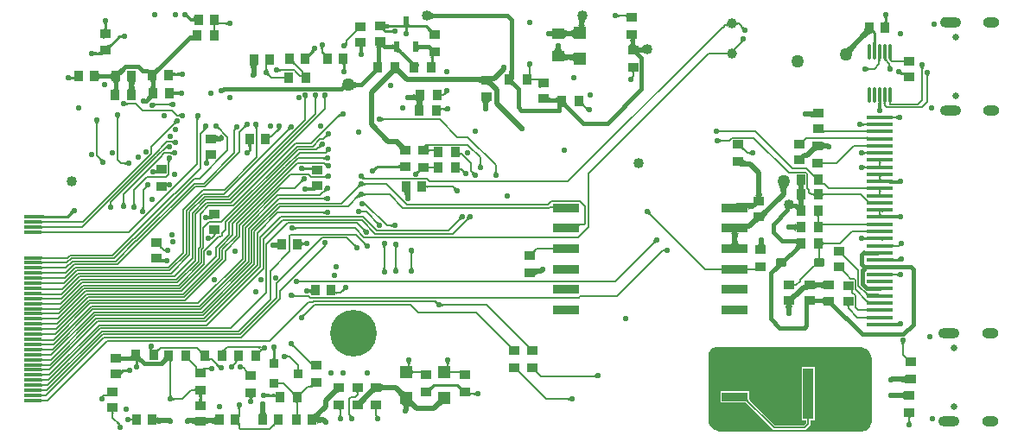
<source format=gbl>
G04*
G04 #@! TF.GenerationSoftware,Altium Limited,Altium Designer,20.0.13 (296)*
G04*
G04 Layer_Physical_Order=4*
G04 Layer_Color=16711680*
%FSLAX25Y25*%
%MOIN*%
G70*
G01*
G75*
%ADD10C,0.01000*%
%ADD23C,0.03937*%
%ADD26R,0.03937X0.19685*%
%ADD31R,0.03858X0.03661*%
%ADD34R,0.03543X0.03937*%
%ADD40R,0.03661X0.03858*%
%ADD45R,0.06693X0.01339*%
%ADD47R,0.03937X0.03543*%
%ADD56R,0.05000X0.04000*%
%ADD106C,0.00650*%
%ADD107C,0.01500*%
%ADD108C,0.02000*%
%ADD109C,0.01200*%
%ADD110C,0.18000*%
%ADD111O,0.08268X0.03937*%
%ADD112O,0.06299X0.03937*%
%ADD113C,0.02559*%
%ADD114C,0.02200*%
%ADD115C,0.05000*%
%ADD116C,0.04000*%
%ADD117R,0.05000X0.05000*%
%ADD118O,0.01102X0.06378*%
%ADD119R,0.09840X0.01570*%
G04:AMPARAMS|DCode=120|XSize=31.5mil|YSize=39.37mil|CornerRadius=3.94mil|HoleSize=0mil|Usage=FLASHONLY|Rotation=90.000|XOffset=0mil|YOffset=0mil|HoleType=Round|Shape=RoundedRectangle|*
%AMROUNDEDRECTD120*
21,1,0.03150,0.03150,0,0,90.0*
21,1,0.02362,0.03937,0,0,90.0*
1,1,0.00787,0.01575,0.01181*
1,1,0.00787,0.01575,-0.01181*
1,1,0.00787,-0.01575,-0.01181*
1,1,0.00787,-0.01575,0.01181*
%
%ADD120ROUNDEDRECTD120*%
%ADD121R,0.10236X0.03543*%
%ADD122R,0.02362X0.04213*%
%ADD123R,0.03740X0.03543*%
%ADD124R,0.03740X0.03543*%
G36*
X233582Y151494D02*
X233576Y151556D01*
X233556Y151611D01*
X233523Y151660D01*
X233477Y151702D01*
X233417Y151738D01*
X233344Y151767D01*
X233258Y151790D01*
X233159Y151806D01*
X233046Y151816D01*
X232921Y151819D01*
Y152469D01*
X233046Y152472D01*
X233159Y152482D01*
X233258Y152498D01*
X233344Y152521D01*
X233417Y152550D01*
X233477Y152586D01*
X233523Y152628D01*
X233556Y152677D01*
X233576Y152732D01*
X233582Y152794D01*
Y151494D01*
D02*
G37*
G36*
X229906Y152829D02*
X230008Y152754D01*
X230120Y152687D01*
X230241Y152629D01*
X230373Y152580D01*
X230514Y152540D01*
X230666Y152509D01*
X230827Y152487D01*
X230998Y152473D01*
X231179Y152469D01*
Y151819D01*
X230998Y151815D01*
X230827Y151801D01*
X230666Y151779D01*
X230514Y151748D01*
X230373Y151708D01*
X230241Y151659D01*
X230120Y151601D01*
X230008Y151534D01*
X229906Y151459D01*
X229814Y151374D01*
Y152914D01*
X229906Y152829D01*
D02*
G37*
G36*
X64109Y152882D02*
X64145Y152811D01*
X64194Y152732D01*
X64256Y152643D01*
X64420Y152438D01*
X64636Y152197D01*
X64904Y151920D01*
X64442Y150969D01*
X64299Y151107D01*
X64036Y151333D01*
X63915Y151421D01*
X63803Y151492D01*
X63698Y151546D01*
X63600Y151583D01*
X63511Y151603D01*
X63428Y151607D01*
X63354Y151593D01*
X64086Y152944D01*
X64109Y152882D01*
D02*
G37*
G36*
X158095Y153420D02*
X158257Y153310D01*
X158442Y153212D01*
X158650Y153128D01*
X158881Y153057D01*
X159135Y152998D01*
X159413Y152953D01*
X159713Y152920D01*
X160382Y152894D01*
Y151394D01*
X160036Y151388D01*
X159413Y151336D01*
X159135Y151290D01*
X158881Y151232D01*
X158650Y151160D01*
X158442Y151075D01*
X158257Y150978D01*
X158095Y150867D01*
X157956Y150744D01*
Y153544D01*
X158095Y153420D01*
D02*
G37*
G36*
X334247Y151798D02*
X334201Y151722D01*
X334160Y151631D01*
X334125Y151524D01*
X334096Y151403D01*
X334071Y151266D01*
X334039Y150945D01*
X334031Y150762D01*
X334028Y150564D01*
X333028D01*
X333025Y150762D01*
X332985Y151266D01*
X332961Y151403D01*
X332931Y151524D01*
X332896Y151631D01*
X332855Y151722D01*
X332809Y151798D01*
X332758Y151858D01*
X334298D01*
X334247Y151798D01*
D02*
G37*
G36*
X66678Y151170D02*
X67497Y151224D01*
X67626Y151256D01*
X67720Y151291D01*
X67779Y151331D01*
Y149913D01*
X67720Y149953D01*
X67626Y149988D01*
X67497Y150020D01*
X67333Y150047D01*
X66901Y150089D01*
X66678Y150098D01*
Y149622D01*
X66668Y149717D01*
X66638Y149802D01*
X66587Y149877D01*
X66516Y149942D01*
X66425Y149997D01*
X66314Y150042D01*
X66182Y150077D01*
X66030Y150102D01*
X65858Y150117D01*
X65705Y150121D01*
X65619Y150122D01*
Y151122D01*
X65679Y151122D01*
X65858Y151127D01*
X66030Y151142D01*
X66182Y151167D01*
X66314Y151202D01*
X66425Y151247D01*
X66516Y151302D01*
X66587Y151367D01*
X66638Y151442D01*
X66668Y151527D01*
X66678Y151622D01*
Y151170D01*
D02*
G37*
G36*
X334033Y150371D02*
X334048Y150201D01*
X334073Y150051D01*
X334108Y149921D01*
X334153Y149811D01*
X334208Y149721D01*
X334273Y149651D01*
X334348Y149601D01*
X334433Y149571D01*
X334528Y149561D01*
X332528D01*
X332623Y149571D01*
X332708Y149601D01*
X332783Y149651D01*
X332848Y149721D01*
X332903Y149811D01*
X332948Y149921D01*
X332983Y150051D01*
X333008Y150201D01*
X333023Y150371D01*
X333028Y150561D01*
X334028D01*
X334033Y150371D01*
D02*
G37*
G36*
X76362Y149721D02*
X76382Y149666D01*
X76416Y149617D01*
X76462Y149575D01*
X76522Y149539D01*
X76595Y149510D01*
X76680Y149487D01*
X76779Y149471D01*
X76891Y149461D01*
X77017Y149458D01*
Y148808D01*
X76893Y148807D01*
X76529Y148782D01*
X76471Y148771D01*
X76425Y148758D01*
X76393Y148742D01*
X76373Y148724D01*
X76367Y148705D01*
X76354Y149783D01*
X76362Y149721D01*
D02*
G37*
G36*
X275914Y149732D02*
X275952Y149677D01*
X276000Y149628D01*
X276058Y149586D01*
X276126Y149550D01*
X276205Y149521D01*
X276293Y149498D01*
X276392Y149482D01*
X276501Y149472D01*
X276620Y149469D01*
Y148819D01*
X276501Y148816D01*
X276392Y148806D01*
X276293Y148790D01*
X276205Y148767D01*
X276126Y148738D01*
X276058Y148702D01*
X276000Y148660D01*
X275952Y148611D01*
X275914Y148556D01*
X275886Y148494D01*
Y149794D01*
X275914Y149732D01*
D02*
G37*
G36*
X79750Y148366D02*
X79657Y148450D01*
X79554Y148525D01*
X79441Y148591D01*
X79319Y148649D01*
X79187Y148698D01*
X79045Y148737D01*
X78894Y148768D01*
X78732Y148790D01*
X78561Y148804D01*
X78381Y148808D01*
X78374Y149458D01*
X78555Y149462D01*
X78726Y149476D01*
X78887Y149498D01*
X79038Y149530D01*
X79179Y149570D01*
X79310Y149619D01*
X79431Y149678D01*
X79543Y149745D01*
X79644Y149821D01*
X79735Y149906D01*
X79750Y148366D01*
D02*
G37*
G36*
X217588Y150474D02*
X217496Y150394D01*
X217414Y150283D01*
X217341Y150139D01*
X217278Y149964D01*
X217225Y149757D01*
X217181Y149518D01*
X217156Y149312D01*
X217186Y149112D01*
X217250Y148852D01*
X217332Y148632D01*
X217432Y148452D01*
X217551Y148312D01*
X217688Y148212D01*
X217843Y148152D01*
X218016Y148132D01*
X214104Y148120D01*
X214294Y148141D01*
X214464Y148202D01*
X214614Y148302D01*
X214744Y148443D01*
X214854Y148625D01*
X214944Y148846D01*
X215014Y149107D01*
X215064Y149409D01*
X215072Y149503D01*
X215009Y150456D01*
X214974Y150640D01*
X214935Y150794D01*
X214890Y150918D01*
X214839Y151010D01*
X217588Y150474D01*
D02*
G37*
G36*
X33247Y149298D02*
X33201Y149222D01*
X33160Y149131D01*
X33125Y149024D01*
X33095Y148903D01*
X33071Y148766D01*
X33039Y148445D01*
X33031Y148263D01*
X33028Y148064D01*
X32028D01*
X32025Y148263D01*
X31985Y148766D01*
X31960Y148903D01*
X31931Y149024D01*
X31896Y149131D01*
X31855Y149222D01*
X31809Y149298D01*
X31758Y149358D01*
X33298D01*
X33247Y149298D01*
D02*
G37*
G36*
X75136Y148698D02*
X75081Y148679D01*
X75032Y148646D01*
X74990Y148601D01*
X74954Y148542D01*
X74925Y148471D01*
X74902Y148386D01*
X74886Y148289D01*
X74876Y148178D01*
X74873Y148055D01*
X74223D01*
X74220Y148178D01*
X74210Y148289D01*
X74194Y148386D01*
X74171Y148471D01*
X74142Y148542D01*
X74106Y148601D01*
X74063Y148646D01*
X74015Y148679D01*
X73960Y148698D01*
X73898Y148705D01*
X75198D01*
X75136Y148698D01*
D02*
G37*
G36*
X272475Y147934D02*
X272431Y147983D01*
X272378Y148026D01*
X272318Y148065D01*
X272248Y148098D01*
X272171Y148126D01*
X272085Y148149D01*
X271990Y148167D01*
X271887Y148180D01*
X271776Y148187D01*
X271656Y148190D01*
X271496Y148840D01*
X271603Y148843D01*
X271698Y148853D01*
X271782Y148869D01*
X271855Y148892D01*
X271917Y148922D01*
X271968Y148957D01*
X272007Y149000D01*
X272036Y149049D01*
X272053Y149104D01*
X272060Y149166D01*
X272475Y147934D01*
D02*
G37*
G36*
X149544Y149080D02*
X149575Y148995D01*
X149626Y148920D01*
X149697Y148855D01*
X149788Y148800D01*
X149900Y148755D01*
X150031Y148720D01*
X150182Y148695D01*
X150354Y148680D01*
X150545Y148675D01*
Y147675D01*
X149545Y147869D01*
X149533Y149175D01*
X149544Y149080D01*
D02*
G37*
G36*
X141579Y148700D02*
X141629Y148695D01*
X141817Y148686D01*
X143087Y148675D01*
Y147675D01*
X141558Y147645D01*
Y148706D01*
X141579Y148700D01*
D02*
G37*
G36*
X140193Y148991D02*
X140219Y148977D01*
X140261Y148965D01*
X140320Y148955D01*
X140396Y148946D01*
X140598Y148933D01*
X141028Y148925D01*
Y147425D01*
X140868Y147425D01*
X140261Y147386D01*
X140219Y147373D01*
X140193Y147360D01*
X140185Y147344D01*
Y149006D01*
X140193Y148991D01*
D02*
G37*
G36*
X277868Y148392D02*
X277998Y148280D01*
X278128Y148182D01*
X278257Y148097D01*
X278385Y148025D01*
X278513Y147967D01*
X278640Y147922D01*
X278766Y147890D01*
X278892Y147871D01*
X279017Y147866D01*
X277928Y146777D01*
X277923Y146902D01*
X277904Y147027D01*
X277872Y147154D01*
X277827Y147281D01*
X277768Y147408D01*
X277697Y147537D01*
X277612Y147666D01*
X277514Y147795D01*
X277402Y147926D01*
X277277Y148057D01*
X277737Y148516D01*
X277868Y148392D01*
D02*
G37*
G36*
X74876Y147125D02*
X74886Y147012D01*
X74902Y146913D01*
X74925Y146827D01*
X74954Y146754D01*
X74990Y146694D01*
X75032Y146648D01*
X75081Y146615D01*
X75136Y146595D01*
X75198Y146589D01*
X73898D01*
X73960Y146595D01*
X74015Y146615D01*
X74063Y146648D01*
X74106Y146694D01*
X74142Y146754D01*
X74171Y146827D01*
X74194Y146913D01*
X74210Y147012D01*
X74220Y147125D01*
X74223Y147250D01*
X74873D01*
X74876Y147125D01*
D02*
G37*
G36*
X139137Y148203D02*
X139166Y148157D01*
X139214Y148095D01*
X139364Y147921D01*
X140062Y147198D01*
X139355Y146491D01*
X138321Y147428D01*
X139126Y148233D01*
X139137Y148203D01*
D02*
G37*
G36*
X213052Y143394D02*
X213032Y143584D01*
X212971Y143754D01*
X212871Y143904D01*
X212730Y144034D01*
X212549Y144144D01*
X212328Y144234D01*
X212066Y144304D01*
X211764Y144354D01*
X211422Y144384D01*
X211279Y144388D01*
X211136Y144384D01*
X210796Y144354D01*
X210496Y144304D01*
X210236Y144234D01*
X210016Y144144D01*
X209836Y144034D01*
X209696Y143904D01*
X209596Y143754D01*
X209536Y143584D01*
X209516Y143394D01*
Y147132D01*
X209536Y146992D01*
X209596Y146866D01*
X209696Y146756D01*
X209836Y146660D01*
X210016Y146579D01*
X210236Y146512D01*
X210496Y146460D01*
X210796Y146423D01*
X211136Y146401D01*
X211243Y146399D01*
X211422Y146404D01*
X211764Y146434D01*
X212066Y146484D01*
X212328Y146554D01*
X212549Y146644D01*
X212730Y146754D01*
X212871Y146884D01*
X212971Y147034D01*
X213032Y147204D01*
X213052Y147394D01*
Y143394D01*
D02*
G37*
G36*
X129791Y146265D02*
X129742Y146301D01*
X129683Y146318D01*
X129615Y146317D01*
X129537Y146297D01*
X129450Y146259D01*
X129353Y146203D01*
X129247Y146128D01*
X129131Y146035D01*
X128872Y145793D01*
X128412Y146253D01*
X128542Y146388D01*
X128747Y146628D01*
X128822Y146734D01*
X128878Y146831D01*
X128916Y146918D01*
X128936Y146996D01*
X128937Y147064D01*
X128920Y147123D01*
X128884Y147172D01*
X129791Y146265D01*
D02*
G37*
G36*
X149031Y147026D02*
X149071Y146522D01*
X149095Y146385D01*
X149125Y146264D01*
X149160Y146157D01*
X149201Y146066D01*
X149247Y145990D01*
X149298Y145930D01*
X147758D01*
X147809Y145990D01*
X147855Y146066D01*
X147896Y146157D01*
X147931Y146264D01*
X147960Y146385D01*
X147985Y146522D01*
X148017Y146843D01*
X148025Y147026D01*
X148028Y147224D01*
X149028D01*
X149031Y147026D01*
D02*
G37*
G36*
X33028Y147950D02*
X33033Y147770D01*
X33048Y147598D01*
X33073Y147447D01*
X33108Y147315D01*
X33153Y147204D01*
X33208Y147113D01*
X33273Y147042D01*
X33348Y146991D01*
X33433Y146961D01*
X33528Y146951D01*
X33075D01*
X33130Y146132D01*
X33161Y146003D01*
X33196Y145910D01*
X33236Y145851D01*
X31820D01*
X31860Y145910D01*
X31895Y146003D01*
X31926Y146132D01*
X31953Y146296D01*
X31995Y146728D01*
X32002Y146951D01*
X31528D01*
X31623Y146961D01*
X31708Y146991D01*
X31783Y147042D01*
X31848Y147113D01*
X31903Y147204D01*
X31948Y147315D01*
X31983Y147447D01*
X32008Y147598D01*
X32023Y147770D01*
X32028Y147950D01*
X32028Y148010D01*
X33028D01*
X33028Y147950D01*
D02*
G37*
G36*
X143242Y145374D02*
X143182Y145425D01*
X143106Y145471D01*
X143015Y145512D01*
X142908Y145547D01*
X142787Y145577D01*
X142649Y145601D01*
X142329Y145633D01*
X142147Y145641D01*
X141948Y145644D01*
Y146644D01*
X142147Y146647D01*
X142649Y146687D01*
X142787Y146712D01*
X142908Y146741D01*
X143015Y146776D01*
X143106Y146817D01*
X143182Y146863D01*
X143242Y146914D01*
Y145374D01*
D02*
G37*
G36*
X157778Y147104D02*
X158147Y146791D01*
X158310Y146676D01*
X158458Y146590D01*
X158593Y146532D01*
X158712Y146503D01*
X158818Y146502D01*
X158909Y146529D01*
X158986Y146584D01*
X157583Y145182D01*
X157639Y145259D01*
X157666Y145350D01*
X157665Y145455D01*
X157635Y145575D01*
X157578Y145709D01*
X157492Y145858D01*
X157377Y146021D01*
X157235Y146198D01*
X156864Y146596D01*
X157571Y147303D01*
X157778Y147104D01*
D02*
G37*
G36*
X204552Y144132D02*
X204542Y144134D01*
X204511Y144136D01*
X203897Y144143D01*
X203528Y144144D01*
Y146144D01*
X204552Y146156D01*
Y144132D01*
D02*
G37*
G36*
X38670Y143607D02*
X38657Y143614D01*
X38627Y143620D01*
X38580Y143626D01*
X38433Y143635D01*
X37763Y143644D01*
Y144644D01*
X38670Y144681D01*
Y143607D01*
D02*
G37*
G36*
X328815Y145727D02*
X328549Y145706D01*
X328266Y145642D01*
X327966Y145536D01*
X327650Y145387D01*
X327317Y145196D01*
X326968Y144963D01*
X326602Y144687D01*
X325820Y144009D01*
X325404Y143605D01*
X323764Y144794D01*
X324200Y145245D01*
X324878Y146034D01*
X325118Y146373D01*
X325294Y146675D01*
X325404Y146939D01*
X325448Y147166D01*
X325428Y147355D01*
X325341Y147507D01*
X325190Y147622D01*
X328815Y145727D01*
D02*
G37*
G36*
X66075Y142688D02*
X66063Y142747D01*
X66025Y142800D01*
X65961Y142846D01*
X65873Y142887D01*
X65759Y142921D01*
X65619Y142949D01*
X65455Y142971D01*
X65049Y142995D01*
X64809Y142999D01*
Y144499D01*
X65051Y144504D01*
X65460Y144545D01*
X65626Y144581D01*
X65767Y144628D01*
X65882Y144685D01*
X65971Y144752D01*
X66035Y144829D01*
X66074Y144917D01*
X66088Y145015D01*
X66075Y142688D01*
D02*
G37*
G36*
X278814Y142082D02*
X278686Y142043D01*
X278558Y141995D01*
X278430Y141937D01*
X278303Y141871D01*
X278176Y141796D01*
X277924Y141619D01*
X277798Y141516D01*
X277548Y141285D01*
X276953Y141609D01*
X277080Y141743D01*
X277190Y141875D01*
X277284Y142004D01*
X277361Y142131D01*
X277422Y142255D01*
X277465Y142377D01*
X277492Y142496D01*
X277502Y142612D01*
X277495Y142726D01*
X277472Y142837D01*
X278814Y142082D01*
D02*
G37*
G36*
X329567Y140992D02*
X328551D01*
X328547Y140995D01*
X328543Y141016D01*
X328539Y141057D01*
X328532Y141294D01*
X328528Y141876D01*
X329528Y142050D01*
X329567Y140992D01*
D02*
G37*
G36*
X125650Y142503D02*
X125596Y140908D01*
X124566Y141743D01*
X124648Y141750D01*
X124722Y141777D01*
X124787Y141824D01*
X124844Y141890D01*
X124891Y141976D01*
X124930Y142083D01*
X124961Y142209D01*
X124982Y142354D01*
X124995Y142520D01*
X125000Y142705D01*
X125650Y142503D01*
D02*
G37*
G36*
X35152Y140826D02*
X34958Y140625D01*
X34651Y140261D01*
X34539Y140100D01*
X34454Y139952D01*
X34397Y139817D01*
X34368Y139696D01*
X34366Y139588D01*
X34392Y139493D01*
X34445Y139412D01*
X33104Y140900D01*
X33179Y140840D01*
X33268Y140809D01*
X33372Y140807D01*
X33491Y140834D01*
X33625Y140891D01*
X33774Y140976D01*
X33938Y141090D01*
X34117Y141233D01*
X34518Y141607D01*
X35152Y140826D01*
D02*
G37*
G36*
X237135Y143022D02*
X237007Y142977D01*
X236895Y142902D01*
X236797Y142797D01*
X236715Y142662D01*
X236648Y142497D01*
X236595Y142302D01*
X236558Y142077D01*
X236541Y141894D01*
X236558Y141711D01*
X236595Y141486D01*
X236648Y141291D01*
X236715Y141126D01*
X236797Y140991D01*
X236895Y140886D01*
X237007Y140811D01*
X237135Y140766D01*
X237278Y140751D01*
X234278D01*
X234420Y140766D01*
X234547Y140811D01*
X234660Y140886D01*
X234757Y140991D01*
X234840Y141126D01*
X234908Y141291D01*
X234960Y141486D01*
X234998Y141711D01*
X235014Y141894D01*
X234998Y142077D01*
X234960Y142302D01*
X234908Y142497D01*
X234840Y142662D01*
X234757Y142797D01*
X234660Y142902D01*
X234547Y142977D01*
X234420Y143022D01*
X234278Y143037D01*
X237278D01*
X237135Y143022D01*
D02*
G37*
G36*
X275790Y139527D02*
X275709Y139441D01*
X275641Y139359D01*
X275585Y139280D01*
X275543Y139204D01*
X275513Y139132D01*
X275497Y139064D01*
X275493Y138999D01*
X275503Y138938D01*
X275525Y138881D01*
X275561Y138827D01*
X274457Y139513D01*
X274523Y139504D01*
X274592Y139504D01*
X274663Y139515D01*
X274736Y139536D01*
X274812Y139568D01*
X274889Y139610D01*
X274969Y139661D01*
X275051Y139723D01*
X275135Y139796D01*
X275222Y139878D01*
X275790Y139527D01*
D02*
G37*
G36*
X153620Y139494D02*
X153589Y139488D01*
X153555Y139476D01*
X153518Y139458D01*
X153478Y139435D01*
X153435Y139406D01*
X153340Y139332D01*
X153288Y139287D01*
X153176Y139179D01*
X152469Y139886D01*
X152525Y139944D01*
X152662Y140100D01*
X152696Y140146D01*
X152748Y140229D01*
X152765Y140266D01*
X152777Y140299D01*
X152784Y140330D01*
X153620Y139494D01*
D02*
G37*
G36*
X139263Y140291D02*
X139136Y140245D01*
X139023Y140170D01*
X138926Y140064D01*
X138844Y139928D01*
X138776Y139761D01*
X138724Y139565D01*
X138686Y139338D01*
X138663Y139081D01*
X138656Y138794D01*
X137156D01*
X137148Y139081D01*
X137126Y139338D01*
X137089Y139565D01*
X137036Y139761D01*
X136969Y139928D01*
X136886Y140064D01*
X136788Y140170D01*
X136676Y140245D01*
X136548Y140291D01*
X136406Y140306D01*
X139406D01*
X139263Y140291D01*
D02*
G37*
G36*
X143467Y138739D02*
X143452Y138881D01*
X143407Y139009D01*
X143332Y139121D01*
X143227Y139219D01*
X143092Y139301D01*
X142927Y139369D01*
X142732Y139421D01*
X142507Y139459D01*
X142252Y139481D01*
X141967Y139489D01*
Y140989D01*
X142252Y140996D01*
X142507Y141019D01*
X142732Y141056D01*
X142927Y141109D01*
X143092Y141176D01*
X143227Y141259D01*
X143332Y141356D01*
X143407Y141469D01*
X143452Y141596D01*
X143467Y141739D01*
Y138739D01*
D02*
G37*
G36*
X116693Y140006D02*
X116618Y139904D01*
X116551Y139792D01*
X116493Y139671D01*
X116444Y139539D01*
X116404Y139398D01*
X116373Y139246D01*
X116351Y139085D01*
X116337Y138914D01*
X116333Y138733D01*
X115683D01*
X115679Y138914D01*
X115665Y139085D01*
X115643Y139246D01*
X115612Y139398D01*
X115572Y139539D01*
X115523Y139671D01*
X115465Y139792D01*
X115398Y139904D01*
X115323Y140006D01*
X115238Y140098D01*
X116778D01*
X116693Y140006D01*
D02*
G37*
G36*
X208038Y140250D02*
X208068Y139908D01*
X208118Y139606D01*
X208188Y139344D01*
X208278Y139123D01*
X208388Y138942D01*
X208518Y138801D01*
X208668Y138700D01*
X208838Y138640D01*
X209028Y138620D01*
X205028D01*
X205218Y138640D01*
X205388Y138700D01*
X205538Y138801D01*
X205668Y138942D01*
X205778Y139123D01*
X205868Y139344D01*
X205938Y139606D01*
X205988Y139908D01*
X206018Y140250D01*
X206028Y140632D01*
X208028D01*
X208038Y140250D01*
D02*
G37*
G36*
X131933Y140192D02*
X131848Y140162D01*
X131773Y140111D01*
X131708Y140040D01*
X131653Y139949D01*
X131608Y139838D01*
X131573Y139706D01*
X131548Y139554D01*
X131533Y139382D01*
X131528Y139202D01*
X131531Y139025D01*
X131571Y138523D01*
X131596Y138385D01*
X131625Y138264D01*
X131660Y138157D01*
X131701Y138066D01*
X131747Y137990D01*
X131798Y137930D01*
X130258D01*
X130309Y137990D01*
X130355Y138066D01*
X130396Y138157D01*
X130431Y138264D01*
X130461Y138385D01*
X130485Y138523D01*
X130517Y138843D01*
X130525Y139025D01*
X130528Y139202D01*
X130523Y139382D01*
X130508Y139554D01*
X130483Y139706D01*
X130448Y139838D01*
X130403Y139949D01*
X130348Y140040D01*
X130283Y140111D01*
X130208Y140162D01*
X130123Y140192D01*
X130028Y140202D01*
X132028D01*
X131933Y140192D01*
D02*
G37*
G36*
X113323Y138584D02*
X113259Y138561D01*
X113187Y138525D01*
X113105Y138476D01*
X113015Y138414D01*
X112809Y138250D01*
X112567Y138035D01*
X112291Y137767D01*
X111470Y138177D01*
X112085Y137561D01*
X111887Y137356D01*
X111576Y136988D01*
X111463Y136826D01*
X111378Y136677D01*
X111321Y136543D01*
X111293Y136423D01*
Y136317D01*
X111321Y136225D01*
X111378Y136147D01*
X109964Y137561D01*
X110042Y137505D01*
X110134Y137476D01*
X110240D01*
X110360Y137505D01*
X110494Y137561D01*
X110643Y137646D01*
X110805Y137759D01*
X110982Y137900D01*
X111368Y138259D01*
X111486Y138381D01*
X111712Y138644D01*
X111800Y138764D01*
X111871Y138877D01*
X111926Y138982D01*
X111963Y139080D01*
X111984Y139170D01*
X111988Y139252D01*
X111975Y139327D01*
X113323Y138584D01*
D02*
G37*
G36*
X237989Y140446D02*
X238034Y140318D01*
X238110Y140206D01*
X238215Y140108D01*
X238351Y140026D01*
X238518Y139958D01*
X238687Y139913D01*
X238882Y139946D01*
X239134Y140007D01*
X239362Y140082D01*
X239565Y140169D01*
X239745Y140271D01*
X239901Y140386D01*
X240034Y140514D01*
X240169Y137718D01*
X240024Y137836D01*
X239857Y137941D01*
X239667Y138034D01*
X239455Y138115D01*
X239221Y138183D01*
X238964Y138239D01*
X238737Y138274D01*
X238714Y138271D01*
X238518Y138218D01*
X238351Y138151D01*
X238272Y138103D01*
X238279Y138093D01*
X238492Y137827D01*
X239046Y137232D01*
X237985Y136171D01*
X237677Y136469D01*
X237124Y136938D01*
X236879Y137109D01*
X236657Y137238D01*
X236455Y137323D01*
X236275Y137367D01*
X236117Y137368D01*
X235980Y137327D01*
X235864Y137243D01*
X237679Y139058D01*
X237638Y139838D01*
X237973Y139845D01*
Y140588D01*
X237989Y140446D01*
D02*
G37*
G36*
X32614Y138495D02*
X32599Y138488D01*
X32571Y138467D01*
X32530Y138432D01*
X32301Y138213D01*
X31763Y137644D01*
X31262Y138144D01*
X31277Y138151D01*
X31305Y138172D01*
X31347Y138207D01*
X31575Y138426D01*
X32114Y138996D01*
X32614Y138495D01*
D02*
G37*
G36*
X321960Y140162D02*
X321655Y139845D01*
X321149Y139245D01*
X320950Y138963D01*
X320786Y138693D01*
X320658Y138435D01*
X320565Y138189D01*
X320508Y137955D01*
X320486Y137733D01*
X320499Y137522D01*
X317699Y139622D01*
X317911Y139664D01*
X318134Y139735D01*
X318368Y139836D01*
X318614Y139965D01*
X318870Y140124D01*
X319139Y140312D01*
X319709Y140775D01*
X320011Y141051D01*
X320325Y141355D01*
X321960Y140162D01*
D02*
G37*
G36*
X145755Y140271D02*
X145754Y140130D01*
X145790Y139968D01*
X145863Y139786D01*
X145973Y139584D01*
X146120Y139362D01*
X146304Y139120D01*
X146783Y138574D01*
X147078Y138271D01*
X146356Y137296D01*
X146084Y137559D01*
X145608Y137968D01*
X145405Y138113D01*
X145224Y138219D01*
X145065Y138285D01*
X144930Y138312D01*
X144817Y138300D01*
X144726Y138248D01*
X144659Y138156D01*
X145793Y140392D01*
X145755Y140271D01*
D02*
G37*
G36*
X30611Y137262D02*
X30601Y137240D01*
X30571Y137220D01*
X30521Y137202D01*
X30451Y137187D01*
X30361Y137174D01*
X30121Y137155D01*
X29611Y137144D01*
Y138144D01*
X29802Y138149D01*
X29974Y138164D01*
X30125Y138189D01*
X30257Y138224D01*
X30368Y138269D01*
X30459Y138324D01*
X30530Y138389D01*
X30581Y138464D01*
X30612Y138549D01*
X30623Y138644D01*
X30611Y137262D01*
D02*
G37*
G36*
X159706Y137875D02*
X159000Y137118D01*
X158489Y137629D01*
X158506Y137637D01*
X158536Y137658D01*
X158579Y137693D01*
X158787Y137884D01*
X159246Y138335D01*
X159706Y137875D01*
D02*
G37*
G36*
X272170Y136942D02*
X272142Y137004D01*
X272104Y137059D01*
X272056Y137108D01*
X271998Y137150D01*
X271930Y137186D01*
X271851Y137215D01*
X271763Y137238D01*
X271664Y137254D01*
X271555Y137264D01*
X271437Y137267D01*
Y137917D01*
X271555Y137920D01*
X271664Y137930D01*
X271763Y137946D01*
X271851Y137969D01*
X271930Y137998D01*
X271998Y138034D01*
X272056Y138076D01*
X272104Y138125D01*
X272142Y138180D01*
X272170Y138242D01*
Y136942D01*
D02*
G37*
G36*
X116547Y138090D02*
X116976Y137729D01*
X117096Y137650D01*
X117206Y137592D01*
X117304Y137553D01*
X117390Y137535D01*
X117466Y137538D01*
X117530Y137561D01*
X116356Y136897D01*
X116404Y136936D01*
X116432Y136987D01*
X116438Y137049D01*
X116423Y137124D01*
X116388Y137209D01*
X116332Y137307D01*
X116254Y137417D01*
X116156Y137538D01*
X115896Y137816D01*
X116381Y138250D01*
X116547Y138090D01*
D02*
G37*
G36*
X27976Y138363D02*
X28052Y138317D01*
X28143Y138276D01*
X28250Y138241D01*
X28371Y138212D01*
X28508Y138187D01*
X28829Y138155D01*
X29011Y138147D01*
X29210Y138144D01*
Y137144D01*
X29011Y137141D01*
X28508Y137101D01*
X28371Y137076D01*
X28250Y137047D01*
X28143Y137012D01*
X28052Y136971D01*
X27976Y136925D01*
X27916Y136874D01*
Y138414D01*
X27976Y138363D01*
D02*
G37*
G36*
X159405Y136374D02*
X159320Y136344D01*
X159245Y136294D01*
X159180Y136224D01*
X159125Y136134D01*
X159080Y136024D01*
X159045Y135894D01*
X159020Y135744D01*
X159005Y135574D01*
X159000Y135384D01*
X158000D01*
X157996Y135574D01*
X157983Y135744D01*
X157961Y135894D01*
X157931Y136024D01*
X157893Y136134D01*
X157846Y136224D01*
X157790Y136294D01*
X157726Y136344D01*
X157653Y136374D01*
X157571Y136384D01*
X159500D01*
X159405Y136374D01*
D02*
G37*
G36*
X335473Y135943D02*
X335460Y135879D01*
X335465Y135808D01*
X335486Y135728D01*
X335525Y135640D01*
X335581Y135544D01*
X335653Y135440D01*
X335743Y135328D01*
X335974Y135079D01*
X335602Y134532D01*
X335526Y134604D01*
X335449Y134670D01*
X335370Y134730D01*
X335288Y134785D01*
X335204Y134834D01*
X335119Y134878D01*
X335031Y134917D01*
X334941Y134949D01*
X334849Y134977D01*
X334755Y134998D01*
X335503Y135998D01*
X335473Y135943D01*
D02*
G37*
G36*
X333501Y135823D02*
X333486Y135762D01*
X333488Y135693D01*
X333508Y135615D01*
X333545Y135529D01*
X333599Y135434D01*
X333671Y135331D01*
X333760Y135220D01*
X333990Y134971D01*
X333531Y134512D01*
X333447Y134593D01*
X333286Y134733D01*
X333209Y134792D01*
X333060Y134890D01*
X332988Y134927D01*
X332919Y134958D01*
X332851Y134982D01*
X332786Y134998D01*
X333534Y135876D01*
X333501Y135823D01*
D02*
G37*
G36*
X331485Y135214D02*
X331439Y135130D01*
X331399Y135043D01*
X331363Y134954D01*
X331334Y134862D01*
X331310Y134768D01*
X331291Y134671D01*
X331277Y134572D01*
X331269Y134471D01*
X331266Y134367D01*
X330616Y134324D01*
X330615Y134482D01*
X330569Y135148D01*
X330555Y135211D01*
X330538Y135260D01*
X330520Y135296D01*
X331536D01*
X331485Y135214D01*
D02*
G37*
G36*
X209536Y137954D02*
X209596Y137784D01*
X209696Y137634D01*
X209836Y137504D01*
X210016Y137394D01*
X210236Y137304D01*
X210496Y137234D01*
X210796Y137184D01*
X211136Y137154D01*
X211279Y137150D01*
X211420Y137154D01*
X211760Y137183D01*
X212060Y137233D01*
X212320Y137302D01*
X212540Y137391D01*
X212720Y137500D01*
X212860Y137628D01*
X212960Y137776D01*
X213020Y137944D01*
X213040Y138132D01*
X213052Y134144D01*
X213031Y134334D01*
X212971Y134504D01*
X212870Y134654D01*
X212729Y134784D01*
X212547Y134894D01*
X212326Y134984D01*
X212065Y135054D01*
X211763Y135104D01*
X211422Y135134D01*
X211197Y135140D01*
X211136Y135139D01*
X210236Y135066D01*
X210016Y135022D01*
X209836Y134968D01*
X209696Y134905D01*
X209596Y134832D01*
X209536Y134749D01*
X209516Y134656D01*
Y138144D01*
X209536Y137954D01*
D02*
G37*
G36*
X159005Y134875D02*
X159020Y134703D01*
X159045Y134551D01*
X159080Y134419D01*
X159125Y134308D01*
X159180Y134217D01*
X159245Y134146D01*
X159320Y134096D01*
X159405Y134065D01*
X159500Y134055D01*
X157500D01*
X157595Y134065D01*
X157680Y134096D01*
X157755Y134146D01*
X157820Y134217D01*
X157875Y134308D01*
X157920Y134419D01*
X157955Y134551D01*
X157980Y134703D01*
X157995Y134875D01*
X158000Y135067D01*
X159000D01*
X159005Y134875D01*
D02*
G37*
G36*
X138662Y135282D02*
X138713Y134802D01*
X138758Y134607D01*
X138815Y134442D01*
X138885Y134307D01*
X138968Y134202D01*
X139063Y134127D01*
X139171Y134082D01*
X139292Y134067D01*
X136406Y134055D01*
X136548Y134070D01*
X136676Y134116D01*
X136788Y134192D01*
X136886Y134298D01*
X136969Y134434D01*
X137036Y134600D01*
X137089Y134797D01*
X137126Y135023D01*
X137148Y135280D01*
X137156Y135567D01*
X138656D01*
X138662Y135282D01*
D02*
G37*
G36*
X340623Y134026D02*
X340616Y134087D01*
X340596Y134143D01*
X340563Y134191D01*
X340517Y134234D01*
X340457Y134269D01*
X340385Y134299D01*
X340299Y134321D01*
X340199Y134338D01*
X340087Y134347D01*
X339961Y134351D01*
Y135001D01*
X340087Y135004D01*
X340199Y135014D01*
X340299Y135030D01*
X340385Y135053D01*
X340457Y135082D01*
X340517Y135118D01*
X340563Y135160D01*
X340596Y135209D01*
X340616Y135264D01*
X340623Y135326D01*
Y134026D01*
D02*
G37*
G36*
X105268Y134597D02*
X105250Y134538D01*
X105252Y134469D01*
X105271Y134392D01*
X105309Y134304D01*
X105366Y134208D01*
X105440Y134102D01*
X105533Y133986D01*
X105775Y133727D01*
X105315Y133267D01*
X105181Y133397D01*
X104940Y133602D01*
X104834Y133677D01*
X104738Y133733D01*
X104650Y133771D01*
X104573Y133790D01*
X104504Y133792D01*
X104445Y133774D01*
X104396Y133739D01*
X105303Y134646D01*
X105268Y134597D01*
D02*
G37*
G36*
X150644Y134713D02*
X151038Y134386D01*
X151221Y134261D01*
X151395Y134162D01*
X151560Y134089D01*
X151716Y134042D01*
X151864Y134020D01*
X152001Y134025D01*
X152130Y134055D01*
X149627Y133187D01*
X149731Y133243D01*
X149792Y133324D01*
X149811Y133431D01*
X149788Y133562D01*
X149723Y133719D01*
X149616Y133902D01*
X149467Y134109D01*
X149276Y134343D01*
X148767Y134885D01*
X150433Y134915D01*
X150644Y134713D01*
D02*
G37*
G36*
X125433Y133729D02*
X125348Y133698D01*
X125273Y133648D01*
X125208Y133577D01*
X125153Y133486D01*
X125108Y133374D01*
X125073Y133243D01*
X125048Y133091D01*
X125033Y132919D01*
X125028Y132727D01*
X124028D01*
X124023Y132919D01*
X124008Y133091D01*
X123983Y133243D01*
X123948Y133374D01*
X123903Y133486D01*
X123848Y133577D01*
X123783Y133648D01*
X123708Y133698D01*
X123623Y133729D01*
X123528Y133739D01*
X125528D01*
X125433Y133729D01*
D02*
G37*
G36*
X95116Y133343D02*
X95061Y133323D01*
X95012Y133290D01*
X94970Y133243D01*
X94934Y133184D01*
X94905Y133111D01*
X94882Y133025D01*
X94866Y132926D01*
X94856Y132813D01*
X94853Y132687D01*
X94203D01*
X94200Y132813D01*
X94190Y132926D01*
X94174Y133025D01*
X94151Y133111D01*
X94122Y133184D01*
X94086Y133243D01*
X94044Y133290D01*
X93995Y133323D01*
X93940Y133343D01*
X93878Y133349D01*
X95178D01*
X95116Y133343D01*
D02*
G37*
G36*
X335112Y133549D02*
X335125Y133393D01*
X335146Y133250D01*
X335175Y133120D01*
X335212Y133004D01*
X335258Y132902D01*
X335312Y132812D01*
X335374Y132737D01*
X335445Y132675D01*
X335524Y132626D01*
X334155Y132314D01*
X334213Y132398D01*
X334264Y132495D01*
X334310Y132603D01*
X334349Y132722D01*
X334383Y132854D01*
X334410Y132997D01*
X334446Y133318D01*
X334455Y133495D01*
X334458Y133685D01*
X335108Y133719D01*
X335112Y133549D01*
D02*
G37*
G36*
X158552Y132045D02*
X158532Y132042D01*
X158510Y132035D01*
X158487Y132026D01*
X158463Y132014D01*
X158438Y131999D01*
X158412Y131981D01*
X158357Y131937D01*
X158328Y131910D01*
X158298Y131881D01*
X157838Y132340D01*
X157868Y132371D01*
X157938Y132455D01*
X157956Y132481D01*
X157971Y132506D01*
X157984Y132530D01*
X157993Y132553D01*
X157999Y132574D01*
X158003Y132595D01*
X158552Y132045D01*
D02*
G37*
G36*
X196713Y132766D02*
X196638Y132664D01*
X196571Y132552D01*
X196513Y132431D01*
X196464Y132299D01*
X196424Y132158D01*
X196393Y132006D01*
X196371Y131845D01*
X196357Y131674D01*
X196353Y131493D01*
X195703D01*
X195699Y131674D01*
X195685Y131845D01*
X195663Y132006D01*
X195632Y132158D01*
X195592Y132299D01*
X195543Y132431D01*
X195485Y132552D01*
X195418Y132664D01*
X195343Y132766D01*
X195258Y132858D01*
X196798D01*
X196713Y132766D01*
D02*
G37*
G36*
X125031Y132526D02*
X125071Y132023D01*
X125095Y131885D01*
X125125Y131764D01*
X125160Y131657D01*
X125201Y131566D01*
X125247Y131490D01*
X125298Y131430D01*
X123758D01*
X123809Y131490D01*
X123855Y131566D01*
X123896Y131657D01*
X123931Y131764D01*
X123960Y131885D01*
X123985Y132023D01*
X124017Y132343D01*
X124025Y132526D01*
X124028Y132724D01*
X125028D01*
X125031Y132526D01*
D02*
G37*
G36*
X91294Y133317D02*
X91154Y133257D01*
X91032Y133157D01*
X90925Y133017D01*
X90835Y132837D01*
X90761Y132617D01*
X90704Y132357D01*
X90663Y132057D01*
X90639Y131717D01*
X90630Y131337D01*
X88630D01*
X88622Y131717D01*
X88557Y132357D01*
X88499Y132617D01*
X88426Y132837D01*
X88336Y133017D01*
X88229Y133157D01*
X88106Y133257D01*
X87967Y133317D01*
X87812Y133337D01*
X91449D01*
X91294Y133317D01*
D02*
G37*
G36*
X145880Y133015D02*
X145830Y132824D01*
X145835Y132607D01*
X145895Y132364D01*
X146009Y132094D01*
X146178Y131798D01*
X146401Y131476D01*
X146679Y131127D01*
X147011Y130752D01*
X147398Y130351D01*
X146181Y128740D01*
X145762Y129145D01*
X145015Y129779D01*
X144687Y130008D01*
X144389Y130178D01*
X144334Y130202D01*
X144236Y130160D01*
X143939Y129989D01*
X143613Y129762D01*
X143259Y129478D01*
X142465Y128740D01*
X141051Y130154D01*
X141448Y130565D01*
X142073Y131302D01*
X142300Y131628D01*
X142471Y131925D01*
X142585Y132193D01*
X142643Y132433D01*
X142644Y132645D01*
X142589Y132828D01*
X142477Y132982D01*
X144261Y131198D01*
X145984Y133179D01*
X145880Y133015D01*
D02*
G37*
G36*
X53444Y131323D02*
X53146Y131014D01*
X52676Y130461D01*
X52506Y130217D01*
X52377Y129994D01*
X52291Y129793D01*
X52247Y129613D01*
X52246Y129454D01*
X52288Y129317D01*
X52371Y129202D01*
X50262Y131311D01*
X50377Y131227D01*
X50514Y131186D01*
X50673Y131187D01*
X50853Y131231D01*
X51054Y131317D01*
X51277Y131445D01*
X51521Y131616D01*
X51787Y131830D01*
X52383Y132384D01*
X53444Y131323D01*
D02*
G37*
G36*
X348214Y132266D02*
X348138Y132164D01*
X348071Y132052D01*
X348013Y131931D01*
X347964Y131799D01*
X347924Y131658D01*
X347893Y131506D01*
X347871Y131345D01*
X347857Y131174D01*
X347853Y130993D01*
X347203D01*
X347199Y131174D01*
X347185Y131345D01*
X347163Y131506D01*
X347132Y131658D01*
X347092Y131799D01*
X347043Y131931D01*
X346985Y132052D01*
X346918Y132164D01*
X346843Y132266D01*
X346758Y132358D01*
X348298D01*
X348214Y132266D01*
D02*
G37*
G36*
X94857Y132114D02*
X94871Y131943D01*
X94893Y131782D01*
X94924Y131630D01*
X94964Y131489D01*
X95013Y131357D01*
X95071Y131236D01*
X95138Y131124D01*
X95214Y131022D01*
X95298Y130930D01*
X93758D01*
X93843Y131022D01*
X93918Y131124D01*
X93985Y131236D01*
X94043Y131357D01*
X94092Y131489D01*
X94132Y131630D01*
X94163Y131782D01*
X94185Y131943D01*
X94199Y132114D01*
X94203Y132295D01*
X94853D01*
X94857Y132114D01*
D02*
G37*
G36*
X326406Y132329D02*
X326508Y132254D01*
X326620Y132187D01*
X326741Y132129D01*
X326873Y132080D01*
X327014Y132040D01*
X327166Y132009D01*
X327327Y131987D01*
X327498Y131974D01*
X327679Y131969D01*
Y131319D01*
X327498Y131315D01*
X327327Y131301D01*
X327166Y131279D01*
X327014Y131248D01*
X326873Y131208D01*
X326741Y131159D01*
X326620Y131101D01*
X326508Y131034D01*
X326406Y130958D01*
X326314Y130874D01*
Y132414D01*
X326406Y132329D01*
D02*
G37*
G36*
X39421Y130808D02*
X39200Y130586D01*
X38361Y129632D01*
X38342Y129581D01*
X38348Y129552D01*
X37104Y130797D01*
X37133Y130791D01*
X37183Y130810D01*
X37255Y130854D01*
X37349Y130924D01*
X37600Y131139D01*
X38360Y131869D01*
X39421Y130808D01*
D02*
G37*
G36*
X99406Y131829D02*
X99508Y131754D01*
X99620Y131687D01*
X99741Y131629D01*
X99873Y131580D01*
X100014Y131540D01*
X100166Y131509D01*
X100327Y131487D01*
X100498Y131474D01*
X100679Y131469D01*
Y130819D01*
X100498Y130815D01*
X100327Y130801D01*
X100166Y130779D01*
X100014Y130748D01*
X99873Y130708D01*
X99741Y130659D01*
X99620Y130601D01*
X99508Y130534D01*
X99406Y130458D01*
X99314Y130374D01*
Y131914D01*
X99406Y131829D01*
D02*
G37*
G36*
X137894Y130166D02*
X137778Y130249D01*
X137641Y130291D01*
X137483Y130289D01*
X137303Y130246D01*
X137101Y130160D01*
X136878Y130031D01*
X136634Y129860D01*
X136368Y129647D01*
X135772Y129093D01*
X134712Y130154D01*
X135010Y130462D01*
X135479Y131015D01*
X135650Y131260D01*
X135778Y131483D01*
X135864Y131684D01*
X135908Y131864D01*
X135909Y132022D01*
X135868Y132159D01*
X135784Y132275D01*
X137894Y130166D01*
D02*
G37*
G36*
X236617Y130544D02*
X236562Y130524D01*
X236513Y130491D01*
X236471Y130445D01*
X236435Y130385D01*
X236406Y130312D01*
X236383Y130226D01*
X236367Y130127D01*
X236357Y130015D01*
X236354Y129889D01*
X235704D01*
X235701Y130015D01*
X235691Y130127D01*
X235675Y130226D01*
X235652Y130312D01*
X235623Y130385D01*
X235587Y130445D01*
X235545Y130491D01*
X235496Y130524D01*
X235441Y130544D01*
X235379Y130551D01*
X236679D01*
X236617Y130544D01*
D02*
G37*
G36*
X196356Y130125D02*
X196366Y130013D01*
X196382Y129914D01*
X196405Y129828D01*
X196434Y129755D01*
X196470Y129695D01*
X196512Y129649D01*
X196561Y129616D01*
X196616Y129596D01*
X196678Y129589D01*
X195378D01*
X195440Y129596D01*
X195495Y129616D01*
X195544Y129649D01*
X195586Y129695D01*
X195622Y129755D01*
X195651Y129828D01*
X195674Y129914D01*
X195690Y130013D01*
X195700Y130125D01*
X195703Y130251D01*
X196353D01*
X196356Y130125D01*
D02*
G37*
G36*
X189780Y130816D02*
X189837Y129976D01*
X189864Y129841D01*
X189894Y129736D01*
X189930Y129661D01*
X189970Y129616D01*
X190015Y129601D01*
X187528Y129589D01*
X187671Y129605D01*
X187798Y129651D01*
X187910Y129727D01*
X188008Y129833D01*
X188091Y129969D01*
X188158Y130135D01*
X188210Y130332D01*
X188248Y130558D01*
X188270Y130815D01*
X188278Y131101D01*
X189778D01*
X189780Y130816D01*
D02*
G37*
G36*
X340611Y130431D02*
X340623Y128943D01*
X340612Y129038D01*
X340581Y129123D01*
X340530Y129198D01*
X340459Y129263D01*
X340368Y129318D01*
X340257Y129363D01*
X340125Y129398D01*
X339974Y129423D01*
X339802Y129438D01*
X339611Y129443D01*
Y130443D01*
X340611Y130431D01*
D02*
G37*
G36*
X61242Y128874D02*
X61182Y128925D01*
X61106Y128971D01*
X61015Y129012D01*
X60908Y129047D01*
X60787Y129077D01*
X60650Y129101D01*
X60329Y129133D01*
X60146Y129141D01*
X59948Y129144D01*
Y130144D01*
X60146Y130147D01*
X60650Y130187D01*
X60787Y130211D01*
X60908Y130241D01*
X61015Y130276D01*
X61106Y130317D01*
X61182Y130363D01*
X61242Y130414D01*
Y128874D01*
D02*
G37*
G36*
X20165Y127144D02*
X20154Y127239D01*
X20124Y127324D01*
X20073Y127399D01*
X20003Y127464D01*
X19911Y127519D01*
X19800Y127564D01*
X19669Y127599D01*
X19575Y127614D01*
X19407Y127601D01*
X19269Y127576D01*
X19148Y127547D01*
X19041Y127512D01*
X18950Y127471D01*
X18874Y127425D01*
X18814Y127374D01*
Y128914D01*
X18874Y128863D01*
X18950Y128817D01*
X19041Y128776D01*
X19148Y128741D01*
X19269Y128711D01*
X19407Y128687D01*
X19562Y128672D01*
X19669Y128689D01*
X19800Y128724D01*
X19911Y128769D01*
X20003Y128824D01*
X20073Y128889D01*
X20124Y128964D01*
X20154Y129049D01*
X20165Y129144D01*
Y127144D01*
D02*
G37*
G36*
X58444Y130549D02*
X58475Y130464D01*
X58525Y130389D01*
X58596Y130324D01*
X58687Y130269D01*
X58798Y130224D01*
X58930Y130189D01*
X59082Y130164D01*
X59254Y130149D01*
X59446Y130144D01*
Y129144D01*
X59254Y129139D01*
X59082Y129124D01*
X58930Y129099D01*
X58798Y129064D01*
X58687Y129019D01*
X58596Y128964D01*
X58525Y128899D01*
X58475Y128824D01*
X58444Y128739D01*
X58434Y128644D01*
Y130644D01*
X58444Y130549D01*
D02*
G37*
G36*
X95633Y130008D02*
X95652Y129882D01*
X95684Y129756D01*
X95729Y129629D01*
X95788Y129501D01*
X95859Y129373D01*
X95944Y129244D01*
X96042Y129114D01*
X96154Y128984D01*
X96279Y128853D01*
X95819Y128393D01*
X95688Y128518D01*
X95558Y128630D01*
X95428Y128728D01*
X95299Y128813D01*
X95171Y128884D01*
X95043Y128943D01*
X94916Y128988D01*
X94790Y129020D01*
X94664Y129039D01*
X94539Y129044D01*
X95628Y130133D01*
X95633Y130008D01*
D02*
G37*
G36*
X108127Y128314D02*
X108121Y128367D01*
X108103Y128415D01*
X108072Y128457D01*
X108029Y128494D01*
X107973Y128525D01*
X107905Y128550D01*
X107825Y128570D01*
X107732Y128584D01*
X107627Y128593D01*
X107509Y128595D01*
Y129245D01*
X107627Y129248D01*
X107732Y129256D01*
X107825Y129271D01*
X107905Y129290D01*
X107973Y129316D01*
X108029Y129347D01*
X108072Y129383D01*
X108103Y129425D01*
X108121Y129473D01*
X108127Y129526D01*
Y128314D01*
D02*
G37*
G36*
X350149Y129529D02*
X350074Y129427D01*
X350007Y129315D01*
X349949Y129193D01*
X349900Y129061D01*
X349860Y128920D01*
X349829Y128769D01*
X349807Y128607D01*
X349793Y128436D01*
X349789Y128255D01*
X349139D01*
X349134Y128436D01*
X349121Y128607D01*
X349099Y128769D01*
X349068Y128920D01*
X349028Y129061D01*
X348979Y129193D01*
X348921Y129315D01*
X348854Y129427D01*
X348779Y129529D01*
X348694Y129621D01*
X350234D01*
X350149Y129529D01*
D02*
G37*
G36*
X236259Y128681D02*
X236179Y128599D01*
X236000Y128390D01*
X235961Y128333D01*
X235932Y128282D01*
X235913Y128237D01*
X235904Y128198D01*
X235906Y128166D01*
X235917Y128140D01*
X235122Y128587D01*
X235150Y128591D01*
X235186Y128606D01*
X235231Y128633D01*
X235285Y128671D01*
X235421Y128782D01*
X235592Y128938D01*
X235799Y129140D01*
X236259Y128681D01*
D02*
G37*
G36*
X22201Y128662D02*
X22112Y128572D01*
X21769Y128182D01*
X21744Y128142D01*
X21727Y128110D01*
X21720Y128084D01*
X21164Y128640D01*
X21189Y128648D01*
X21222Y128664D01*
X21262Y128689D01*
X21309Y128724D01*
X21424Y128820D01*
X21651Y129032D01*
X21741Y129121D01*
X22201Y128662D01*
D02*
G37*
G36*
X101435Y127569D02*
X101428Y127631D01*
X101408Y127686D01*
X101375Y127735D01*
X101329Y127777D01*
X101269Y127813D01*
X101196Y127842D01*
X101110Y127865D01*
X101011Y127881D01*
X100899Y127891D01*
X100773Y127894D01*
Y128544D01*
X100899Y128547D01*
X101011Y128557D01*
X101110Y128573D01*
X101196Y128596D01*
X101269Y128625D01*
X101329Y128661D01*
X101375Y128703D01*
X101408Y128752D01*
X101428Y128807D01*
X101435Y128869D01*
Y127569D01*
D02*
G37*
G36*
X34734Y127392D02*
X34719Y127534D01*
X34674Y127662D01*
X34598Y127774D01*
X34493Y127872D01*
X34356Y127954D01*
X34190Y128022D01*
X33994Y128074D01*
X33767Y128112D01*
X33510Y128134D01*
X33222Y128141D01*
Y129641D01*
X33510Y129649D01*
X33767Y129672D01*
X33994Y129709D01*
X34190Y129762D01*
X34356Y129829D01*
X34493Y129911D01*
X34598Y130009D01*
X34674Y130122D01*
X34719Y130249D01*
X34734Y130392D01*
Y127392D01*
D02*
G37*
G36*
X29856Y130249D02*
X29901Y130122D01*
X29977Y130009D01*
X30083Y129911D01*
X30219Y129829D01*
X30385Y129762D01*
X30582Y129709D01*
X30809Y129672D01*
X31066Y129649D01*
X31353Y129641D01*
Y128141D01*
X31066Y128134D01*
X30809Y128112D01*
X30582Y128074D01*
X30385Y128022D01*
X30219Y127954D01*
X30083Y127872D01*
X29977Y127774D01*
X29901Y127662D01*
X29856Y127534D01*
X29841Y127392D01*
Y130392D01*
X29856Y130249D01*
D02*
G37*
G36*
X199686Y126995D02*
X199679Y127057D01*
X199660Y127112D01*
X199627Y127161D01*
X199582Y127203D01*
X199523Y127239D01*
X199452Y127268D01*
X199367Y127291D01*
X199270Y127307D01*
X199159Y127317D01*
X199036Y127320D01*
Y127970D01*
X199686Y127994D01*
Y126995D01*
D02*
G37*
G36*
X196703Y128233D02*
X196723Y128178D01*
X196756Y128129D01*
X196802Y128087D01*
X196862Y128051D01*
X196935Y128022D01*
X197021Y127999D01*
X197120Y127983D01*
X197232Y127973D01*
X197358Y127970D01*
Y127320D01*
X197232Y127317D01*
X197120Y127307D01*
X197021Y127291D01*
X196935Y127268D01*
X196862Y127239D01*
X196802Y127203D01*
X196756Y127161D01*
X196723Y127112D01*
X196703Y127057D01*
X196696Y126995D01*
Y128295D01*
X196703Y128233D01*
D02*
G37*
G36*
X52081Y127474D02*
X51953Y127429D01*
X51841Y127354D01*
X51743Y127249D01*
X51661Y127114D01*
X51593Y126949D01*
X51541Y126754D01*
X51503Y126529D01*
X51481Y126274D01*
X51473Y125989D01*
X49973D01*
X49966Y126274D01*
X49943Y126529D01*
X49906Y126754D01*
X49853Y126949D01*
X49786Y127114D01*
X49703Y127249D01*
X49606Y127354D01*
X49493Y127429D01*
X49366Y127474D01*
X49223Y127489D01*
X52223D01*
X52081Y127474D01*
D02*
G37*
G36*
X177623Y125500D02*
X177602Y125690D01*
X177541Y125860D01*
X177440Y126010D01*
X177299Y126140D01*
X177118Y126250D01*
X176897Y126340D01*
X176636Y126410D01*
X176334Y126460D01*
X175993Y126490D01*
X175611Y126500D01*
Y128500D01*
X175991Y128505D01*
X176891Y128574D01*
X177111Y128616D01*
X177291Y128667D01*
X177431Y128727D01*
X177531Y128796D01*
X177591Y128875D01*
X177611Y128963D01*
X177623Y125500D01*
D02*
G37*
G36*
X37851Y126959D02*
X37724Y126914D01*
X37611Y126839D01*
X37514Y126734D01*
X37431Y126599D01*
X37364Y126434D01*
X37311Y126239D01*
X37274Y126014D01*
X37251Y125759D01*
X37244Y125474D01*
X35744D01*
X35736Y125759D01*
X35714Y126014D01*
X35676Y126239D01*
X35624Y126434D01*
X35556Y126599D01*
X35474Y126734D01*
X35376Y126839D01*
X35264Y126914D01*
X35136Y126959D01*
X34994Y126974D01*
X37994D01*
X37851Y126959D01*
D02*
G37*
G36*
X189920Y127694D02*
X189879Y127557D01*
X189880Y127399D01*
X189923Y127218D01*
X190009Y127017D01*
X190138Y126794D01*
X190309Y126550D01*
X190522Y126284D01*
X191076Y125688D01*
X190015Y124628D01*
X189707Y124926D01*
X189154Y125395D01*
X188909Y125566D01*
X188687Y125694D01*
X188485Y125780D01*
X188305Y125824D01*
X188147Y125825D01*
X188010Y125784D01*
X187894Y125700D01*
X190003Y127810D01*
X189920Y127694D01*
D02*
G37*
G36*
X51481Y125408D02*
X51503Y125151D01*
X51541Y124924D01*
X51593Y124728D01*
X51661Y124562D01*
X51743Y124425D01*
X51841Y124320D01*
X51953Y124244D01*
X52081Y124199D01*
X52223Y124183D01*
X49223D01*
X49366Y124199D01*
X49493Y124244D01*
X49606Y124320D01*
X49703Y124425D01*
X49786Y124562D01*
X49853Y124728D01*
X49906Y124924D01*
X49943Y125151D01*
X49966Y125408D01*
X49973Y125696D01*
X51473D01*
X51481Y125408D01*
D02*
G37*
G36*
X181351Y128406D02*
X181310Y128207D01*
X181320Y127984D01*
X181383Y127737D01*
X181499Y127466D01*
X181666Y127172D01*
X181886Y126853D01*
X182158Y126510D01*
X182483Y126143D01*
X182859Y125752D01*
X181872Y123911D01*
X181443Y124326D01*
X180682Y124974D01*
X180350Y125207D01*
X180051Y125379D01*
X179784Y125490D01*
X179550Y125540D01*
X179349Y125529D01*
X179180Y125458D01*
X179043Y125325D01*
X181445Y128580D01*
X181351Y128406D01*
D02*
G37*
G36*
X127993Y127060D02*
X128223Y126890D01*
X128476Y126740D01*
X128752Y126610D01*
X129050Y126500D01*
X129372Y126410D01*
X129716Y126340D01*
X130083Y126290D01*
X130472Y126260D01*
X130885Y126250D01*
Y124750D01*
X130472Y124740D01*
X130083Y124710D01*
X129716Y124660D01*
X129372Y124590D01*
X129050Y124500D01*
X128752Y124390D01*
X128476Y124260D01*
X128223Y124110D01*
X127993Y123940D01*
X127785Y123750D01*
Y127250D01*
X127993Y127060D01*
D02*
G37*
G36*
X44258Y126954D02*
X44111Y126894D01*
X43981Y126794D01*
X43868Y126654D01*
X43773Y126474D01*
X43695Y126254D01*
X43635Y125994D01*
X43591Y125694D01*
X43565Y125354D01*
X43562Y125211D01*
X43562Y125181D01*
X43609Y124541D01*
X43650Y124281D01*
X43703Y124061D01*
X43767Y123881D01*
X43844Y123741D01*
X43931Y123641D01*
X44031Y123581D01*
X44142Y123561D01*
X40557Y123549D01*
X40747Y123570D01*
X40917Y123631D01*
X41067Y123732D01*
X41197Y123873D01*
X41307Y124054D01*
X41397Y124275D01*
X41467Y124536D01*
X41517Y124838D01*
X41547Y125179D01*
X41550Y125305D01*
X41549Y125354D01*
X41487Y125994D01*
X41433Y126254D01*
X41364Y126474D01*
X41279Y126654D01*
X41179Y126794D01*
X41063Y126894D01*
X40932Y126954D01*
X40786Y126974D01*
X44423D01*
X44258Y126954D01*
D02*
G37*
G36*
X37251Y124774D02*
X37274Y124517D01*
X37311Y124290D01*
X37364Y124093D01*
X37431Y123927D01*
X37514Y123791D01*
X37611Y123685D01*
X37724Y123610D01*
X37851Y123564D01*
X37994Y123549D01*
X34994D01*
X35136Y123564D01*
X35264Y123610D01*
X35376Y123685D01*
X35474Y123791D01*
X35556Y123927D01*
X35624Y124093D01*
X35676Y124290D01*
X35714Y124517D01*
X35736Y124774D01*
X35744Y125061D01*
X37244D01*
X37251Y124774D01*
D02*
G37*
G36*
X58762Y123183D02*
X58792Y123098D01*
X58843Y123023D01*
X58914Y122958D01*
X59005Y122903D01*
X59116Y122858D01*
X59248Y122823D01*
X59400Y122798D01*
X59572Y122783D01*
X59751Y122779D01*
X59811Y122778D01*
Y121778D01*
X59751Y121778D01*
X59572Y121773D01*
X59400Y121758D01*
X59248Y121733D01*
X59116Y121698D01*
X59005Y121653D01*
X58914Y121598D01*
X58843Y121533D01*
X58792Y121458D01*
X58762Y121373D01*
X58752Y121278D01*
Y121731D01*
X57933Y121677D01*
X57805Y121646D01*
X57711Y121610D01*
X57652Y121571D01*
Y122986D01*
X57711Y122947D01*
X57805Y122911D01*
X57933Y122880D01*
X58097Y122853D01*
X58529Y122812D01*
X58752Y122804D01*
Y123278D01*
X58762Y123183D01*
D02*
G37*
G36*
X164459Y122386D02*
X164355Y122345D01*
X164248Y122295D01*
X164138Y122235D01*
X164025Y122165D01*
X163791Y121997D01*
X163669Y121899D01*
X163286Y121547D01*
X162785Y121823D01*
Y121318D01*
X162661Y121315D01*
X162551Y121305D01*
X162453Y121289D01*
X162369Y121266D01*
X162297Y121237D01*
X162239Y121201D01*
X162193Y121159D01*
X162161Y121110D01*
X162141Y121055D01*
X162135Y120993D01*
Y122293D01*
X162141Y122231D01*
X162161Y122176D01*
X162193Y122127D01*
X162239Y122085D01*
X162297Y122049D01*
X162369Y122020D01*
X162453Y121997D01*
X162551Y121981D01*
X162661Y121971D01*
X162784Y121968D01*
X162809Y121996D01*
X162908Y122115D01*
X162990Y122232D01*
X163056Y122345D01*
X163105Y122456D01*
X163137Y122563D01*
X163152Y122667D01*
X163151Y122769D01*
X163132Y122867D01*
X163097Y122962D01*
X164459Y122386D01*
D02*
G37*
G36*
X61108Y121508D02*
X61048Y121560D01*
X60972Y121606D01*
X60880Y121646D01*
X60774Y121681D01*
X60652Y121711D01*
X60515Y121735D01*
X60195Y121768D01*
X60012Y121776D01*
X59814Y121778D01*
Y122778D01*
X60012Y122781D01*
X60515Y122822D01*
X60652Y122846D01*
X60774Y122876D01*
X60880Y122911D01*
X60972Y122951D01*
X61048Y122997D01*
X61108Y123048D01*
Y121508D01*
D02*
G37*
G36*
X51080Y120361D02*
X50974Y120437D01*
X50846Y120472D01*
X50698Y120467D01*
X50528Y120421D01*
X50337Y120335D01*
X50125Y120209D01*
X49891Y120042D01*
X49637Y119835D01*
X49064Y119301D01*
X48003Y120361D01*
X48290Y120658D01*
X48744Y121189D01*
X48911Y121423D01*
X49037Y121635D01*
X49123Y121826D01*
X49169Y121996D01*
X49174Y122144D01*
X49139Y122272D01*
X49064Y122378D01*
X51080Y120361D01*
D02*
G37*
G36*
X151923Y119686D02*
X149923Y119682D01*
Y121682D01*
X150304Y121692D01*
X150646Y121722D01*
X150947Y121772D01*
X151208Y121842D01*
X151430Y121932D01*
X151611Y122042D01*
X151752Y122172D01*
X151853Y122322D01*
X151914Y122492D01*
X151935Y122682D01*
X151923Y119686D01*
D02*
G37*
G36*
X117713Y120772D02*
X117638Y120670D01*
X117571Y120558D01*
X117513Y120437D01*
X117464Y120305D01*
X117424Y120164D01*
X117393Y120012D01*
X117371Y119851D01*
X117357Y119680D01*
X117353Y119499D01*
X116703D01*
X116699Y119680D01*
X116685Y119851D01*
X116663Y120012D01*
X116632Y120164D01*
X116592Y120305D01*
X116543Y120437D01*
X116485Y120558D01*
X116418Y120670D01*
X116343Y120772D01*
X116258Y120864D01*
X117798D01*
X117713Y120772D01*
D02*
G37*
G36*
X110213D02*
X110138Y120670D01*
X110071Y120558D01*
X110013Y120437D01*
X109964Y120305D01*
X109924Y120164D01*
X109893Y120012D01*
X109871Y119851D01*
X109857Y119680D01*
X109853Y119499D01*
X109203D01*
X109199Y119680D01*
X109185Y119851D01*
X109163Y120012D01*
X109132Y120164D01*
X109092Y120305D01*
X109043Y120437D01*
X108985Y120558D01*
X108918Y120670D01*
X108843Y120772D01*
X108758Y120864D01*
X110298D01*
X110213Y120772D01*
D02*
G37*
G36*
X114151Y120920D02*
X114089Y120800D01*
X114033Y120675D01*
X113986Y120541D01*
X113945Y120401D01*
X113912Y120254D01*
X113886Y120099D01*
X113857Y119768D01*
X113853Y119592D01*
X113203Y119455D01*
X113198Y119640D01*
X113183Y119811D01*
X113159Y119970D01*
X113124Y120116D01*
X113080Y120250D01*
X113026Y120371D01*
X112962Y120479D01*
X112888Y120575D01*
X112805Y120658D01*
X112711Y120728D01*
X114221Y121031D01*
X114151Y120920D01*
D02*
G37*
G36*
X203524Y120986D02*
X203569Y120858D01*
X203645Y120746D01*
X203751Y120648D01*
X203888Y120566D01*
X204054Y120498D01*
X204250Y120446D01*
X204477Y120408D01*
X204733Y120386D01*
X205020Y120378D01*
Y118878D01*
X204735Y118872D01*
X204255Y118826D01*
X204060Y118785D01*
X203895Y118732D01*
X203760Y118668D01*
X203655Y118592D01*
X203580Y118504D01*
X203535Y118405D01*
X203520Y118294D01*
X203508Y121128D01*
X203524Y120986D01*
D02*
G37*
G36*
X206780Y118128D02*
X206765Y118271D01*
X206719Y118398D01*
X206643Y118511D01*
X206537Y118608D01*
X206401Y118691D01*
X206235Y118758D01*
X206038Y118811D01*
X205812Y118848D01*
X205555Y118871D01*
X205268Y118878D01*
Y120378D01*
X205553Y120385D01*
X205808Y120407D01*
X206033Y120443D01*
X206228Y120494D01*
X206393Y120559D01*
X206528Y120638D01*
X206633Y120732D01*
X206708Y120841D01*
X206753Y120963D01*
X206768Y121100D01*
X206780Y118128D01*
D02*
G37*
G36*
X333469Y118624D02*
X333438Y118559D01*
X333411Y118489D01*
X333387Y118411D01*
X333367Y118327D01*
X333350Y118237D01*
X333328Y118037D01*
X333323Y117927D01*
X333321Y117811D01*
X332671D01*
X332669Y117927D01*
X332655Y118140D01*
X332642Y118237D01*
X332605Y118411D01*
X332581Y118489D01*
X332554Y118559D01*
X332523Y118624D01*
X332488Y118682D01*
X333504D01*
X333469Y118624D01*
D02*
G37*
G36*
X155275Y119667D02*
X155126Y119606D01*
X154994Y119507D01*
X154880Y119367D01*
X154783Y119186D01*
X154704Y118966D01*
X154643Y118707D01*
X154623Y118570D01*
X154666Y118319D01*
X154724Y118099D01*
X154794Y117919D01*
X154878Y117779D01*
X154974Y117679D01*
X155083Y117619D01*
X155205Y117599D01*
X151685D01*
X151852Y117619D01*
X152002Y117679D01*
X152133Y117779D01*
X152248Y117919D01*
X152344Y118099D01*
X152423Y118319D01*
X152485Y118579D01*
X152505Y118715D01*
X152461Y118966D01*
X152403Y119186D01*
X152333Y119367D01*
X152250Y119507D01*
X152154Y119606D01*
X152044Y119667D01*
X151923Y119686D01*
X155442D01*
X155275Y119667D01*
D02*
G37*
G36*
X40406Y118829D02*
X40508Y118754D01*
X40620Y118687D01*
X40741Y118629D01*
X40873Y118580D01*
X41014Y118540D01*
X41166Y118509D01*
X41327Y118487D01*
X41498Y118473D01*
X41679Y118469D01*
Y117819D01*
X41498Y117815D01*
X41327Y117801D01*
X41166Y117779D01*
X41014Y117748D01*
X40873Y117708D01*
X40741Y117659D01*
X40620Y117601D01*
X40508Y117534D01*
X40406Y117458D01*
X40314Y117374D01*
Y118914D01*
X40406Y118829D01*
D02*
G37*
G36*
X180838Y119254D02*
X180668Y119193D01*
X180518Y119092D01*
X180388Y118951D01*
X180278Y118770D01*
X180188Y118549D01*
X180118Y118287D01*
X180068Y117986D01*
X180038Y117644D01*
X180028Y117262D01*
X178028D01*
X178024Y117642D01*
X177961Y118543D01*
X177924Y118763D01*
X177878Y118942D01*
X177824Y119082D01*
X177761Y119183D01*
X177690Y119243D01*
X177611Y119263D01*
X181028Y119274D01*
X180838Y119254D01*
D02*
G37*
G36*
X57691Y117198D02*
X57599Y117282D01*
X57497Y117358D01*
X57385Y117425D01*
X57263Y117483D01*
X57132Y117532D01*
X56990Y117572D01*
X56839Y117603D01*
X56678Y117625D01*
X56507Y117638D01*
X56326Y117643D01*
Y118293D01*
X56507Y118297D01*
X56678Y118311D01*
X56839Y118333D01*
X56990Y118364D01*
X57132Y118404D01*
X57263Y118453D01*
X57385Y118511D01*
X57497Y118578D01*
X57599Y118653D01*
X57691Y118738D01*
Y117198D01*
D02*
G37*
G36*
X51177Y118547D02*
X51300Y118494D01*
X51430Y118447D01*
X51566Y118406D01*
X51708Y118371D01*
X52012Y118321D01*
X52174Y118305D01*
X52516Y118293D01*
X52728Y117643D01*
X52543Y117638D01*
X52371Y117623D01*
X52214Y117597D01*
X52070Y117562D01*
X51941Y117517D01*
X51826Y117462D01*
X51725Y117396D01*
X51638Y117321D01*
X51564Y117235D01*
X51505Y117139D01*
X51060Y118607D01*
X51177Y118547D01*
D02*
G37*
G36*
X163634Y115374D02*
X163542Y115459D01*
X163440Y115534D01*
X163328Y115601D01*
X163206Y115659D01*
X163075Y115708D01*
X162933Y115748D01*
X162782Y115779D01*
X162621Y115801D01*
X162450Y115815D01*
X162419Y115815D01*
X162313Y115806D01*
X162216Y115790D01*
X162131Y115767D01*
X162060Y115738D01*
X162001Y115702D01*
X161956Y115660D01*
X161924Y115611D01*
X161904Y115556D01*
X161898Y115494D01*
Y116794D01*
X161904Y116732D01*
X161924Y116677D01*
X161956Y116628D01*
X162001Y116586D01*
X162060Y116550D01*
X162131Y116521D01*
X162216Y116498D01*
X162313Y116482D01*
X162419Y116473D01*
X162450Y116473D01*
X162621Y116487D01*
X162782Y116509D01*
X162933Y116540D01*
X163075Y116580D01*
X163206Y116629D01*
X163328Y116687D01*
X163440Y116754D01*
X163542Y116830D01*
X163634Y116914D01*
X163634Y115374D01*
D02*
G37*
G36*
X331534Y118670D02*
X331533Y118638D01*
X331528Y117709D01*
X331531Y117525D01*
X331571Y117023D01*
X331595Y116885D01*
X331625Y116764D01*
X331660Y116657D01*
X331701Y116566D01*
X331747Y116490D01*
X331798Y116430D01*
X330258D01*
X330309Y116490D01*
X330355Y116566D01*
X330396Y116657D01*
X330431Y116764D01*
X330461Y116885D01*
X330485Y117023D01*
X330517Y117343D01*
X330525Y117525D01*
X330528Y117704D01*
X330520Y118682D01*
X331536D01*
X331534Y118670D01*
D02*
G37*
G36*
X210203Y119192D02*
X210160Y119054D01*
Y118895D01*
X210203Y118715D01*
X210288Y118513D01*
X210415Y118291D01*
X210585Y118047D01*
X210797Y117781D01*
X211348Y117188D01*
X210288Y116127D01*
X209980Y116424D01*
X209429Y116891D01*
X209185Y117060D01*
X208962Y117188D01*
X208953Y117191D01*
X208886Y117184D01*
X208758Y117138D01*
X208646Y117062D01*
X208548Y116956D01*
X208466Y116820D01*
X208398Y116653D01*
X208346Y116457D01*
X208308Y116230D01*
X208285Y115974D01*
X208278Y115688D01*
X206778D01*
X206768Y117188D01*
X208174Y117195D01*
X210288Y119309D01*
X210203Y119192D01*
D02*
G37*
G36*
X216952Y118244D02*
X216941Y118177D01*
X216946Y118104D01*
X216967Y118023D01*
X217005Y117934D01*
X217059Y117839D01*
X217130Y117736D01*
X217217Y117626D01*
X217320Y117509D01*
X217440Y117384D01*
X217295Y117021D01*
X217461Y117363D01*
X217596Y117236D01*
X217728Y117125D01*
X217857Y117032D01*
X217983Y116956D01*
X218106Y116897D01*
X218226Y116855D01*
X218343Y116831D01*
X218457Y116824D01*
X218568Y116834D01*
X218677Y116861D01*
X217973Y115506D01*
X217933Y115627D01*
X217883Y115749D01*
X217825Y115872D01*
X217757Y115995D01*
X217680Y116119D01*
X217499Y116367D01*
X217395Y116493D01*
X217166Y116739D01*
X217035Y116865D01*
X216784Y117079D01*
X216676Y117156D01*
X216578Y117212D01*
X216492Y117248D01*
X216417Y117263D01*
X216353Y117258D01*
X216300Y117233D01*
X216258Y117188D01*
X216981Y118304D01*
X216952Y118244D01*
D02*
G37*
G36*
X337886Y112246D02*
X337794Y112331D01*
X337693Y112407D01*
X337582Y112474D01*
X337460Y112532D01*
X337329Y112581D01*
X337188Y112621D01*
X337037Y112653D01*
X336876Y112675D01*
X336705Y112688D01*
X336678Y112689D01*
X336574Y112680D01*
X336476Y112664D01*
X336392Y112641D01*
X336320Y112612D01*
X336262Y112576D01*
X336216Y112534D01*
X336184Y112485D01*
X336164Y112430D01*
X336158Y112368D01*
Y113668D01*
X336164Y113606D01*
X336184Y113551D01*
X336216Y113502D01*
X336262Y113460D01*
X336320Y113424D01*
X336392Y113395D01*
X336476Y113372D01*
X336574Y113356D01*
X336679Y113347D01*
X336709Y113347D01*
X336880Y113361D01*
X337041Y113383D01*
X337193Y113414D01*
X337334Y113453D01*
X337466Y113502D01*
X337589Y113560D01*
X337701Y113626D01*
X337804Y113701D01*
X337896Y113786D01*
X337886Y112246D01*
D02*
G37*
G36*
X123469Y113197D02*
X123377Y113240D01*
X123281Y113263D01*
X123180Y113268D01*
X123073Y113253D01*
X122962Y113220D01*
X122846Y113167D01*
X122724Y113095D01*
X122598Y113004D01*
X122466Y112893D01*
X122330Y112764D01*
X122160Y113513D01*
X122296Y113651D01*
X122807Y114233D01*
X122875Y114328D01*
X122978Y114495D01*
X123013Y114568D01*
X123469Y113197D01*
D02*
G37*
G36*
X61126Y113014D02*
X61077Y113072D01*
X61014Y113124D01*
X60938Y113170D01*
X60848Y113209D01*
X60745Y113243D01*
X60629Y113270D01*
X60499Y113292D01*
X60355Y113307D01*
X60028Y113319D01*
Y113969D01*
X60198Y113972D01*
X60499Y113997D01*
X60629Y114018D01*
X60745Y114045D01*
X60848Y114079D01*
X60938Y114119D01*
X61014Y114164D01*
X61077Y114216D01*
X61126Y114274D01*
Y113014D01*
D02*
G37*
G36*
X305611Y112857D02*
X305591Y112911D01*
X305531Y112960D01*
X305431Y113003D01*
X305291Y113041D01*
X305111Y113072D01*
X304891Y113098D01*
X304331Y113133D01*
X303611Y113144D01*
Y115144D01*
X303993Y115154D01*
X304334Y115184D01*
X304636Y115234D01*
X304897Y115304D01*
X305118Y115394D01*
X305299Y115504D01*
X305440Y115634D01*
X305541Y115784D01*
X305602Y115954D01*
X305623Y116144D01*
X305611Y112857D01*
D02*
G37*
G36*
X37894Y113191D02*
X37818Y113090D01*
X37751Y112978D01*
X37693Y112856D01*
X37644Y112724D01*
X37604Y112583D01*
X37573Y112431D01*
X37551Y112270D01*
X37538Y112099D01*
X37533Y111918D01*
X36883D01*
X36879Y112099D01*
X36865Y112270D01*
X36843Y112431D01*
X36812Y112583D01*
X36772Y112724D01*
X36723Y112856D01*
X36665Y112978D01*
X36598Y113090D01*
X36523Y113191D01*
X36438Y113284D01*
X37978D01*
X37894Y113191D01*
D02*
G37*
G36*
X68684Y112761D02*
X68592Y112683D01*
X68511Y112594D01*
X68439Y112494D01*
X68376Y112381D01*
X68323Y112257D01*
X68280Y112120D01*
X68246Y111972D01*
X68222Y111813D01*
X68208Y111641D01*
X68203Y111458D01*
X67553Y111552D01*
X67549Y111730D01*
X67518Y112061D01*
X67490Y112215D01*
X67454Y112361D01*
X67411Y112499D01*
X67360Y112629D01*
X67300Y112751D01*
X67233Y112865D01*
X67158Y112971D01*
X68684Y112761D01*
D02*
G37*
G36*
X139201Y112864D02*
X139286Y112781D01*
X139384Y112708D01*
X139494Y112645D01*
X139616Y112591D01*
X139750Y112547D01*
X139897Y112513D01*
X140057Y112488D01*
X140228Y112474D01*
X140412Y112469D01*
X140291Y111819D01*
X140114Y111815D01*
X139783Y111785D01*
X139629Y111758D01*
X139482Y111724D01*
X139343Y111683D01*
X139210Y111634D01*
X139086Y111577D01*
X138969Y111513D01*
X138859Y111441D01*
X139128Y112957D01*
X139201Y112864D01*
D02*
G37*
G36*
X60017Y110544D02*
X59892Y110539D01*
X59766Y110520D01*
X59640Y110488D01*
X59513Y110443D01*
X59385Y110385D01*
X59257Y110313D01*
X59128Y110228D01*
X58998Y110129D01*
X58868Y110018D01*
X58737Y109893D01*
X58277Y110353D01*
X58402Y110484D01*
X58513Y110614D01*
X58612Y110744D01*
X58697Y110873D01*
X58768Y111001D01*
X58827Y111129D01*
X58872Y111256D01*
X58904Y111382D01*
X58923Y111508D01*
X58928Y111633D01*
X60017Y110544D01*
D02*
G37*
G36*
X29781Y110989D02*
X29706Y110887D01*
X29639Y110775D01*
X29581Y110654D01*
X29532Y110522D01*
X29492Y110381D01*
X29461Y110229D01*
X29439Y110068D01*
X29425Y109897D01*
X29421Y109716D01*
X28771D01*
X28766Y109897D01*
X28753Y110068D01*
X28731Y110229D01*
X28700Y110381D01*
X28660Y110522D01*
X28611Y110654D01*
X28553Y110775D01*
X28486Y110887D01*
X28410Y110989D01*
X28326Y111082D01*
X29866D01*
X29781Y110989D01*
D02*
G37*
G36*
X324368Y110875D02*
X324475Y110803D01*
X324591Y110739D01*
X324716Y110683D01*
X324850Y110636D01*
X324994Y110598D01*
X325146Y110568D01*
X325308Y110547D01*
X325478Y110534D01*
X325658Y110530D01*
X325692Y109949D01*
Y110530D01*
X325817Y110533D01*
X325930Y110543D01*
X326029Y110559D01*
X326115Y110582D01*
X326188Y110611D01*
X326248Y110647D01*
X326294Y110689D01*
X326327Y110738D01*
X326347Y110793D01*
X326354Y110855D01*
Y109555D01*
X326347Y109616D01*
X326327Y109672D01*
X326294Y109721D01*
X326248Y109763D01*
X326188Y109799D01*
X326115Y109828D01*
X326029Y109851D01*
X325930Y109867D01*
X325817Y109876D01*
X325694Y109880D01*
X325514Y109875D01*
X325342Y109861D01*
X325182Y109838D01*
X325032Y109806D01*
X324892Y109764D01*
X324764Y109714D01*
X324645Y109654D01*
X324538Y109584D01*
X324441Y109506D01*
X324355Y109418D01*
X324270Y110956D01*
X324368Y110875D01*
D02*
G37*
G36*
X87017Y109044D02*
X86892Y109039D01*
X86766Y109020D01*
X86640Y108988D01*
X86513Y108943D01*
X86385Y108885D01*
X86257Y108813D01*
X86128Y108728D01*
X85998Y108630D01*
X85868Y108518D01*
X85737Y108393D01*
X85277Y108853D01*
X85402Y108984D01*
X85514Y109114D01*
X85612Y109244D01*
X85697Y109373D01*
X85769Y109501D01*
X85827Y109629D01*
X85872Y109756D01*
X85904Y109882D01*
X85923Y110008D01*
X85928Y110133D01*
X87017Y109044D01*
D02*
G37*
G36*
X76140Y109686D02*
X76177Y109557D01*
X76223Y109429D01*
X76281Y109301D01*
X76350Y109173D01*
X76429Y109045D01*
X76519Y108917D01*
X76620Y108789D01*
X76854Y108533D01*
X76475Y107993D01*
X76342Y108120D01*
X76210Y108231D01*
X76080Y108326D01*
X75952Y108406D01*
X75826Y108471D01*
X75701Y108520D01*
X75578Y108553D01*
X75457Y108571D01*
X75337Y108574D01*
X75220Y108561D01*
X76115Y109814D01*
X76140Y109686D01*
D02*
G37*
G36*
X91305Y109347D02*
X91236Y109235D01*
X91175Y109114D01*
X91123Y108986D01*
X91078Y108849D01*
X91042Y108704D01*
X91014Y108550D01*
X90993Y108388D01*
X90981Y108218D01*
X90977Y108040D01*
X90327Y107963D01*
X90322Y108145D01*
X90308Y108317D01*
X90284Y108477D01*
X90251Y108625D01*
X90208Y108763D01*
X90156Y108888D01*
X90094Y109002D01*
X90023Y109105D01*
X89942Y109197D01*
X89852Y109276D01*
X91382Y109450D01*
X91305Y109347D01*
D02*
G37*
G36*
X71541Y108671D02*
X71520Y108654D01*
X71477Y108616D01*
X70384Y107541D01*
X69791Y107867D01*
X69922Y108004D01*
X70033Y108135D01*
X70124Y108259D01*
X70194Y108376D01*
X70244Y108485D01*
X70275Y108588D01*
X70284Y108684D01*
X70274Y108772D01*
X70243Y108854D01*
X70192Y108929D01*
X71541Y108671D01*
D02*
G37*
G36*
X104101Y108246D02*
X103974Y108228D01*
X103846Y108199D01*
X103718Y108158D01*
X103590Y108105D01*
X103462Y108040D01*
X103333Y107964D01*
X103205Y107875D01*
X103076Y107775D01*
X102947Y107664D01*
X102818Y107540D01*
X102309Y107950D01*
X102435Y108083D01*
X102546Y108214D01*
X102642Y108344D01*
X102724Y108473D01*
X102791Y108600D01*
X102844Y108727D01*
X102882Y108851D01*
X102905Y108975D01*
X102913Y109097D01*
X102907Y109218D01*
X104101Y108246D01*
D02*
G37*
G36*
X100013Y108527D02*
X99992Y108510D01*
X99949Y108472D01*
X98856Y107397D01*
X98263Y107723D01*
X98394Y107860D01*
X98505Y107991D01*
X98596Y108115D01*
X98666Y108231D01*
X98716Y108341D01*
X98747Y108444D01*
X98756Y108539D01*
X98746Y108628D01*
X98715Y108710D01*
X98664Y108784D01*
X100013Y108527D01*
D02*
G37*
G36*
X268906Y108329D02*
X269008Y108254D01*
X269120Y108187D01*
X269241Y108129D01*
X269373Y108080D01*
X269514Y108040D01*
X269666Y108009D01*
X269827Y107987D01*
X269998Y107974D01*
X270179Y107969D01*
Y107319D01*
X269998Y107315D01*
X269827Y107301D01*
X269666Y107279D01*
X269514Y107248D01*
X269373Y107208D01*
X269241Y107159D01*
X269120Y107101D01*
X269008Y107034D01*
X268906Y106958D01*
X268814Y106874D01*
Y108414D01*
X268906Y108329D01*
D02*
G37*
G36*
X326354Y106865D02*
X326347Y106927D01*
X326327Y106982D01*
X326294Y107031D01*
X326248Y107073D01*
X326188Y107109D01*
X326115Y107138D01*
X326029Y107161D01*
X325930Y107177D01*
X325817Y107187D01*
X325692Y107190D01*
Y107840D01*
X325817Y107844D01*
X325930Y107853D01*
X326029Y107870D01*
X326115Y107892D01*
X326188Y107922D01*
X326248Y107957D01*
X326294Y108000D01*
X326327Y108048D01*
X326347Y108104D01*
X326354Y108165D01*
Y106865D01*
D02*
G37*
G36*
X309452Y108104D02*
X309471Y108048D01*
X309504Y108000D01*
X309549Y107957D01*
X309608Y107922D01*
X309679Y107892D01*
X309764Y107870D01*
X309861Y107853D01*
X309972Y107844D01*
X310095Y107840D01*
Y107190D01*
X309972Y107187D01*
X309861Y107177D01*
X309764Y107161D01*
X309679Y107138D01*
X309608Y107109D01*
X309549Y107073D01*
X309504Y107031D01*
X309471Y106982D01*
X309452Y106927D01*
X309445Y106865D01*
Y108165D01*
X309452Y108104D01*
D02*
G37*
G36*
X118517Y105544D02*
X118392Y105539D01*
X118266Y105520D01*
X118140Y105488D01*
X118013Y105443D01*
X117885Y105385D01*
X117757Y105313D01*
X117628Y105228D01*
X117498Y105130D01*
X117368Y105018D01*
X117237Y104893D01*
X116777Y105353D01*
X116902Y105484D01*
X117014Y105614D01*
X117112Y105744D01*
X117197Y105873D01*
X117269Y106001D01*
X117327Y106129D01*
X117372Y106256D01*
X117404Y106382D01*
X117423Y106508D01*
X117428Y106633D01*
X118517Y105544D01*
D02*
G37*
G36*
X95872Y106065D02*
X95891Y106015D01*
X95923Y105970D01*
X95968Y105932D01*
X96025Y105899D01*
X96094Y105872D01*
X96177Y105852D01*
X96272Y105837D01*
X96380Y105828D01*
X96500Y105825D01*
Y105175D01*
X96380Y105172D01*
X96272Y105163D01*
X96177Y105148D01*
X96094Y105128D01*
X96025Y105101D01*
X95968Y105068D01*
X95923Y105030D01*
X95891Y104985D01*
X95872Y104935D01*
X95866Y104878D01*
Y106122D01*
X95872Y106065D01*
D02*
G37*
G36*
X326354Y104445D02*
X326346Y104507D01*
X326326Y104562D01*
X326293Y104611D01*
X326246Y104653D01*
X326186Y104689D01*
X326114Y104718D01*
X326028Y104741D01*
X325929Y104757D01*
X325817Y104767D01*
X325692Y104770D01*
Y105420D01*
X325815Y105421D01*
X326179Y105447D01*
X326238Y105459D01*
X326283Y105473D01*
X326316Y105490D01*
X326335Y105508D01*
X326342Y105528D01*
X326354Y104445D01*
D02*
G37*
G36*
X302447Y104328D02*
X302317Y104194D01*
X302113Y103954D01*
X302038Y103847D01*
X301981Y103751D01*
X301944Y103664D01*
X301924Y103586D01*
X301923Y103517D01*
X301940Y103458D01*
X301975Y103409D01*
X301068Y104316D01*
X301118Y104281D01*
X301177Y104264D01*
X301245Y104265D01*
X301323Y104284D01*
X301410Y104322D01*
X301507Y104379D01*
X301613Y104453D01*
X301728Y104546D01*
X301988Y104788D01*
X302447Y104328D01*
D02*
G37*
G36*
X269427Y104626D02*
X269529Y104550D01*
X269641Y104484D01*
X269763Y104426D01*
X269894Y104377D01*
X270036Y104337D01*
X270187Y104306D01*
X270348Y104283D01*
X270519Y104270D01*
X270700Y104266D01*
Y103616D01*
X270519Y103611D01*
X270348Y103598D01*
X270187Y103576D01*
X270036Y103544D01*
X269894Y103504D01*
X269763Y103455D01*
X269641Y103398D01*
X269529Y103331D01*
X269427Y103255D01*
X269335Y103171D01*
Y104711D01*
X269427Y104626D01*
D02*
G37*
G36*
X74977Y106406D02*
X75032Y106266D01*
X75125Y106144D01*
X75254Y106037D01*
X75419Y105947D01*
X75622Y105873D01*
X75862Y105816D01*
X76138Y105775D01*
X76451Y105751D01*
X76801Y105742D01*
Y103742D01*
X76451Y103734D01*
X76138Y103710D01*
X75862Y103669D01*
X75622Y103611D01*
X75419Y103538D01*
X75254Y103448D01*
X75125Y103341D01*
X75032Y103218D01*
X74977Y103079D01*
X74959Y102924D01*
Y106561D01*
X74977Y106406D01*
D02*
G37*
G36*
X58544Y102740D02*
X58487Y102836D01*
X58415Y102921D01*
X58329Y102997D01*
X58228Y103062D01*
X58114Y103118D01*
X57985Y103163D01*
X57842Y103199D01*
X57685Y103224D01*
X57514Y103239D01*
X57328Y103244D01*
X57550Y103894D01*
X57725Y103897D01*
X58056Y103921D01*
X58211Y103943D01*
X58502Y104003D01*
X58637Y104043D01*
X58765Y104088D01*
X58887Y104140D01*
X59002Y104198D01*
X58544Y102740D01*
D02*
G37*
G36*
X156102Y102335D02*
X156118Y102165D01*
X156133Y102095D01*
X156152Y102037D01*
X156175Y101989D01*
X156202Y101952D01*
X156233Y101925D01*
X156268Y101909D01*
X156307Y101904D01*
X155242D01*
X155281Y101909D01*
X155317Y101925D01*
X155348Y101952D01*
X155375Y101989D01*
X155398Y102037D01*
X155416Y102095D01*
X155431Y102165D01*
X155441Y102245D01*
X155448Y102335D01*
X155450Y102436D01*
X156100D01*
X156102Y102335D01*
D02*
G37*
G36*
X88902Y102717D02*
X88816Y102687D01*
X88741Y102637D01*
X88677Y102567D01*
X88621Y102477D01*
X88577Y102367D01*
X88542Y102237D01*
X88516Y102087D01*
X88502Y101917D01*
X88497Y101727D01*
X87497D01*
X87492Y101917D01*
X87476Y102087D01*
X87451Y102237D01*
X87416Y102367D01*
X87371Y102477D01*
X87317Y102567D01*
X87252Y102637D01*
X87177Y102687D01*
X87091Y102717D01*
X86997Y102727D01*
X88996D01*
X88902Y102717D01*
D02*
G37*
G36*
X326354Y101355D02*
X326347Y101417D01*
X326327Y101472D01*
X326294Y101521D01*
X326248Y101563D01*
X326188Y101599D01*
X326115Y101628D01*
X326029Y101651D01*
X325930Y101667D01*
X325817Y101677D01*
X325692Y101680D01*
Y102330D01*
X325817Y102334D01*
X325930Y102343D01*
X326029Y102360D01*
X326115Y102382D01*
X326188Y102412D01*
X326248Y102447D01*
X326294Y102490D01*
X326327Y102538D01*
X326347Y102594D01*
X326354Y102655D01*
Y101355D01*
D02*
G37*
G36*
X116014Y101537D02*
X115889Y101532D01*
X115764Y101515D01*
X115638Y101484D01*
X115511Y101439D01*
X115383Y101381D01*
X115255Y101310D01*
X115126Y101225D01*
X114996Y101127D01*
X114866Y101016D01*
X114734Y100891D01*
X114280Y101355D01*
X114404Y101486D01*
X114516Y101617D01*
X114614Y101746D01*
X114700Y101875D01*
X114772Y102004D01*
X114831Y102131D01*
X114877Y102259D01*
X114910Y102385D01*
X114929Y102511D01*
X114936Y102636D01*
X116014Y101537D01*
D02*
G37*
G36*
X56295Y100824D02*
X56222Y100875D01*
X56143Y100906D01*
X56056Y100917D01*
X55961Y100908D01*
X55860Y100878D01*
X55751Y100828D01*
X55635Y100757D01*
X55511Y100667D01*
X55381Y100556D01*
X55243Y100424D01*
X54923Y101023D01*
X56061Y102168D01*
X56295Y100824D01*
D02*
G37*
G36*
X278447Y101599D02*
X278428Y101539D01*
Y101470D01*
X278447Y101392D01*
X278484Y101305D01*
X278539Y101208D01*
X278612Y101102D01*
X278704Y100988D01*
X278943Y100730D01*
X278484Y100270D01*
X278350Y100399D01*
X278111Y100601D01*
X278006Y100675D01*
X277909Y100730D01*
X277822Y100767D01*
X277744Y100785D01*
X277675D01*
X277615Y100767D01*
X277564Y100730D01*
X278484Y101649D01*
X278447Y101599D01*
D02*
G37*
G36*
X307849Y100251D02*
X307694Y100363D01*
X307511Y100418D01*
X307300Y100417D01*
X307060Y100359D01*
X306791Y100245D01*
X306494Y100074D01*
X306168Y99847D01*
X305814Y99563D01*
X305020Y98825D01*
X303606Y100239D01*
X304003Y100650D01*
X304628Y101387D01*
X304855Y101713D01*
X305026Y102010D01*
X305141Y102278D01*
X305198Y102519D01*
X305200Y102730D01*
X305144Y102913D01*
X305032Y103068D01*
X307849Y100251D01*
D02*
G37*
G36*
X308953Y103614D02*
X309013Y103485D01*
X309113Y103371D01*
X309253Y103272D01*
X309433Y103189D01*
X309653Y103120D01*
X309913Y103067D01*
X310213Y103029D01*
X310553Y103006D01*
X310933Y102999D01*
Y100999D01*
X310553Y100991D01*
X309913Y100930D01*
X309653Y100877D01*
X309433Y100809D01*
X309253Y100725D01*
X309113Y100627D01*
X309013Y100513D01*
X308953Y100383D01*
X308933Y100239D01*
Y103758D01*
X308953Y103614D01*
D02*
G37*
G36*
X118146Y99612D02*
X118115Y99617D01*
X118076Y99611D01*
X118031Y99594D01*
X117979Y99567D01*
X117919Y99528D01*
X117853Y99479D01*
X117699Y99347D01*
X117516Y99173D01*
X117057Y99632D01*
X117149Y99727D01*
X117412Y100035D01*
X117451Y100095D01*
X117478Y100147D01*
X117495Y100192D01*
X117501Y100231D01*
X117497Y100262D01*
X118146Y99612D01*
D02*
G37*
G36*
X158934Y99494D02*
X158928Y99556D01*
X158908Y99611D01*
X158875Y99660D01*
X158829Y99702D01*
X158769Y99738D01*
X158696Y99767D01*
X158610Y99790D01*
X158511Y99806D01*
X158398Y99816D01*
X158273Y99819D01*
Y100469D01*
X158398Y100472D01*
X158511Y100482D01*
X158610Y100498D01*
X158696Y100521D01*
X158769Y100550D01*
X158829Y100586D01*
X158875Y100628D01*
X158908Y100677D01*
X158928Y100732D01*
X158934Y100794D01*
Y99494D01*
D02*
G37*
G36*
X156979Y100732D02*
X156999Y100677D01*
X157032Y100628D01*
X157078Y100586D01*
X157138Y100550D01*
X157211Y100521D01*
X157297Y100498D01*
X157396Y100482D01*
X157509Y100472D01*
X157634Y100469D01*
Y99819D01*
X157509Y99816D01*
X157396Y99806D01*
X157297Y99790D01*
X157211Y99767D01*
X157138Y99738D01*
X157078Y99702D01*
X157032Y99660D01*
X156999Y99611D01*
X156979Y99556D01*
X156973Y99494D01*
Y100794D01*
X156979Y100732D01*
D02*
G37*
G36*
X146812Y103000D02*
X147543Y102381D01*
X147867Y102155D01*
X148164Y101985D01*
X148433Y101870D01*
X148674Y101811D01*
X148888Y101807D01*
X149075Y101859D01*
X149234Y101967D01*
X146319Y99248D01*
X146435Y99399D01*
X146494Y99578D01*
X146495Y99787D01*
X146439Y100026D01*
X146325Y100294D01*
X146154Y100592D01*
X145925Y100919D01*
X145638Y101275D01*
X144893Y102077D01*
X146405Y103393D01*
X146812Y103000D01*
D02*
G37*
G36*
X281101Y98552D02*
X281045Y98625D01*
X280977Y98690D01*
X280895Y98748D01*
X280800Y98798D01*
X280692Y98840D01*
X280570Y98874D01*
X280436Y98901D01*
X280288Y98920D01*
X280127Y98932D01*
X279953Y98936D01*
Y99586D01*
X280139Y99589D01*
X280474Y99616D01*
X280623Y99639D01*
X280758Y99669D01*
X280881Y99705D01*
X280992Y99748D01*
X281089Y99798D01*
X281174Y99855D01*
X281246Y99918D01*
X281101Y98552D01*
D02*
G37*
G36*
X324874Y99868D02*
X324980Y99795D01*
X325096Y99730D01*
X325220Y99674D01*
X325354Y99627D01*
X325497Y99589D01*
X325650Y99558D01*
X325811Y99537D01*
X325901Y99530D01*
X325930Y99533D01*
X326029Y99549D01*
X326115Y99572D01*
X326188Y99601D01*
X326248Y99637D01*
X326294Y99679D01*
X326327Y99728D01*
X326347Y99783D01*
X326354Y99845D01*
Y98545D01*
X326347Y98606D01*
X326327Y98662D01*
X326294Y98711D01*
X326248Y98753D01*
X326188Y98788D01*
X326115Y98818D01*
X326029Y98840D01*
X325930Y98857D01*
X325919Y98858D01*
X325840Y98851D01*
X325679Y98828D01*
X325529Y98796D01*
X325389Y98755D01*
X325260Y98705D01*
X325141Y98645D01*
X325033Y98576D01*
X324935Y98498D01*
X324848Y98411D01*
X324777Y99949D01*
X324874Y99868D01*
D02*
G37*
G36*
X58242Y98374D02*
X58150Y98459D01*
X58048Y98534D01*
X57936Y98601D01*
X57815Y98659D01*
X57683Y98708D01*
X57542Y98748D01*
X57390Y98779D01*
X57229Y98801D01*
X57058Y98814D01*
X56877Y98819D01*
Y99469D01*
X57058Y99474D01*
X57229Y99487D01*
X57390Y99509D01*
X57542Y99540D01*
X57683Y99580D01*
X57815Y99629D01*
X57936Y99687D01*
X58048Y99754D01*
X58150Y99829D01*
X58242Y99914D01*
Y98374D01*
D02*
G37*
G36*
X169141Y99382D02*
X169161Y99327D01*
X169193Y99278D01*
X169239Y99236D01*
X169297Y99200D01*
X169369Y99171D01*
X169453Y99148D01*
X169551Y99132D01*
X169661Y99122D01*
X169785Y99119D01*
Y98469D01*
X169661Y98466D01*
X169551Y98456D01*
X169453Y98440D01*
X169369Y98417D01*
X169297Y98388D01*
X169239Y98352D01*
X169193Y98310D01*
X169161Y98261D01*
X169141Y98206D01*
X169135Y98144D01*
Y99444D01*
X169141Y99382D01*
D02*
G37*
G36*
X117242Y96374D02*
X117150Y96459D01*
X117048Y96534D01*
X116936Y96601D01*
X116815Y96659D01*
X116683Y96708D01*
X116542Y96748D01*
X116390Y96779D01*
X116229Y96801D01*
X116058Y96815D01*
X115877Y96819D01*
Y97469D01*
X116058Y97474D01*
X116229Y97487D01*
X116390Y97509D01*
X116542Y97540D01*
X116683Y97580D01*
X116815Y97629D01*
X116936Y97687D01*
X117048Y97754D01*
X117150Y97829D01*
X117242Y97914D01*
Y96374D01*
D02*
G37*
G36*
X72030Y97021D02*
X72040Y96868D01*
X72528Y96873D01*
X72433Y96862D01*
X72348Y96831D01*
X72273Y96780D01*
X72208Y96709D01*
X72153Y96618D01*
X72108Y96506D01*
X72079Y96399D01*
X72082Y96383D01*
X72105Y96267D01*
X72133Y96169D01*
X72165Y96089D01*
X72202Y96026D01*
X72242Y95981D01*
X72031D01*
X72028Y95861D01*
X71028D01*
X71040Y95981D01*
X70814D01*
X70855Y96026D01*
X70891Y96089D01*
X70923Y96169D01*
X70951Y96267D01*
X70974Y96383D01*
X70994Y96516D01*
X71019Y96835D01*
X71028Y97224D01*
X72028D01*
X72030Y97021D01*
D02*
G37*
G36*
X30473Y97320D02*
X30731Y97109D01*
X30859Y97021D01*
X30988Y96944D01*
X31116Y96880D01*
X31244Y96827D01*
X31372Y96786D01*
X31500Y96757D01*
X31627Y96740D01*
X30435Y95765D01*
X30441Y95886D01*
X30432Y96008D01*
X30409Y96132D01*
X30371Y96257D01*
X30318Y96383D01*
X30251Y96510D01*
X30169Y96639D01*
X30073Y96769D01*
X29961Y96900D01*
X29835Y97033D01*
X30343Y97444D01*
X30473Y97320D01*
D02*
G37*
G36*
X57636Y96227D02*
X57543Y96156D01*
X57459Y96072D01*
X57386Y95976D01*
X57322Y95867D01*
X57268Y95745D01*
X57224Y95611D01*
X57190Y95465D01*
X57165Y95306D01*
X57150Y95134D01*
X57146Y94950D01*
X56495Y95082D01*
X56492Y95258D01*
X56462Y95588D01*
X56436Y95743D01*
X56402Y95890D01*
X56362Y96030D01*
X56313Y96163D01*
X56257Y96289D01*
X56194Y96407D01*
X56124Y96518D01*
X57636Y96227D01*
D02*
G37*
G36*
X308928Y95894D02*
X308948Y95839D01*
X308981Y95790D01*
X309027Y95748D01*
X309087Y95712D01*
X309160Y95683D01*
X309246Y95660D01*
X309345Y95644D01*
X309457Y95634D01*
X309583Y95631D01*
Y94981D01*
X309457Y94978D01*
X309345Y94968D01*
X309246Y94952D01*
X309160Y94929D01*
X309087Y94900D01*
X309027Y94864D01*
X308981Y94822D01*
X308948Y94773D01*
X308928Y94718D01*
X308921Y94656D01*
Y95956D01*
X308928Y95894D01*
D02*
G37*
G36*
X331838Y95728D02*
X331783Y95708D01*
X331734Y95675D01*
X331692Y95628D01*
X331656Y95569D01*
X331627Y95496D01*
X331604Y95410D01*
X331588Y95311D01*
X331578Y95198D01*
X331576Y95115D01*
X331578Y95033D01*
X331588Y94920D01*
X331604Y94821D01*
X331627Y94735D01*
X331656Y94662D01*
X331692Y94602D01*
X331734Y94556D01*
X331783Y94523D01*
X331838Y94503D01*
X331900Y94496D01*
X330600D01*
X330662Y94503D01*
X330717Y94523D01*
X330766Y94556D01*
X330808Y94602D01*
X330844Y94662D01*
X330873Y94735D01*
X330896Y94821D01*
X330912Y94920D01*
X330922Y95033D01*
X330924Y95115D01*
X330922Y95198D01*
X330912Y95311D01*
X330896Y95410D01*
X330873Y95496D01*
X330844Y95569D01*
X330808Y95628D01*
X330766Y95675D01*
X330717Y95708D01*
X330662Y95728D01*
X330600Y95734D01*
X331900D01*
X331838Y95728D01*
D02*
G37*
G36*
X177357Y95614D02*
X177371Y95443D01*
X177393Y95282D01*
X177424Y95130D01*
X177464Y94989D01*
X177513Y94857D01*
X177571Y94736D01*
X177638Y94624D01*
X177713Y94522D01*
X177798Y94430D01*
X176258D01*
X176343Y94522D01*
X176418Y94624D01*
X176485Y94736D01*
X176543Y94857D01*
X176592Y94989D01*
X176632Y95130D01*
X176663Y95282D01*
X176685Y95443D01*
X176699Y95614D01*
X176703Y95795D01*
X177353D01*
X177357Y95614D01*
D02*
G37*
G36*
X40742Y94374D02*
X40650Y94459D01*
X40548Y94534D01*
X40436Y94601D01*
X40315Y94659D01*
X40183Y94708D01*
X40042Y94748D01*
X39890Y94779D01*
X39729Y94801D01*
X39558Y94814D01*
X39377Y94819D01*
Y95469D01*
X39558Y95473D01*
X39729Y95487D01*
X39890Y95509D01*
X40042Y95540D01*
X40183Y95580D01*
X40315Y95629D01*
X40436Y95687D01*
X40548Y95754D01*
X40650Y95829D01*
X40742Y95914D01*
Y94374D01*
D02*
G37*
G36*
X278492Y96835D02*
X278553Y96665D01*
X278654Y96515D01*
X278795Y96385D01*
X278976Y96275D01*
X279198Y96185D01*
X279459Y96115D01*
X279761Y96065D01*
X280102Y96035D01*
X280484Y96025D01*
Y94025D01*
X278484Y94037D01*
X278471Y97025D01*
X278492Y96835D01*
D02*
G37*
G36*
X117161Y95477D02*
X117280Y95377D01*
X117395Y95294D01*
X117507Y95227D01*
X117615Y95175D01*
X117720Y95140D01*
X117822Y95121D01*
X117920Y95118D01*
X118015Y95131D01*
X118107Y95160D01*
X117465Y93860D01*
X117432Y93967D01*
X117388Y94077D01*
X117333Y94189D01*
X117268Y94305D01*
X117193Y94423D01*
X117010Y94667D01*
X116903Y94793D01*
X116658Y95054D01*
X117039Y95593D01*
X117161Y95477D01*
D02*
G37*
G36*
X146319Y94638D02*
X147236Y94699D01*
X147364Y94730D01*
X147458Y94765D01*
X147517Y94804D01*
Y93389D01*
X147458Y93429D01*
X147364Y93464D01*
X147236Y93495D01*
X147072Y93522D01*
X146640Y93564D01*
X146319Y93575D01*
Y93097D01*
X146309Y93192D01*
X146278Y93277D01*
X146228Y93352D01*
X146157Y93417D01*
X146066Y93472D01*
X145955Y93517D01*
X145823Y93552D01*
X145671Y93577D01*
X145499Y93592D01*
X145307Y93597D01*
Y94597D01*
X145499Y94602D01*
X145671Y94617D01*
X145823Y94642D01*
X145955Y94677D01*
X146066Y94722D01*
X146157Y94777D01*
X146228Y94842D01*
X146278Y94917D01*
X146309Y95002D01*
X146319Y95097D01*
Y94638D01*
D02*
G37*
G36*
X324877Y94364D02*
X324983Y94291D01*
X325098Y94226D01*
X325223Y94170D01*
X325356Y94122D01*
X325499Y94084D01*
X325651Y94054D01*
X325813Y94032D01*
X325902Y94025D01*
X325930Y94028D01*
X326029Y94044D01*
X326115Y94067D01*
X326188Y94096D01*
X326248Y94132D01*
X326294Y94174D01*
X326327Y94223D01*
X326347Y94278D01*
X326354Y94340D01*
Y93040D01*
X326347Y93101D01*
X326327Y93157D01*
X326294Y93205D01*
X326248Y93248D01*
X326188Y93283D01*
X326115Y93313D01*
X326029Y93335D01*
X325930Y93352D01*
X325918Y93353D01*
X325839Y93346D01*
X325678Y93323D01*
X325528Y93291D01*
X325388Y93250D01*
X325258Y93200D01*
X325139Y93141D01*
X325031Y93072D01*
X324933Y92994D01*
X324845Y92907D01*
X324781Y94446D01*
X324877Y94364D01*
D02*
G37*
G36*
X159088Y92994D02*
X159081Y93056D01*
X159061Y93111D01*
X159028Y93160D01*
X158982Y93202D01*
X158922Y93238D01*
X158849Y93267D01*
X158763Y93290D01*
X158664Y93306D01*
X158551Y93316D01*
X158425Y93319D01*
Y93969D01*
X158551Y93972D01*
X158664Y93982D01*
X158763Y93998D01*
X158849Y94021D01*
X158922Y94050D01*
X158982Y94086D01*
X159028Y94128D01*
X159061Y94177D01*
X159081Y94232D01*
X159088Y94294D01*
Y92994D01*
D02*
G37*
G36*
X156979Y94232D02*
X156999Y94177D01*
X157032Y94128D01*
X157078Y94086D01*
X157138Y94050D01*
X157211Y94021D01*
X157297Y93998D01*
X157396Y93982D01*
X157509Y93972D01*
X157634Y93969D01*
Y93319D01*
X157509Y93316D01*
X157396Y93306D01*
X157297Y93290D01*
X157211Y93267D01*
X157138Y93238D01*
X157078Y93202D01*
X157032Y93160D01*
X156999Y93111D01*
X156979Y93056D01*
X156973Y92994D01*
Y94294D01*
X156979Y94232D01*
D02*
G37*
G36*
X108874Y93863D02*
X108950Y93817D01*
X109041Y93776D01*
X109148Y93741D01*
X109269Y93712D01*
X109406Y93687D01*
X109727Y93655D01*
X109909Y93647D01*
X110108Y93644D01*
Y92644D01*
X109909Y92641D01*
X109406Y92601D01*
X109269Y92576D01*
X109148Y92547D01*
X109041Y92512D01*
X108950Y92471D01*
X108874Y92425D01*
X108814Y92374D01*
Y93914D01*
X108874Y93863D01*
D02*
G37*
G36*
X137352Y93261D02*
X137214Y93119D01*
X136887Y92735D01*
X136807Y92621D01*
X136742Y92513D01*
X136691Y92413D01*
X136656Y92320D01*
X136635Y92234D01*
X136628Y92155D01*
X135539Y93244D01*
X135618Y93251D01*
X135704Y93272D01*
X135797Y93308D01*
X135897Y93358D01*
X136004Y93423D01*
X136119Y93503D01*
X136368Y93706D01*
X136503Y93830D01*
X136645Y93968D01*
X137352Y93261D01*
D02*
G37*
G36*
X112111Y92144D02*
X112101Y92239D01*
X112071Y92324D01*
X112021Y92399D01*
X111951Y92464D01*
X111861Y92519D01*
X111751Y92564D01*
X111621Y92599D01*
X111471Y92624D01*
X111301Y92639D01*
X111111Y92644D01*
Y93644D01*
X111301Y93649D01*
X111471Y93664D01*
X111621Y93689D01*
X111751Y93724D01*
X111861Y93769D01*
X111951Y93824D01*
X112021Y93889D01*
X112071Y93964D01*
X112101Y94049D01*
X112111Y94144D01*
Y92144D01*
D02*
G37*
G36*
X153897Y92058D02*
X153776Y91932D01*
X153611Y91740D01*
X153647Y91703D01*
X153632Y91708D01*
X153607Y91701D01*
X153574Y91683D01*
X153551Y91667D01*
X153467Y91556D01*
X153306Y91306D01*
X153239Y91180D01*
X153180Y91055D01*
X153131Y90930D01*
X153091Y90804D01*
X152617Y91687D01*
X152612Y91691D01*
X152613Y91693D01*
X152365Y92156D01*
X152474Y92130D01*
X152587Y92122D01*
X152702Y92130D01*
X152820Y92156D01*
X152940Y92198D01*
X153064Y92257D01*
X153190Y92334D01*
X153319Y92427D01*
X153451Y92538D01*
X153586Y92666D01*
X153897Y92058D01*
D02*
G37*
G36*
X183357Y92614D02*
X183371Y92443D01*
X183393Y92282D01*
X183424Y92130D01*
X183464Y91989D01*
X183513Y91857D01*
X183571Y91736D01*
X183638Y91624D01*
X183713Y91522D01*
X183798Y91430D01*
X182258D01*
X182343Y91522D01*
X182418Y91624D01*
X182485Y91736D01*
X182543Y91857D01*
X182592Y91989D01*
X182632Y92130D01*
X182663Y92282D01*
X182685Y92443D01*
X182699Y92614D01*
X182703Y92795D01*
X183353D01*
X183357Y92614D01*
D02*
G37*
G36*
X169294Y93331D02*
X169312Y93283D01*
X169342Y93241D01*
X169385Y93204D01*
X169439Y93173D01*
X169506Y93148D01*
X169585Y93128D01*
X169676Y93114D01*
X169779Y93106D01*
X169894Y93103D01*
Y92778D01*
X170124Y93008D01*
X170297Y92838D01*
X170318Y92818D01*
X170503Y92655D01*
X170628Y92560D01*
X170757Y92475D01*
X170885Y92404D01*
X171013Y92345D01*
X171140Y92300D01*
X171266Y92268D01*
X171392Y92249D01*
X171517Y92244D01*
X171321Y92048D01*
X171345Y92039D01*
X171416Y92028D01*
X170644Y91256D01*
X170633Y91327D01*
X170624Y91351D01*
X170428Y91155D01*
X170423Y91280D01*
X170404Y91406D01*
X170372Y91532D01*
X170327Y91659D01*
X170268Y91787D01*
X170197Y91915D01*
X170112Y92044D01*
X170014Y92174D01*
X169914Y92289D01*
X169865Y92343D01*
X169834Y92375D01*
X169762Y92449D01*
X169676Y92442D01*
X169585Y92428D01*
X169506Y92408D01*
X169439Y92383D01*
X169385Y92352D01*
X169342Y92315D01*
X169312Y92273D01*
X169294Y92225D01*
X169288Y92172D01*
Y93384D01*
X169294Y93331D01*
D02*
G37*
G36*
X52079Y92387D02*
X52265Y92370D01*
X52708Y92356D01*
X52892Y92355D01*
Y91355D01*
X52708Y91354D01*
X52071Y91313D01*
X52070Y91230D01*
X52061Y91254D01*
X52030Y91275D01*
X51981Y91294D01*
X51953Y91300D01*
X51927Y91293D01*
X51887Y91277D01*
X51866Y91259D01*
Y91316D01*
X51820Y91323D01*
X51581Y91343D01*
X51070Y91355D01*
Y92355D01*
X51262Y92360D01*
X51434Y92374D01*
X51585Y92400D01*
X51716Y92435D01*
X51828Y92479D01*
X51919Y92535D01*
X51990Y92599D01*
X52041Y92674D01*
X52072Y92760D01*
X52083Y92854D01*
X52079Y92387D01*
D02*
G37*
G36*
X173868Y92270D02*
X173998Y92159D01*
X174128Y92060D01*
X174257Y91975D01*
X174385Y91904D01*
X174513Y91845D01*
X174640Y91800D01*
X174766Y91768D01*
X174892Y91749D01*
X175017Y91744D01*
X173928Y90655D01*
X173923Y90780D01*
X173904Y90906D01*
X173872Y91032D01*
X173827Y91159D01*
X173768Y91287D01*
X173697Y91415D01*
X173612Y91544D01*
X173514Y91674D01*
X173402Y91804D01*
X173277Y91935D01*
X173737Y92395D01*
X173868Y92270D01*
D02*
G37*
G36*
X305555Y91065D02*
X305806Y90851D01*
X305914Y90774D01*
X306012Y90718D01*
X306098Y90682D01*
X306174Y90667D01*
X306238Y90672D01*
X306290Y90697D01*
X306332Y90742D01*
X305610Y89626D01*
X305635Y89688D01*
X305640Y89762D01*
X305624Y89847D01*
X305586Y89944D01*
X305528Y90053D01*
X305448Y90174D01*
X305348Y90307D01*
X305084Y90607D01*
X304920Y90776D01*
X305413Y91202D01*
X305555Y91065D01*
D02*
G37*
G36*
X117810Y89311D02*
X117709Y89390D01*
X117600Y89460D01*
X117481Y89523D01*
X117354Y89577D01*
X117219Y89622D01*
X117075Y89660D01*
X116921Y89689D01*
X116760Y89710D01*
X116589Y89722D01*
X116410Y89727D01*
X116353Y90377D01*
X116535Y90381D01*
X116707Y90395D01*
X116867Y90419D01*
X117016Y90452D01*
X117155Y90494D01*
X117282Y90545D01*
X117398Y90606D01*
X117503Y90676D01*
X117597Y90756D01*
X117681Y90845D01*
X117810Y89311D01*
D02*
G37*
G36*
X132140Y90091D02*
X132173Y90014D01*
X132225Y89946D01*
X132297Y89887D01*
X132389Y89837D01*
X132500Y89796D01*
X132632Y89764D01*
X132783Y89741D01*
X132954Y89728D01*
X133144Y89723D01*
X132937Y89073D01*
X131327Y89086D01*
X132127Y90177D01*
X132140Y90091D01*
D02*
G37*
G36*
X331838Y90208D02*
X331783Y90188D01*
X331734Y90155D01*
X331692Y90109D01*
X331656Y90049D01*
X331627Y89976D01*
X331604Y89890D01*
X331588Y89791D01*
X331578Y89678D01*
X331576Y89600D01*
X331578Y89523D01*
X331588Y89410D01*
X331604Y89311D01*
X331627Y89225D01*
X331656Y89152D01*
X331692Y89092D01*
X331734Y89046D01*
X331783Y89013D01*
X331838Y88993D01*
X331900Y88986D01*
X330600D01*
X330662Y88993D01*
X330717Y89013D01*
X330766Y89046D01*
X330808Y89092D01*
X330844Y89152D01*
X330873Y89225D01*
X330896Y89311D01*
X330912Y89410D01*
X330922Y89523D01*
X330924Y89600D01*
X330922Y89678D01*
X330912Y89791D01*
X330896Y89890D01*
X330873Y89976D01*
X330844Y90049D01*
X330808Y90109D01*
X330766Y90155D01*
X330717Y90188D01*
X330662Y90208D01*
X330600Y90214D01*
X331900D01*
X331838Y90208D01*
D02*
G37*
G36*
X109017Y88044D02*
X108892Y88039D01*
X108766Y88020D01*
X108640Y87988D01*
X108513Y87943D01*
X108385Y87884D01*
X108257Y87813D01*
X108128Y87728D01*
X107998Y87629D01*
X107868Y87518D01*
X107737Y87393D01*
X107277Y87853D01*
X107402Y87984D01*
X107514Y88114D01*
X107612Y88244D01*
X107697Y88373D01*
X107768Y88501D01*
X107827Y88629D01*
X107872Y88756D01*
X107904Y88882D01*
X107923Y89008D01*
X107928Y89133D01*
X109017Y88044D01*
D02*
G37*
G36*
X336168Y88925D02*
X336198Y88859D01*
X336248Y88801D01*
X336318Y88749D01*
X336408Y88706D01*
X336518Y88670D01*
X336648Y88641D01*
X336798Y88620D01*
X336968Y88607D01*
X337030Y88605D01*
X337050Y88605D01*
X337591Y88641D01*
X337737Y88665D01*
X337865Y88696D01*
X337977Y88732D01*
X338071Y88774D01*
X338147Y88822D01*
X338206Y88875D01*
X338280Y87337D01*
X338217Y87385D01*
X338135Y87429D01*
X338035Y87467D01*
X337916Y87501D01*
X337779Y87531D01*
X337625Y87555D01*
X337261Y87589D01*
X336949Y87600D01*
X336408Y87569D01*
X336318Y87553D01*
X336248Y87533D01*
X336198Y87510D01*
X336168Y87483D01*
X336158Y87452D01*
Y88998D01*
X336168Y88925D01*
D02*
G37*
G36*
X309123Y87754D02*
X309140Y87718D01*
X309167Y87687D01*
X309206Y87660D01*
X309255Y87637D01*
X309315Y87618D01*
X309385Y87604D01*
X309467Y87593D01*
X309559Y87587D01*
X309663Y87585D01*
Y86935D01*
X309561Y86934D01*
X309321Y86918D01*
X309262Y86909D01*
X309214Y86897D01*
X309177Y86883D01*
X309150Y86867D01*
X309134Y86850D01*
X309129Y86830D01*
X309117Y87794D01*
X309123Y87754D01*
D02*
G37*
G36*
X131906Y87829D02*
X132008Y87754D01*
X132120Y87687D01*
X132241Y87629D01*
X132373Y87580D01*
X132515Y87540D01*
X132666Y87509D01*
X132827Y87487D01*
X132998Y87473D01*
X133179Y87469D01*
Y86819D01*
X132998Y86814D01*
X132827Y86801D01*
X132666Y86779D01*
X132515Y86748D01*
X132373Y86708D01*
X132241Y86659D01*
X132120Y86601D01*
X132008Y86534D01*
X131906Y86459D01*
X131814Y86374D01*
Y87914D01*
X131906Y87829D01*
D02*
G37*
G36*
X55994Y87964D02*
X56024Y87881D01*
X56074Y87808D01*
X56144Y87745D01*
X56203Y87709D01*
X56277Y87742D01*
X56353Y87788D01*
X56413Y87839D01*
Y87629D01*
X56474Y87613D01*
X56624Y87589D01*
X56794Y87574D01*
X56984Y87569D01*
Y86569D01*
X56792Y86564D01*
X56620Y86549D01*
X56469Y86524D01*
X56413Y86509D01*
Y86299D01*
X56353Y86350D01*
X56277Y86396D01*
X56202Y86429D01*
X56135Y86389D01*
X56064Y86324D01*
X56013Y86249D01*
X55982Y86164D01*
X55972Y86069D01*
X55974Y86497D01*
X55957Y86501D01*
X55820Y86526D01*
X55500Y86558D01*
X55317Y86566D01*
X55119Y86569D01*
Y87569D01*
X55317Y87572D01*
X55820Y87612D01*
X55957Y87637D01*
X55981Y87642D01*
X55984Y88057D01*
X55994Y87964D01*
D02*
G37*
G36*
X54920Y86646D02*
X54896Y86639D01*
X54864Y86620D01*
X54821Y86590D01*
X54769Y86549D01*
X54556Y86359D01*
X54257Y86067D01*
X53797Y86527D01*
X53906Y86636D01*
X54369Y87166D01*
X54376Y87189D01*
X54920Y86646D01*
D02*
G37*
G36*
X112111Y84825D02*
X112101Y84823D01*
X112071Y84821D01*
X111677Y84815D01*
X111677Y84813D01*
X111479Y84810D01*
X111130Y84785D01*
X110980Y84764D01*
X110847Y84736D01*
X110730Y84702D01*
X110628Y84662D01*
X110544Y84615D01*
X110475Y84563D01*
X110423Y84504D01*
X110186Y86026D01*
X110250Y85985D01*
X110329Y85949D01*
X110424Y85917D01*
X110533Y85890D01*
X110657Y85866D01*
X110950Y85832D01*
X111119Y85822D01*
X111290Y85818D01*
X111301Y85818D01*
X111471Y85833D01*
X111621Y85858D01*
X111751Y85893D01*
X111861Y85938D01*
X111951Y85993D01*
X112021Y86058D01*
X112071Y86133D01*
X112101Y86218D01*
X112111Y86313D01*
Y84825D01*
D02*
G37*
G36*
X156373Y86732D02*
X156393Y86677D01*
X156426Y86628D01*
X156472Y86586D01*
X156532Y86550D01*
X156605Y86521D01*
X156691Y86498D01*
X156790Y86482D01*
X156903Y86472D01*
X157028Y86469D01*
Y85819D01*
X156903Y85816D01*
X156790Y85806D01*
X156691Y85790D01*
X156605Y85767D01*
X156532Y85738D01*
X156472Y85702D01*
X156426Y85660D01*
X156393Y85611D01*
X156373Y85556D01*
X156366Y85494D01*
Y86794D01*
X156373Y86732D01*
D02*
G37*
G36*
X131017Y86044D02*
X130892Y86039D01*
X130766Y86020D01*
X130640Y85988D01*
X130513Y85943D01*
X130385Y85884D01*
X130257Y85813D01*
X130128Y85728D01*
X129998Y85629D01*
X129868Y85518D01*
X129737Y85393D01*
X129277Y85853D01*
X129402Y85984D01*
X129514Y86114D01*
X129612Y86244D01*
X129697Y86373D01*
X129769Y86501D01*
X129827Y86629D01*
X129872Y86756D01*
X129904Y86882D01*
X129923Y87008D01*
X129928Y87133D01*
X131017Y86044D01*
D02*
G37*
G36*
X49062Y85984D02*
X48933Y85957D01*
X48805Y85920D01*
X48677Y85872D01*
X48549Y85813D01*
X48421Y85743D01*
X48293Y85664D01*
X48165Y85573D01*
X48037Y85472D01*
X47782Y85238D01*
X47236Y85611D01*
X47362Y85745D01*
X47473Y85876D01*
X47568Y86006D01*
X47648Y86134D01*
X47712Y86260D01*
X47760Y86385D01*
X47793Y86507D01*
X47810Y86628D01*
X47811Y86747D01*
X47797Y86864D01*
X49062Y85984D01*
D02*
G37*
G36*
X302036Y86826D02*
X301909Y86781D01*
X301796Y86705D01*
X301699Y86600D01*
X301616Y86463D01*
X301549Y86297D01*
X301496Y86101D01*
X301474Y85966D01*
X301496Y85830D01*
X301549Y85634D01*
X301616Y85467D01*
X301699Y85331D01*
X301796Y85226D01*
X301909Y85150D01*
X302036Y85105D01*
X302179Y85089D01*
X299179D01*
X299321Y85105D01*
X299449Y85150D01*
X299561Y85226D01*
X299659Y85331D01*
X299741Y85467D01*
X299809Y85634D01*
X299861Y85830D01*
X299884Y85966D01*
X299861Y86101D01*
X299809Y86297D01*
X299741Y86463D01*
X299659Y86600D01*
X299561Y86705D01*
X299449Y86781D01*
X299321Y86826D01*
X299179Y86841D01*
X302179D01*
X302036Y86826D01*
D02*
G37*
G36*
X326354Y84815D02*
X326347Y84877D01*
X326327Y84932D01*
X326294Y84981D01*
X326248Y85023D01*
X326188Y85059D01*
X326115Y85088D01*
X326029Y85111D01*
X325930Y85127D01*
X325817Y85137D01*
X325692Y85140D01*
Y85790D01*
X325817Y85794D01*
X325930Y85803D01*
X326029Y85820D01*
X326115Y85842D01*
X326188Y85872D01*
X326248Y85907D01*
X326294Y85950D01*
X326327Y85998D01*
X326347Y86054D01*
X326354Y86115D01*
Y84815D01*
D02*
G37*
G36*
X166891Y86246D02*
X167147Y86034D01*
X167270Y85949D01*
X167391Y85879D01*
X167507Y85823D01*
X167621Y85781D01*
X167731Y85753D01*
X167839Y85740D01*
X167942Y85741D01*
X166931Y84730D01*
X166932Y84834D01*
X166919Y84941D01*
X166891Y85051D01*
X166849Y85165D01*
X166793Y85281D01*
X166723Y85402D01*
X166638Y85525D01*
X166539Y85651D01*
X166426Y85781D01*
X166298Y85914D01*
X166758Y86374D01*
X166891Y86246D01*
D02*
G37*
G36*
X118017Y84544D02*
X117892Y84539D01*
X117766Y84520D01*
X117640Y84488D01*
X117513Y84443D01*
X117385Y84385D01*
X117257Y84313D01*
X117128Y84228D01*
X116998Y84130D01*
X116868Y84018D01*
X116737Y83893D01*
X116277Y84353D01*
X116402Y84484D01*
X116514Y84614D01*
X116612Y84744D01*
X116697Y84873D01*
X116769Y85001D01*
X116827Y85129D01*
X116872Y85256D01*
X116904Y85382D01*
X116923Y85508D01*
X116928Y85633D01*
X118017Y84544D01*
D02*
G37*
G36*
X331838Y84698D02*
X331783Y84678D01*
X331734Y84645D01*
X331692Y84598D01*
X331656Y84539D01*
X331627Y84466D01*
X331604Y84380D01*
X331588Y84281D01*
X331578Y84168D01*
X331576Y84090D01*
X331578Y84013D01*
X331588Y83900D01*
X331604Y83801D01*
X331627Y83715D01*
X331656Y83642D01*
X331692Y83582D01*
X331734Y83536D01*
X331783Y83503D01*
X331838Y83483D01*
X331900Y83476D01*
X330600D01*
X330662Y83483D01*
X330717Y83503D01*
X330766Y83536D01*
X330808Y83582D01*
X330844Y83642D01*
X330873Y83715D01*
X330896Y83801D01*
X330912Y83900D01*
X330922Y84013D01*
X330924Y84090D01*
X330922Y84168D01*
X330912Y84281D01*
X330896Y84380D01*
X330873Y84466D01*
X330844Y84539D01*
X330808Y84598D01*
X330766Y84645D01*
X330717Y84678D01*
X330662Y84698D01*
X330600Y84704D01*
X331900D01*
X331838Y84698D01*
D02*
G37*
G36*
X295562Y86139D02*
X295450Y85970D01*
X295351Y85765D01*
X295265Y85526D01*
X295193Y85251D01*
X295133Y84942D01*
X295087Y84597D01*
X295035Y83802D01*
X295028Y83353D01*
X293028D01*
X293021Y83802D01*
X292922Y84942D01*
X292863Y85251D01*
X292791Y85526D01*
X292705Y85765D01*
X292606Y85970D01*
X292494Y86139D01*
X292369Y86274D01*
X295687D01*
X295562Y86139D01*
D02*
G37*
G36*
X309128Y83733D02*
X309148Y83678D01*
X309181Y83629D01*
X309227Y83587D01*
X309287Y83551D01*
X309360Y83522D01*
X309446Y83499D01*
X309545Y83483D01*
X309658Y83473D01*
X309783Y83470D01*
Y82820D01*
X309658Y82817D01*
X309545Y82807D01*
X309446Y82791D01*
X309360Y82768D01*
X309287Y82739D01*
X309227Y82703D01*
X309181Y82661D01*
X309148Y82612D01*
X309128Y82557D01*
X309121Y82495D01*
Y83795D01*
X309128Y83733D01*
D02*
G37*
G36*
X305614Y82495D02*
X305608Y82557D01*
X305588Y82612D01*
X305556Y82661D01*
X305510Y82703D01*
X305452Y82739D01*
X305380Y82768D01*
X305296Y82791D01*
X305198Y82807D01*
X305088Y82817D01*
X304964Y82820D01*
Y83470D01*
X305088Y83473D01*
X305198Y83483D01*
X305296Y83499D01*
X305380Y83522D01*
X305452Y83551D01*
X305510Y83587D01*
X305556Y83629D01*
X305588Y83678D01*
X305608Y83733D01*
X305614Y83795D01*
Y82495D01*
D02*
G37*
G36*
X285537Y84114D02*
X285565Y83774D01*
X285611Y83474D01*
X285675Y83214D01*
X285757Y82994D01*
X285858Y82814D01*
X285977Y82674D01*
X286115Y82574D01*
X286271Y82514D01*
X286445Y82494D01*
X282611D01*
X282785Y82514D01*
X282941Y82574D01*
X283079Y82674D01*
X283198Y82814D01*
X283299Y82994D01*
X283381Y83214D01*
X283446Y83474D01*
X283491Y83774D01*
X283519Y84114D01*
X283528Y84494D01*
X285528D01*
X285537Y84114D01*
D02*
G37*
G36*
X131906Y83829D02*
X132008Y83754D01*
X132120Y83687D01*
X132241Y83629D01*
X132373Y83580D01*
X132515Y83540D01*
X132666Y83509D01*
X132827Y83487D01*
X132998Y83473D01*
X133179Y83469D01*
Y82819D01*
X132998Y82815D01*
X132827Y82801D01*
X132666Y82779D01*
X132515Y82748D01*
X132373Y82708D01*
X132241Y82659D01*
X132120Y82601D01*
X132008Y82534D01*
X131906Y82459D01*
X131814Y82374D01*
Y83914D01*
X131906Y83829D01*
D02*
G37*
G36*
X150260Y84207D02*
X150211Y84147D01*
X150167Y84047D01*
X150130Y83907D01*
X150098Y83727D01*
X150072Y83507D01*
X150037Y82947D01*
X150025Y82227D01*
X148025D01*
X148015Y82607D01*
X147985Y82947D01*
X147935Y83247D01*
X147865Y83507D01*
X147775Y83727D01*
X147665Y83907D01*
X147535Y84047D01*
X147385Y84147D01*
X147215Y84207D01*
X147025Y84227D01*
X150315D01*
X150260Y84207D01*
D02*
G37*
G36*
X130664Y82106D02*
X130557Y82134D01*
X130446Y82145D01*
X130333Y82139D01*
X130216Y82115D01*
X130097Y82074D01*
X129974Y82016D01*
X129848Y81940D01*
X129719Y81847D01*
X129587Y81737D01*
X129452Y81609D01*
X129158Y82234D01*
X129281Y82361D01*
X129499Y82612D01*
X129595Y82736D01*
X129758Y82982D01*
X129826Y83104D01*
X129885Y83225D01*
X129935Y83345D01*
X129975Y83464D01*
X130664Y82106D01*
D02*
G37*
G36*
X117242Y80874D02*
X117150Y80959D01*
X117048Y81034D01*
X116936Y81101D01*
X116815Y81159D01*
X116683Y81208D01*
X116542Y81248D01*
X116390Y81279D01*
X116229Y81301D01*
X116058Y81314D01*
X115877Y81319D01*
Y81969D01*
X116058Y81973D01*
X116229Y81987D01*
X116390Y82009D01*
X116542Y82040D01*
X116683Y82080D01*
X116815Y82129D01*
X116936Y82187D01*
X117048Y82254D01*
X117150Y82329D01*
X117242Y82414D01*
Y80874D01*
D02*
G37*
G36*
X326476Y81058D02*
X326717Y80853D01*
X326823Y80779D01*
X326919Y80722D01*
X327007Y80685D01*
X327084Y80665D01*
X327153Y80664D01*
X327211Y80681D01*
X327261Y80716D01*
X326354Y79809D01*
X326389Y79859D01*
X326407Y79918D01*
X326405Y79986D01*
X326386Y80064D01*
X326348Y80151D01*
X326291Y80248D01*
X326217Y80354D01*
X326123Y80469D01*
X325882Y80728D01*
X326342Y81188D01*
X326476Y81058D01*
D02*
G37*
G36*
X39746Y80725D02*
X39760Y80554D01*
X39782Y80393D01*
X39813Y80242D01*
X39853Y80100D01*
X39902Y79969D01*
X39960Y79847D01*
X40027Y79735D01*
X40102Y79633D01*
X40187Y79541D01*
X38647D01*
X38731Y79633D01*
X38807Y79735D01*
X38874Y79847D01*
X38932Y79969D01*
X38981Y80100D01*
X39021Y80242D01*
X39052Y80393D01*
X39074Y80554D01*
X39087Y80725D01*
X39092Y80906D01*
X39742D01*
X39746Y80725D01*
D02*
G37*
G36*
X34856Y79995D02*
X34882Y79688D01*
X34905Y79555D01*
X34934Y79435D01*
X34969Y79328D01*
X35011Y79234D01*
X35059Y79154D01*
X35114Y79087D01*
X35175Y79033D01*
X33880D01*
X33942Y79087D01*
X33997Y79154D01*
X34045Y79234D01*
X34087Y79328D01*
X34122Y79435D01*
X34151Y79555D01*
X34174Y79688D01*
X34190Y79835D01*
X34203Y80169D01*
X34853D01*
X34856Y79995D01*
D02*
G37*
G36*
X43857Y80114D02*
X43871Y79943D01*
X43893Y79782D01*
X43924Y79630D01*
X43964Y79489D01*
X44013Y79357D01*
X44071Y79236D01*
X44138Y79124D01*
X44214Y79022D01*
X44298Y78930D01*
X42758D01*
X42843Y79022D01*
X42918Y79124D01*
X42985Y79236D01*
X43043Y79357D01*
X43092Y79489D01*
X43132Y79630D01*
X43163Y79782D01*
X43185Y79943D01*
X43199Y80114D01*
X43203Y80295D01*
X43853D01*
X43857Y80114D01*
D02*
G37*
G36*
X302036Y81185D02*
X301909Y81140D01*
X301797Y81064D01*
X301699Y80959D01*
X301617Y80822D01*
X301549Y80656D01*
X301497Y80460D01*
X301459Y80233D01*
X301440Y80013D01*
X301459Y79793D01*
X301497Y79566D01*
X301549Y79369D01*
X301617Y79203D01*
X301699Y79067D01*
X301797Y78961D01*
X301909Y78886D01*
X302036Y78840D01*
X302179Y78825D01*
X299179D01*
X299322Y78840D01*
X299449Y78886D01*
X299562Y78961D01*
X299659Y79067D01*
X299742Y79203D01*
X299809Y79369D01*
X299862Y79566D01*
X299899Y79793D01*
X299918Y80013D01*
X299899Y80233D01*
X299862Y80460D01*
X299809Y80656D01*
X299742Y80822D01*
X299659Y80959D01*
X299562Y81064D01*
X299449Y81140D01*
X299322Y81185D01*
X299179Y81200D01*
X302179D01*
X302036Y81185D01*
D02*
G37*
G36*
X132518Y80136D02*
X132556Y80093D01*
X133631Y79000D01*
X133305Y78407D01*
X133168Y78538D01*
X133037Y78649D01*
X132913Y78740D01*
X132797Y78810D01*
X132687Y78860D01*
X132584Y78891D01*
X132489Y78900D01*
X132400Y78890D01*
X132318Y78859D01*
X132244Y78808D01*
X132501Y80157D01*
X132518Y80136D01*
D02*
G37*
G36*
X204934Y77494D02*
X204927Y77556D01*
X204907Y77611D01*
X204874Y77660D01*
X204828Y77702D01*
X204768Y77738D01*
X204696Y77767D01*
X204609Y77790D01*
X204510Y77806D01*
X204398Y77816D01*
X204272Y77819D01*
Y78469D01*
X204398Y78472D01*
X204510Y78482D01*
X204609Y78498D01*
X204696Y78521D01*
X204768Y78550D01*
X204828Y78586D01*
X204874Y78628D01*
X204907Y78677D01*
X204927Y78732D01*
X204934Y78794D01*
Y77494D01*
D02*
G37*
G36*
X47353Y78865D02*
X47357Y78686D01*
X47390Y78354D01*
X47418Y78201D01*
X47455Y78056D01*
X47500Y77920D01*
X47554Y77792D01*
X47615Y77672D01*
X47684Y77561D01*
X47762Y77459D01*
X46230Y77614D01*
X46320Y77696D01*
X46400Y77788D01*
X46471Y77892D01*
X46533Y78007D01*
X46585Y78133D01*
X46627Y78271D01*
X46660Y78420D01*
X46684Y78580D01*
X46698Y78751D01*
X46703Y78934D01*
X47353Y78865D01*
D02*
G37*
G36*
X282366Y77786D02*
X281984Y77776D01*
X281643Y77746D01*
X281341Y77696D01*
X281080Y77626D01*
X280859Y77536D01*
X280678Y77426D01*
X280537Y77296D01*
X280435Y77146D01*
X280375Y76976D01*
X280354Y76786D01*
X280366Y79774D01*
X280386Y79776D01*
X280446Y79778D01*
X282366Y79786D01*
Y77786D01*
D02*
G37*
G36*
X287859Y75691D02*
X287497Y75314D01*
X286919Y74623D01*
X286704Y74309D01*
X286538Y74016D01*
X286421Y73743D01*
X286353Y73492D01*
X286335Y73261D01*
X286365Y73051D01*
X286445Y72862D01*
X284357Y76431D01*
X284479Y76285D01*
X284637Y76202D01*
X284831Y76184D01*
X285060Y76229D01*
X285325Y76339D01*
X285626Y76512D01*
X285962Y76749D01*
X286334Y77051D01*
X287186Y77846D01*
X287859Y75691D01*
D02*
G37*
G36*
X20136Y75962D02*
X20063Y75978D01*
X19982Y75976D01*
X19894Y75958D01*
X19797Y75922D01*
X19693Y75869D01*
X19581Y75799D01*
X19461Y75712D01*
X19333Y75608D01*
X19055Y75348D01*
X18628Y76335D01*
X18771Y76480D01*
X19343Y77131D01*
X19392Y77204D01*
X19426Y77267D01*
X19447Y77320D01*
X20136Y75962D01*
D02*
G37*
G36*
X130906Y77329D02*
X131008Y77254D01*
X131120Y77187D01*
X131241Y77129D01*
X131373Y77080D01*
X131515Y77040D01*
X131666Y77009D01*
X131827Y76987D01*
X131998Y76973D01*
X132179Y76969D01*
Y76319D01*
X131998Y76315D01*
X131827Y76301D01*
X131666Y76279D01*
X131515Y76248D01*
X131373Y76208D01*
X131241Y76159D01*
X131120Y76101D01*
X131008Y76034D01*
X130906Y75959D01*
X130814Y75874D01*
Y77414D01*
X130906Y77329D01*
D02*
G37*
G36*
X117417Y75455D02*
X117304Y75524D01*
X117184Y75586D01*
X117058Y75640D01*
X116924Y75688D01*
X116784Y75728D01*
X116636Y75761D01*
X116481Y75786D01*
X116151Y75815D01*
X115975Y75819D01*
X115832Y76469D01*
X116017Y76474D01*
X116188Y76489D01*
X116347Y76513D01*
X116493Y76548D01*
X116627Y76592D01*
X116747Y76647D01*
X116855Y76711D01*
X116950Y76784D01*
X117032Y76868D01*
X117102Y76962D01*
X117417Y75455D01*
D02*
G37*
G36*
X338218Y73900D02*
X338159Y73953D01*
X338084Y74000D01*
X337994Y74041D01*
X337888Y74075D01*
X337767Y74103D01*
X337631Y74126D01*
X337479Y74142D01*
X337128Y74156D01*
X337073Y74155D01*
X336967Y74150D01*
X336798Y74132D01*
X336648Y74105D01*
X336518Y74069D01*
X336408Y74025D01*
X336318Y73972D01*
X336248Y73910D01*
X336198Y73840D01*
X336168Y73760D01*
X336158Y73672D01*
Y75218D01*
X336168Y75203D01*
X336198Y75189D01*
X336248Y75178D01*
X336318Y75169D01*
X336408Y75162D01*
X336798Y75154D01*
X337050Y75158D01*
X337168Y75163D01*
X337671Y75213D01*
X337809Y75239D01*
X337931Y75270D01*
X338038Y75305D01*
X338130Y75345D01*
X338206Y75390D01*
X338268Y75439D01*
X338218Y73900D01*
D02*
G37*
G36*
X242633Y76508D02*
X242652Y76382D01*
X242684Y76256D01*
X242729Y76129D01*
X242788Y76001D01*
X242859Y75873D01*
X242944Y75744D01*
X243042Y75614D01*
X243154Y75484D01*
X243279Y75353D01*
X242819Y74893D01*
X242688Y75018D01*
X242558Y75129D01*
X242428Y75228D01*
X242299Y75313D01*
X242171Y75384D01*
X242043Y75443D01*
X241916Y75488D01*
X241790Y75520D01*
X241664Y75539D01*
X241539Y75544D01*
X242628Y76633D01*
X242633Y76508D01*
D02*
G37*
G36*
X72619Y74853D02*
X72776Y74847D01*
X72976Y74845D01*
X73186Y73845D01*
X72987Y73842D01*
X72639Y73817D01*
X72490Y73796D01*
X72357Y73769D01*
X72242Y73735D01*
X72143Y73695D01*
X72061Y73650D01*
X71996Y73598D01*
X71947Y73540D01*
X71891Y73845D01*
X71611Y73845D01*
Y74845D01*
X71705Y74847D01*
X71670Y75037D01*
X71731Y75001D01*
X71808Y74968D01*
X71900Y74939D01*
X72008Y74914D01*
X72130Y74893D01*
X72135Y74892D01*
X72257Y74925D01*
X72368Y74970D01*
X72459Y75025D01*
X72530Y75090D01*
X72581Y75165D01*
X72612Y75250D01*
X72623Y75345D01*
X72619Y74853D01*
D02*
G37*
G36*
X331838Y76428D02*
X331783Y76408D01*
X331734Y76375D01*
X331692Y76328D01*
X331656Y76269D01*
X331627Y76196D01*
X331604Y76110D01*
X331588Y76011D01*
X331578Y75898D01*
X331576Y75820D01*
X331578Y75743D01*
X331588Y75630D01*
X331604Y75531D01*
X331627Y75445D01*
X331656Y75372D01*
X331692Y75312D01*
X331734Y75266D01*
X331783Y75233D01*
X331838Y75213D01*
X331900Y75206D01*
X331592D01*
X331604Y74799D01*
X330896D01*
X330902Y74814D01*
X330906Y74849D01*
X330911Y74903D01*
X330918Y75206D01*
X330600D01*
X330662Y75213D01*
X330717Y75233D01*
X330766Y75266D01*
X330808Y75312D01*
X330844Y75372D01*
X330873Y75445D01*
X330896Y75531D01*
X330912Y75630D01*
X330922Y75743D01*
X330924Y75820D01*
X330922Y75898D01*
X330912Y76011D01*
X330896Y76110D01*
X330873Y76196D01*
X330844Y76269D01*
X330808Y76328D01*
X330766Y76375D01*
X330717Y76408D01*
X330662Y76428D01*
X330600Y76434D01*
X331900D01*
X331838Y76428D01*
D02*
G37*
G36*
X307965Y74929D02*
X307909Y74910D01*
X307861Y74876D01*
X307818Y74830D01*
X307783Y74771D01*
X307753Y74698D01*
X307731Y74612D01*
X307714Y74512D01*
X307705Y74400D01*
X307701Y74274D01*
X307051D01*
X307048Y74400D01*
X307038Y74512D01*
X307022Y74612D01*
X306999Y74698D01*
X306970Y74771D01*
X306934Y74830D01*
X306892Y74876D01*
X306843Y74910D01*
X306788Y74929D01*
X306726Y74936D01*
X308026D01*
X307965Y74929D01*
D02*
G37*
G36*
X8862Y74225D02*
X8672Y74222D01*
X8353Y74193D01*
X8223Y74168D01*
X8112Y74136D01*
X8022Y74096D01*
X7953Y74050D01*
X7903Y73996D01*
X7873Y73935D01*
X7862Y73867D01*
Y75181D01*
X8862Y75225D01*
Y74225D01*
D02*
G37*
G36*
X173017Y73544D02*
X172892Y73539D01*
X172766Y73520D01*
X172640Y73488D01*
X172513Y73443D01*
X172385Y73384D01*
X172257Y73313D01*
X172128Y73228D01*
X171998Y73129D01*
X171868Y73018D01*
X171737Y72893D01*
X171277Y73353D01*
X171402Y73484D01*
X171514Y73614D01*
X171612Y73744D01*
X171697Y73873D01*
X171768Y74001D01*
X171827Y74129D01*
X171872Y74256D01*
X171904Y74382D01*
X171923Y74508D01*
X171928Y74633D01*
X173017Y73544D01*
D02*
G37*
G36*
X170017D02*
X169892Y73539D01*
X169766Y73520D01*
X169640Y73488D01*
X169513Y73443D01*
X169385Y73384D01*
X169257Y73313D01*
X169128Y73228D01*
X168998Y73129D01*
X168868Y73018D01*
X168737Y72893D01*
X168277Y73353D01*
X168402Y73484D01*
X168514Y73614D01*
X168612Y73744D01*
X168697Y73873D01*
X168769Y74001D01*
X168827Y74129D01*
X168872Y74256D01*
X168904Y74382D01*
X168923Y74508D01*
X168928Y74633D01*
X170017Y73544D01*
D02*
G37*
G36*
X285538Y72806D02*
X285379Y72913D01*
X285192Y72965D01*
X284978Y72962D01*
X284737Y72903D01*
X284468Y72788D01*
X284171Y72617D01*
X283847Y72391D01*
X283495Y72110D01*
X282709Y71380D01*
X281197Y72695D01*
X281598Y73111D01*
X282229Y73854D01*
X282458Y74181D01*
X282629Y74479D01*
X282743Y74747D01*
X282799Y74985D01*
X282798Y75194D01*
X282739Y75374D01*
X282623Y75524D01*
X285538Y72806D01*
D02*
G37*
G36*
X307705Y73049D02*
X307714Y72937D01*
X307731Y72837D01*
X307753Y72751D01*
X307783Y72678D01*
X307818Y72619D01*
X307861Y72572D01*
X307909Y72539D01*
X307965Y72519D01*
X308026Y72513D01*
X306726D01*
X306788Y72519D01*
X306843Y72539D01*
X306892Y72572D01*
X306934Y72619D01*
X306970Y72678D01*
X306999Y72751D01*
X307022Y72837D01*
X307038Y72937D01*
X307048Y73049D01*
X307051Y73175D01*
X307701D01*
X307705Y73049D01*
D02*
G37*
G36*
X7858Y73118D02*
X7878Y73063D01*
X7911Y73014D01*
X7958Y72972D01*
X8017Y72936D01*
X8090Y72907D01*
X8176Y72884D01*
X8275Y72868D01*
X8387Y72858D01*
X8512Y72855D01*
Y72205D01*
X8389Y72202D01*
X8278Y72193D01*
X8181Y72177D01*
X8096Y72156D01*
X8025Y72128D01*
X7966Y72095D01*
X7921Y72055D01*
X7888Y72009D01*
X7869Y71957D01*
X7862Y71899D01*
X7850Y73180D01*
X7858Y73118D01*
D02*
G37*
G36*
X137223Y72914D02*
X137480Y72702D01*
X137608Y72613D01*
X137736Y72534D01*
X137864Y72467D01*
X137993Y72411D01*
X138121Y72366D01*
X138249Y72332D01*
X138377Y72309D01*
X137144Y71387D01*
X137154Y71506D01*
X137150Y71626D01*
X137130Y71749D01*
X137095Y71872D01*
X137045Y71997D01*
X136979Y72124D01*
X136899Y72252D01*
X136803Y72382D01*
X136692Y72514D01*
X136565Y72647D01*
X137095Y73037D01*
X137223Y72914D01*
D02*
G37*
G36*
X326354Y71035D02*
X326347Y71097D01*
X326327Y71152D01*
X326294Y71201D01*
X326248Y71243D01*
X326188Y71279D01*
X326115Y71308D01*
X326029Y71331D01*
X325930Y71347D01*
X325817Y71357D01*
X325692Y71360D01*
Y72010D01*
X325817Y72014D01*
X325930Y72023D01*
X326029Y72040D01*
X326115Y72062D01*
X326188Y72092D01*
X326248Y72127D01*
X326294Y72170D01*
X326327Y72218D01*
X326347Y72274D01*
X326354Y72335D01*
Y71035D01*
D02*
G37*
G36*
X309131Y72274D02*
X309151Y72218D01*
X309184Y72170D01*
X309230Y72127D01*
X309290Y72092D01*
X309362Y72062D01*
X309448Y72040D01*
X309548Y72023D01*
X309660Y72014D01*
X309786Y72010D01*
Y71360D01*
X309660Y71357D01*
X309548Y71347D01*
X309448Y71331D01*
X309362Y71308D01*
X309290Y71279D01*
X309230Y71243D01*
X309184Y71201D01*
X309151Y71152D01*
X309131Y71097D01*
X309124Y71035D01*
Y72335D01*
X309131Y72274D01*
D02*
G37*
G36*
X215141Y71894D02*
X215160Y71889D01*
X215193Y71885D01*
X215297Y71878D01*
X215784Y71871D01*
Y71221D01*
X215659Y71218D01*
X215547Y71208D01*
X215448Y71192D01*
X215362Y71169D01*
X215290Y71140D01*
X215230Y71104D01*
X215183Y71062D01*
X215150Y71013D01*
X215129Y70958D01*
X215122Y70896D01*
X215134Y71900D01*
X215141Y71894D01*
D02*
G37*
G36*
X143242Y70386D02*
X143150Y70470D01*
X143048Y70546D01*
X142936Y70613D01*
X142815Y70671D01*
X142683Y70720D01*
X142542Y70760D01*
X142390Y70791D01*
X142229Y70813D01*
X142058Y70826D01*
X141877Y70831D01*
Y71481D01*
X142058Y71485D01*
X142229Y71499D01*
X142390Y71521D01*
X142542Y71552D01*
X142683Y71592D01*
X142815Y71641D01*
X142936Y71699D01*
X143048Y71766D01*
X143150Y71841D01*
X143242Y71926D01*
Y70386D01*
D02*
G37*
G36*
X7857Y71175D02*
X7877Y71120D01*
X7910Y71071D01*
X7956Y71029D01*
X8016Y70993D01*
X8089Y70964D01*
X8175Y70941D01*
X8274Y70925D01*
X8387Y70915D01*
X8512Y70912D01*
Y70262D01*
X8387Y70259D01*
X8274Y70249D01*
X8175Y70233D01*
X8089Y70210D01*
X8016Y70181D01*
X7956Y70145D01*
X7910Y70103D01*
X7877Y70054D01*
X7857Y69999D01*
X7850Y69937D01*
Y71237D01*
X7857Y71175D01*
D02*
G37*
G36*
X105406Y70829D02*
X105508Y70754D01*
X105620Y70687D01*
X105741Y70629D01*
X105873Y70580D01*
X106015Y70540D01*
X106166Y70509D01*
X106327Y70487D01*
X106498Y70473D01*
X106679Y70469D01*
Y69819D01*
X106498Y69814D01*
X106327Y69801D01*
X106166Y69779D01*
X106015Y69748D01*
X105873Y69708D01*
X105741Y69659D01*
X105620Y69601D01*
X105508Y69534D01*
X105406Y69459D01*
X105314Y69374D01*
Y70914D01*
X105406Y70829D01*
D02*
G37*
G36*
X131868Y70270D02*
X131998Y70158D01*
X132128Y70060D01*
X132257Y69975D01*
X132385Y69903D01*
X132513Y69845D01*
X132640Y69800D01*
X132766Y69768D01*
X132892Y69749D01*
X133017Y69744D01*
X131928Y68655D01*
X131923Y68780D01*
X131904Y68906D01*
X131872Y69032D01*
X131827Y69159D01*
X131769Y69287D01*
X131697Y69415D01*
X131612Y69544D01*
X131514Y69674D01*
X131402Y69804D01*
X131277Y69935D01*
X131737Y70395D01*
X131868Y70270D01*
D02*
G37*
G36*
X298924Y68612D02*
X298904Y68794D01*
X298844Y68956D01*
X298744Y69100D01*
X298604Y69224D01*
X298424Y69329D01*
X298204Y69415D01*
X297944Y69482D01*
X297644Y69530D01*
X297304Y69559D01*
X296924Y69568D01*
Y71568D01*
X297304Y71578D01*
X297644Y71607D01*
X297944Y71654D01*
X298204Y71721D01*
X298424Y71807D01*
X298604Y71913D01*
X298744Y72037D01*
X298844Y72181D01*
X298904Y72343D01*
X298924Y72525D01*
Y68612D01*
D02*
G37*
G36*
X326354Y68285D02*
X326347Y68347D01*
X326327Y68402D01*
X326294Y68451D01*
X326248Y68493D01*
X326188Y68529D01*
X326115Y68558D01*
X326029Y68581D01*
X325930Y68597D01*
X325817Y68607D01*
X325692Y68610D01*
Y69260D01*
X325817Y69264D01*
X325930Y69273D01*
X326029Y69290D01*
X326115Y69312D01*
X326188Y69342D01*
X326248Y69377D01*
X326294Y69420D01*
X326327Y69468D01*
X326347Y69524D01*
X326354Y69585D01*
Y68285D01*
D02*
G37*
G36*
X7857Y69207D02*
X7877Y69152D01*
X7910Y69103D01*
X7956Y69061D01*
X8016Y69025D01*
X8089Y68996D01*
X8175Y68973D01*
X8274Y68957D01*
X8387Y68947D01*
X8512Y68944D01*
Y68294D01*
X8387Y68291D01*
X8274Y68281D01*
X8175Y68265D01*
X8089Y68242D01*
X8016Y68213D01*
X7956Y68177D01*
X7910Y68135D01*
X7877Y68086D01*
X7857Y68031D01*
X7850Y67969D01*
Y69269D01*
X7857Y69207D01*
D02*
G37*
G36*
X75116Y67799D02*
X75061Y67779D01*
X75012Y67746D01*
X74970Y67700D01*
X74934Y67640D01*
X74905Y67567D01*
X74882Y67481D01*
X74866Y67382D01*
X74856Y67270D01*
X74853Y67144D01*
X74203D01*
X74200Y67270D01*
X74190Y67382D01*
X74174Y67481D01*
X74151Y67567D01*
X74122Y67640D01*
X74086Y67700D01*
X74044Y67746D01*
X73995Y67779D01*
X73940Y67799D01*
X73878Y67806D01*
X75178D01*
X75116Y67799D01*
D02*
G37*
G36*
X277070Y68360D02*
X276900Y68300D01*
X276750Y68200D01*
X276620Y68060D01*
X276510Y67880D01*
X276420Y67660D01*
X276350Y67400D01*
X276300Y67100D01*
X276270Y66760D01*
X276260Y66380D01*
X274260D01*
X274250Y66760D01*
X274220Y67100D01*
X274170Y67400D01*
X274100Y67660D01*
X274010Y67880D01*
X273900Y68060D01*
X273770Y68200D01*
X273620Y68300D01*
X273450Y68360D01*
X273260Y68380D01*
X277260D01*
X277070Y68360D01*
D02*
G37*
G36*
X324896Y66841D02*
X324999Y66767D01*
X325113Y66701D01*
X325235Y66643D01*
X325367Y66595D01*
X325509Y66555D01*
X325661Y66524D01*
X325822Y66502D01*
X325907Y66496D01*
X325930Y66498D01*
X326029Y66514D01*
X326115Y66537D01*
X326188Y66566D01*
X326248Y66602D01*
X326294Y66644D01*
X326327Y66693D01*
X326347Y66748D01*
X326354Y66810D01*
Y65510D01*
X326347Y65571D01*
X326327Y65627D01*
X326294Y65675D01*
X326248Y65718D01*
X326188Y65753D01*
X326115Y65783D01*
X326029Y65805D01*
X325930Y65822D01*
X325913Y65823D01*
X325831Y65817D01*
X325670Y65794D01*
X325519Y65763D01*
X325378Y65722D01*
X325247Y65673D01*
X325127Y65614D01*
X325016Y65547D01*
X324915Y65471D01*
X324825Y65385D01*
X324802Y66925D01*
X324896Y66841D01*
D02*
G37*
G36*
X276270Y65643D02*
X276300Y65301D01*
X276350Y65000D01*
X276420Y64738D01*
X276510Y64517D01*
X276620Y64336D01*
X276750Y64195D01*
X276900Y64094D01*
X277070Y64034D01*
X277260Y64014D01*
X273260D01*
X273450Y64034D01*
X273620Y64094D01*
X273770Y64195D01*
X273900Y64336D01*
X274010Y64517D01*
X274100Y64738D01*
X274170Y65000D01*
X274220Y65301D01*
X274250Y65643D01*
X274260Y66026D01*
X276260D01*
X276270Y65643D01*
D02*
G37*
G36*
X245017Y64544D02*
X244892Y64539D01*
X244766Y64520D01*
X244640Y64488D01*
X244513Y64443D01*
X244385Y64385D01*
X244257Y64313D01*
X244128Y64228D01*
X243998Y64130D01*
X243868Y64018D01*
X243737Y63893D01*
X243277Y64353D01*
X243402Y64484D01*
X243513Y64614D01*
X243612Y64744D01*
X243697Y64873D01*
X243769Y65001D01*
X243827Y65129D01*
X243872Y65256D01*
X243904Y65382D01*
X243923Y65508D01*
X243928Y65633D01*
X245017Y64544D01*
D02*
G37*
G36*
X309276Y64906D02*
X309295Y64851D01*
X309328Y64802D01*
X309373Y64760D01*
X309432Y64724D01*
X309503Y64695D01*
X309588Y64672D01*
X309685Y64656D01*
X309796Y64647D01*
X309919Y64643D01*
Y63993D01*
X309796Y63990D01*
X309685Y63980D01*
X309588Y63964D01*
X309503Y63941D01*
X309432Y63912D01*
X309373Y63876D01*
X309328Y63834D01*
X309295Y63785D01*
X309276Y63730D01*
X309269Y63668D01*
Y64968D01*
X309276Y64906D01*
D02*
G37*
G36*
X286495Y65224D02*
X286539Y64584D01*
X286577Y64324D01*
X286626Y64104D01*
X286686Y63924D01*
X286757Y63784D01*
X286839Y63684D01*
X286932Y63624D01*
X287036Y63604D01*
X283490D01*
X283680Y63624D01*
X283850Y63684D01*
X284000Y63784D01*
X284130Y63924D01*
X284240Y64104D01*
X284330Y64324D01*
X284400Y64584D01*
X284450Y64884D01*
X284480Y65224D01*
X284490Y65604D01*
X286490D01*
X286495Y65224D01*
D02*
G37*
G36*
X108239Y65049D02*
X108270Y64964D01*
X108320Y64889D01*
X108391Y64824D01*
X108482Y64769D01*
X108593Y64724D01*
X108699Y64696D01*
X108787Y64711D01*
X108908Y64741D01*
X109015Y64776D01*
X109106Y64817D01*
X109182Y64863D01*
X109242Y64914D01*
Y63374D01*
X109182Y63425D01*
X109106Y63471D01*
X109015Y63512D01*
X108908Y63547D01*
X108787Y63577D01*
X108699Y63592D01*
X108593Y63564D01*
X108482Y63519D01*
X108391Y63464D01*
X108320Y63399D01*
X108270Y63324D01*
X108239Y63239D01*
X108229Y63144D01*
Y63638D01*
X108147Y63641D01*
X107948Y63644D01*
Y64644D01*
X108147Y64647D01*
X108229Y64653D01*
Y65144D01*
X108239Y65049D01*
D02*
G37*
G36*
X132368Y64770D02*
X132498Y64658D01*
X132628Y64560D01*
X132757Y64475D01*
X132885Y64403D01*
X133013Y64345D01*
X133140Y64300D01*
X133266Y64268D01*
X133392Y64249D01*
X133517Y64244D01*
X132428Y63155D01*
X132423Y63280D01*
X132404Y63406D01*
X132372Y63532D01*
X132327Y63659D01*
X132269Y63787D01*
X132197Y63915D01*
X132112Y64044D01*
X132014Y64174D01*
X131902Y64304D01*
X131777Y64435D01*
X132237Y64895D01*
X132368Y64770D01*
D02*
G37*
G36*
X336164Y64004D02*
X336184Y63948D01*
X336216Y63900D01*
X336262Y63857D01*
X336320Y63822D01*
X336392Y63792D01*
X336476Y63770D01*
X336574Y63753D01*
X336684Y63744D01*
X336808Y63740D01*
Y63090D01*
X336684Y63087D01*
X336574Y63077D01*
X336476Y63061D01*
X336392Y63038D01*
X336320Y63009D01*
X336262Y62973D01*
X336216Y62931D01*
X336184Y62882D01*
X336164Y62827D01*
X336158Y62765D01*
Y64065D01*
X336164Y64004D01*
D02*
G37*
G36*
X128368Y64270D02*
X128498Y64158D01*
X128628Y64060D01*
X128757Y63975D01*
X128885Y63903D01*
X129013Y63845D01*
X129140Y63800D01*
X129266Y63768D01*
X129392Y63749D01*
X129517Y63744D01*
X128428Y62655D01*
X128423Y62780D01*
X128404Y62906D01*
X128372Y63032D01*
X128327Y63159D01*
X128269Y63287D01*
X128197Y63415D01*
X128112Y63544D01*
X128014Y63674D01*
X127902Y63804D01*
X127777Y63935D01*
X128237Y64395D01*
X128368Y64270D01*
D02*
G37*
G36*
X299069Y63772D02*
X299142Y63944D01*
X299187Y64124D01*
X299189Y64284D01*
X299150Y64424D01*
X299069Y64542D01*
X301120Y62374D01*
X301007Y62460D01*
X300872Y62503D01*
X300715Y62503D01*
X300536Y62461D01*
X300335Y62375D01*
X300112Y62246D01*
X299866Y62074D01*
X299599Y61860D01*
X298998Y61301D01*
X297996Y62420D01*
X298292Y62726D01*
X298758Y63276D01*
X298928Y63519D01*
X299056Y63742D01*
X299058Y63747D01*
X299053Y63787D01*
X299008Y63914D01*
X298932Y64026D01*
X298826Y64124D01*
X298689Y64206D01*
X298523Y64274D01*
X298327Y64327D01*
X298100Y64364D01*
X297844Y64386D01*
X297557Y64394D01*
Y65894D01*
X297842Y65898D01*
X298517Y65955D01*
X298682Y65989D01*
X298817Y66031D01*
X298922Y66080D01*
X298997Y66138D01*
X299042Y66202D01*
X299057Y66275D01*
X299069Y63772D01*
D02*
G37*
G36*
X53893Y63664D02*
X53873Y63608D01*
X53871Y63543D01*
X53890Y63466D01*
X53927Y63380D01*
X53984Y63282D01*
X54060Y63175D01*
X54156Y63057D01*
X54405Y62790D01*
X54076Y62199D01*
X53903Y62368D01*
X53460Y62744D01*
X53339Y62825D01*
X53230Y62884D01*
X53135Y62921D01*
X53053Y62936D01*
X52984Y62929D01*
X52928Y62900D01*
X53933Y63709D01*
X53893Y63664D01*
D02*
G37*
G36*
X98553Y62131D02*
X98537Y62229D01*
X98492Y62316D01*
X98415Y62393D01*
X98309Y62459D01*
X98171Y62516D01*
X98004Y62562D01*
X97806Y62598D01*
X97577Y62624D01*
X97028Y62644D01*
Y64644D01*
X97318Y64649D01*
X97806Y64690D01*
X98004Y64726D01*
X98171Y64772D01*
X98309Y64828D01*
X98415Y64895D01*
X98492Y64972D01*
X98537Y65059D01*
X98553Y65157D01*
Y62131D01*
D02*
G37*
G36*
X140713Y63341D02*
X140638Y63239D01*
X140571Y63127D01*
X140513Y63006D01*
X140464Y62874D01*
X140424Y62733D01*
X140393Y62581D01*
X140371Y62420D01*
X140357Y62249D01*
X140353Y62068D01*
X139703D01*
X139699Y62249D01*
X139685Y62420D01*
X139663Y62581D01*
X139632Y62733D01*
X139592Y62874D01*
X139543Y63006D01*
X139485Y63127D01*
X139418Y63239D01*
X139343Y63341D01*
X139258Y63433D01*
X140798D01*
X140713Y63341D01*
D02*
G37*
G36*
X145213Y63057D02*
X145138Y62955D01*
X145071Y62843D01*
X145013Y62721D01*
X144964Y62589D01*
X144924Y62448D01*
X144893Y62297D01*
X144871Y62135D01*
X144857Y61964D01*
X144853Y61783D01*
X144203D01*
X144199Y61964D01*
X144185Y62135D01*
X144163Y62297D01*
X144132Y62448D01*
X144092Y62589D01*
X144043Y62721D01*
X143985Y62843D01*
X143918Y62955D01*
X143843Y63057D01*
X143758Y63149D01*
X145298D01*
X145213Y63057D01*
D02*
G37*
G36*
X308351Y62367D02*
X308296Y62347D01*
X308247Y62314D01*
X308205Y62268D01*
X308169Y62208D01*
X308140Y62135D01*
X308117Y62049D01*
X308101Y61950D01*
X308091Y61838D01*
X308088Y61712D01*
X307438D01*
X307435Y61838D01*
X307425Y61950D01*
X307409Y62049D01*
X307386Y62135D01*
X307357Y62208D01*
X307321Y62268D01*
X307278Y62314D01*
X307230Y62347D01*
X307174Y62367D01*
X307113Y62374D01*
X308413D01*
X308351Y62367D01*
D02*
G37*
G36*
X204934Y61616D02*
X204927Y61678D01*
X204907Y61733D01*
X204874Y61782D01*
X204828Y61824D01*
X204768Y61860D01*
X204696Y61889D01*
X204609Y61912D01*
X204510Y61928D01*
X204398Y61938D01*
X204272Y61941D01*
Y62591D01*
X204398Y62594D01*
X204510Y62604D01*
X204609Y62620D01*
X204696Y62643D01*
X204768Y62672D01*
X204828Y62708D01*
X204874Y62750D01*
X204907Y62799D01*
X204927Y62854D01*
X204934Y62916D01*
Y61616D01*
D02*
G37*
G36*
X198445Y61448D02*
X198308Y61305D01*
X198093Y61055D01*
X198017Y60946D01*
X197961Y60848D01*
X197925Y60762D01*
X197910Y60687D01*
X197915Y60623D01*
X197940Y60570D01*
X197985Y60528D01*
X196869Y61251D01*
X196929Y61223D01*
X196995Y61211D01*
X197069Y61216D01*
X197150Y61238D01*
X197239Y61275D01*
X197334Y61330D01*
X197437Y61400D01*
X197547Y61487D01*
X197664Y61590D01*
X197789Y61710D01*
X198445Y61448D01*
D02*
G37*
G36*
X326342Y61438D02*
Y59892D01*
X326327Y59903D01*
X326284Y59913D01*
X326213Y59922D01*
X325983Y59936D01*
X324907Y59950D01*
Y61450D01*
X326342Y61438D01*
D02*
G37*
G36*
X151213Y60766D02*
X151138Y60664D01*
X151071Y60552D01*
X151013Y60431D01*
X150964Y60299D01*
X150924Y60158D01*
X150893Y60006D01*
X150871Y59845D01*
X150857Y59674D01*
X150853Y59493D01*
X150203D01*
X150199Y59674D01*
X150185Y59845D01*
X150163Y60006D01*
X150132Y60158D01*
X150092Y60299D01*
X150043Y60431D01*
X149985Y60552D01*
X149918Y60664D01*
X149843Y60766D01*
X149758Y60858D01*
X151298D01*
X151213Y60766D01*
D02*
G37*
G36*
X317309Y60246D02*
X317292Y60187D01*
X317293Y60118D01*
X317313Y60041D01*
X317351Y59953D01*
X317407Y59857D01*
X317482Y59751D01*
X317575Y59635D01*
X317816Y59376D01*
X317357Y58916D01*
X317222Y59046D01*
X316982Y59251D01*
X316876Y59325D01*
X316779Y59382D01*
X316692Y59420D01*
X316614Y59439D01*
X316546Y59441D01*
X316487Y59424D01*
X316438Y59388D01*
X317345Y60295D01*
X317309Y60246D01*
D02*
G37*
G36*
X308091Y59048D02*
X308101Y58935D01*
X308117Y58836D01*
X308140Y58750D01*
X308169Y58677D01*
X308205Y58617D01*
X308247Y58571D01*
X308296Y58538D01*
X308351Y58518D01*
X308413Y58511D01*
X307113D01*
X307174Y58518D01*
X307230Y58538D01*
X307278Y58571D01*
X307321Y58617D01*
X307357Y58677D01*
X307386Y58750D01*
X307409Y58836D01*
X307425Y58935D01*
X307435Y59048D01*
X307438Y59173D01*
X308088D01*
X308091Y59048D01*
D02*
G37*
G36*
X296221Y58523D02*
X295922Y58215D01*
X295453Y57662D01*
X295283Y57417D01*
X295154Y57194D01*
X295068Y56993D01*
X295024Y56813D01*
X295023Y56655D01*
X295064Y56518D01*
X295148Y56402D01*
X293039Y58511D01*
X293154Y58428D01*
X293291Y58386D01*
X293450Y58388D01*
X293630Y58431D01*
X293831Y58517D01*
X294054Y58646D01*
X294298Y58817D01*
X294564Y59030D01*
X295160Y59584D01*
X296221Y58523D01*
D02*
G37*
G36*
X7857Y59364D02*
X7877Y59309D01*
X7910Y59260D01*
X7956Y59218D01*
X8016Y59182D01*
X8089Y59153D01*
X8175Y59130D01*
X8274Y59114D01*
X8387Y59104D01*
X8512Y59101D01*
Y58451D01*
X8387Y58448D01*
X8274Y58438D01*
X8175Y58422D01*
X8089Y58399D01*
X8016Y58370D01*
X7956Y58334D01*
X7910Y58292D01*
X7877Y58243D01*
X7857Y58188D01*
X7850Y58126D01*
Y59426D01*
X7857Y59364D01*
D02*
G37*
G36*
X338928Y57222D02*
X338864Y57257D01*
X338785Y57288D01*
X338691Y57315D01*
X338582Y57339D01*
X338458Y57359D01*
X338165Y57389D01*
X337812Y57404D01*
X337613Y57405D01*
X337359Y58405D01*
X337558Y58409D01*
X337906Y58434D01*
X338054Y58457D01*
X338186Y58485D01*
X338301Y58521D01*
X338399Y58562D01*
X338481Y58610D01*
X338546Y58665D01*
X338594Y58725D01*
X338928Y57222D01*
D02*
G37*
G36*
X336168Y58627D02*
X336198Y58580D01*
X336248Y58539D01*
X336318Y58504D01*
X336408Y58474D01*
X336518Y58449D01*
X336648Y58430D01*
X336798Y58416D01*
X337158Y58405D01*
Y57405D01*
X336968Y57403D01*
X336648Y57381D01*
X336518Y57362D01*
X336408Y57337D01*
X336318Y57307D01*
X336248Y57272D01*
X336198Y57231D01*
X336168Y57184D01*
X336158Y57132D01*
Y58678D01*
X336168Y58627D01*
D02*
G37*
G36*
X53944Y58549D02*
X53975Y58464D01*
X54026Y58389D01*
X54097Y58324D01*
X54188Y58269D01*
X54299Y58224D01*
X54430Y58189D01*
X54510Y58176D01*
X54650Y58187D01*
X54787Y58211D01*
X54908Y58241D01*
X55015Y58276D01*
X55106Y58317D01*
X55182Y58363D01*
X55242Y58414D01*
Y56874D01*
X55182Y56925D01*
X55106Y56971D01*
X55015Y57012D01*
X54908Y57047D01*
X54787Y57077D01*
X54650Y57101D01*
X54475Y57118D01*
X54435Y57115D01*
X54305Y57093D01*
X54195Y57064D01*
X54105Y57029D01*
X54035Y56988D01*
X53985Y56940D01*
X53955Y56886D01*
X53945Y56825D01*
X53933Y58644D01*
X53944Y58549D01*
D02*
G37*
G36*
X7857Y57396D02*
X7877Y57341D01*
X7910Y57292D01*
X7956Y57250D01*
X8016Y57214D01*
X8089Y57185D01*
X8175Y57162D01*
X8274Y57146D01*
X8387Y57136D01*
X8512Y57133D01*
Y56483D01*
X8387Y56480D01*
X8274Y56470D01*
X8175Y56454D01*
X8089Y56431D01*
X8016Y56402D01*
X7956Y56366D01*
X7910Y56324D01*
X7877Y56275D01*
X7857Y56220D01*
X7850Y56158D01*
Y57458D01*
X7857Y57396D01*
D02*
G37*
G36*
X306422Y55395D02*
X306386Y55444D01*
X306339Y55473D01*
X306280Y55481D01*
X306210Y55470D01*
X306129Y55437D01*
X306036Y55385D01*
X305932Y55312D01*
X305816Y55219D01*
X305551Y54972D01*
X305125Y55465D01*
X305282Y55627D01*
X305636Y56048D01*
X305715Y56166D01*
X305773Y56274D01*
X305812Y56371D01*
X305832Y56458D01*
X305831Y56533D01*
X305811Y56598D01*
X306422Y55395D01*
D02*
G37*
G36*
X293747D02*
X293608Y55455D01*
X293442Y55467D01*
X293247Y55430D01*
X293024Y55343D01*
X292773Y55207D01*
X292494Y55022D01*
X292186Y54788D01*
X291487Y54173D01*
X291095Y53792D01*
X290171Y54989D01*
X290487Y55315D01*
X290980Y55892D01*
X291157Y56142D01*
X291287Y56367D01*
X291371Y56566D01*
X291409Y56740D01*
X291400Y56889D01*
X291345Y57012D01*
X291244Y57110D01*
X293747Y55395D01*
D02*
G37*
G36*
X150857Y55689D02*
X150871Y55518D01*
X150893Y55357D01*
X150924Y55205D01*
X150964Y55064D01*
X151013Y54932D01*
X151071Y54811D01*
X151138Y54699D01*
X151213Y54597D01*
X151298Y54505D01*
X149758D01*
X149843Y54597D01*
X149918Y54699D01*
X149985Y54811D01*
X150043Y54932D01*
X150092Y55064D01*
X150132Y55205D01*
X150163Y55357D01*
X150185Y55518D01*
X150199Y55689D01*
X150203Y55870D01*
X150853D01*
X150857Y55689D01*
D02*
G37*
G36*
X336173Y55924D02*
X336218Y55920D01*
X336533Y55911D01*
X337658Y55905D01*
Y54405D01*
X336158Y54382D01*
Y55928D01*
X336173Y55924D01*
D02*
G37*
G36*
X326342Y55928D02*
Y54382D01*
X326329Y54393D01*
X326290Y54403D01*
X326225Y54412D01*
X326016Y54426D01*
X325040Y54440D01*
Y55940D01*
X326342Y55928D01*
D02*
G37*
G36*
X144853Y55797D02*
X144857Y55620D01*
X144887Y55289D01*
X144914Y55135D01*
X144949Y54988D01*
X144991Y54849D01*
X145041Y54718D01*
X145099Y54594D01*
X145164Y54478D01*
X145237Y54369D01*
X143717Y54619D01*
X143809Y54693D01*
X143892Y54780D01*
X143965Y54878D01*
X144028Y54989D01*
X144081Y55112D01*
X144125Y55247D01*
X144159Y55395D01*
X144184Y55554D01*
X144198Y55726D01*
X144203Y55909D01*
X144853Y55797D01*
D02*
G37*
G36*
X140357Y55404D02*
X140371Y55233D01*
X140393Y55072D01*
X140424Y54921D01*
X140464Y54779D01*
X140513Y54648D01*
X140571Y54526D01*
X140638Y54414D01*
X140713Y54312D01*
X140798Y54220D01*
X139258D01*
X139343Y54312D01*
X139418Y54414D01*
X139485Y54526D01*
X139543Y54648D01*
X139592Y54779D01*
X139632Y54921D01*
X139663Y55072D01*
X139685Y55233D01*
X139699Y55404D01*
X139703Y55585D01*
X140353D01*
X140357Y55404D01*
D02*
G37*
G36*
X7857Y55427D02*
X7877Y55372D01*
X7910Y55323D01*
X7956Y55281D01*
X8016Y55245D01*
X8089Y55216D01*
X8175Y55193D01*
X8274Y55177D01*
X8387Y55167D01*
X8512Y55164D01*
Y54514D01*
X8387Y54511D01*
X8274Y54501D01*
X8175Y54485D01*
X8089Y54462D01*
X8016Y54433D01*
X7956Y54397D01*
X7910Y54355D01*
X7877Y54306D01*
X7857Y54251D01*
X7850Y54189D01*
Y55489D01*
X7857Y55427D01*
D02*
G37*
G36*
X283135Y53742D02*
X283128Y53804D01*
X283108Y53859D01*
X283075Y53908D01*
X283029Y53950D01*
X282969Y53986D01*
X282897Y54015D01*
X282810Y54038D01*
X282711Y54054D01*
X282599Y54064D01*
X282473Y54067D01*
Y54717D01*
X282599Y54720D01*
X282711Y54730D01*
X282810Y54746D01*
X282897Y54769D01*
X282969Y54798D01*
X283029Y54834D01*
X283075Y54876D01*
X283108Y54925D01*
X283128Y54980D01*
X283135Y55042D01*
Y53742D01*
D02*
G37*
G36*
X280360Y54980D02*
X280380Y54925D01*
X280413Y54876D01*
X280460Y54834D01*
X280519Y54798D01*
X280592Y54769D01*
X280678Y54746D01*
X280777Y54730D01*
X280890Y54720D01*
X281016Y54717D01*
Y54067D01*
X280890Y54064D01*
X280777Y54054D01*
X280678Y54038D01*
X280592Y54015D01*
X280519Y53986D01*
X280460Y53950D01*
X280413Y53908D01*
X280380Y53859D01*
X280360Y53804D01*
X280354Y53742D01*
Y55042D01*
X280360Y54980D01*
D02*
G37*
G36*
X270165Y53742D02*
X270159Y53804D01*
X270139Y53859D01*
X270106Y53908D01*
X270060Y53950D01*
X270000Y53986D01*
X269927Y54015D01*
X269841Y54038D01*
X269742Y54054D01*
X269629Y54064D01*
X269503Y54067D01*
Y54717D01*
X269629Y54720D01*
X269742Y54730D01*
X269841Y54746D01*
X269927Y54769D01*
X270000Y54798D01*
X270060Y54834D01*
X270106Y54876D01*
X270139Y54925D01*
X270159Y54980D01*
X270165Y55042D01*
Y53742D01*
D02*
G37*
G36*
X317309Y54183D02*
X317292Y54124D01*
X317293Y54055D01*
X317313Y53978D01*
X317351Y53890D01*
X317407Y53794D01*
X317482Y53688D01*
X317575Y53572D01*
X317816Y53313D01*
X317357Y52853D01*
X317222Y52983D01*
X316982Y53188D01*
X316876Y53263D01*
X316779Y53319D01*
X316692Y53357D01*
X316614Y53376D01*
X316546Y53378D01*
X316487Y53360D01*
X316438Y53325D01*
X317345Y54232D01*
X317309Y54183D01*
D02*
G37*
G36*
X7857Y53459D02*
X7877Y53404D01*
X7910Y53355D01*
X7956Y53313D01*
X8016Y53277D01*
X8089Y53248D01*
X8175Y53225D01*
X8274Y53209D01*
X8387Y53199D01*
X8512Y53196D01*
Y52546D01*
X8387Y52543D01*
X8274Y52533D01*
X8175Y52517D01*
X8089Y52494D01*
X8016Y52465D01*
X7956Y52429D01*
X7910Y52387D01*
X7877Y52338D01*
X7857Y52283D01*
X7850Y52221D01*
Y53521D01*
X7857Y53459D01*
D02*
G37*
G36*
X336164Y52858D02*
X336184Y52803D01*
X336216Y52754D01*
X336262Y52712D01*
X336320Y52676D01*
X336392Y52647D01*
X336476Y52624D01*
X336574Y52608D01*
X336684Y52598D01*
X336808Y52595D01*
Y51945D01*
X336684Y51942D01*
X336574Y51932D01*
X336476Y51916D01*
X336392Y51893D01*
X336320Y51864D01*
X336262Y51829D01*
X336216Y51787D01*
X336184Y51739D01*
X336164Y51684D01*
X336158Y51622D01*
Y52920D01*
X336164Y52858D01*
D02*
G37*
G36*
X199985Y52570D02*
X199604Y52560D01*
X199262Y52530D01*
X198961Y52480D01*
X198700Y52410D01*
X198478Y52320D01*
X198297Y52210D01*
X198156Y52080D01*
X198055Y51930D01*
X197994Y51760D01*
X197973Y51570D01*
X197985Y54558D01*
X199985Y54570D01*
Y52570D01*
D02*
G37*
G36*
X338160Y51469D02*
X338080Y51559D01*
X337989Y51640D01*
X337886Y51711D01*
X337772Y51773D01*
X337646Y51826D01*
X337509Y51869D01*
X337361Y51902D01*
X337201Y51926D01*
X337029Y51940D01*
X336846Y51945D01*
X336925Y52595D01*
X337103Y52599D01*
X337435Y52631D01*
X337588Y52659D01*
X337734Y52696D01*
X337870Y52740D01*
X337999Y52793D01*
X338120Y52853D01*
X338232Y52922D01*
X338336Y52999D01*
X338160Y51469D01*
D02*
G37*
G36*
X7857Y51490D02*
X7877Y51435D01*
X7910Y51386D01*
X7956Y51344D01*
X8016Y51308D01*
X8089Y51279D01*
X8175Y51256D01*
X8274Y51240D01*
X8387Y51230D01*
X8512Y51227D01*
Y50577D01*
X8387Y50574D01*
X8274Y50564D01*
X8175Y50548D01*
X8089Y50525D01*
X8016Y50496D01*
X7956Y50460D01*
X7910Y50418D01*
X7877Y50369D01*
X7857Y50314D01*
X7850Y50252D01*
Y51552D01*
X7857Y51490D01*
D02*
G37*
G36*
X106906Y50330D02*
X107008Y50254D01*
X107120Y50187D01*
X107241Y50129D01*
X107373Y50080D01*
X107515Y50040D01*
X107666Y50009D01*
X107827Y49987D01*
X107998Y49973D01*
X108179Y49969D01*
Y49319D01*
X107998Y49315D01*
X107827Y49301D01*
X107666Y49279D01*
X107515Y49248D01*
X107373Y49208D01*
X107241Y49159D01*
X107120Y49101D01*
X107008Y49034D01*
X106906Y48959D01*
X106814Y48874D01*
Y50414D01*
X106906Y50330D01*
D02*
G37*
G36*
X7857Y49522D02*
X7877Y49467D01*
X7910Y49418D01*
X7956Y49376D01*
X8016Y49340D01*
X8089Y49311D01*
X8175Y49288D01*
X8274Y49272D01*
X8387Y49262D01*
X8512Y49259D01*
Y48609D01*
X8387Y48606D01*
X8274Y48596D01*
X8175Y48580D01*
X8089Y48557D01*
X8016Y48528D01*
X7956Y48492D01*
X7910Y48450D01*
X7877Y48401D01*
X7857Y48346D01*
X7850Y48284D01*
Y49584D01*
X7857Y49522D01*
D02*
G37*
G36*
X298060Y48857D02*
X298079Y48802D01*
X298112Y48753D01*
X298157Y48711D01*
X298216Y48675D01*
X298287Y48646D01*
X298372Y48623D01*
X298469Y48607D01*
X298580Y48597D01*
X298703Y48594D01*
Y47944D01*
X298580Y47941D01*
X298469Y47931D01*
X298372Y47915D01*
X298287Y47892D01*
X298216Y47863D01*
X298157Y47827D01*
X298112Y47785D01*
X298079Y47736D01*
X298060Y47681D01*
X298053Y47619D01*
Y48919D01*
X298060Y48857D01*
D02*
G37*
G36*
X111690Y46434D02*
X111835Y46428D01*
X112033Y46425D01*
Y45425D01*
X111835Y45422D01*
X111690Y45411D01*
Y44925D01*
X111680Y45020D01*
X111649Y45105D01*
X111599Y45180D01*
X111528Y45245D01*
X111437Y45300D01*
X111326Y45345D01*
X111245Y45366D01*
X111194Y45357D01*
X111073Y45328D01*
X110966Y45293D01*
X110875Y45252D01*
X110799Y45206D01*
X110739Y45155D01*
Y45423D01*
X110678Y45425D01*
Y46425D01*
X110739Y46427D01*
Y46695D01*
X110799Y46644D01*
X110875Y46598D01*
X110966Y46557D01*
X111073Y46522D01*
X111194Y46492D01*
X111245Y46484D01*
X111326Y46505D01*
X111437Y46550D01*
X111528Y46605D01*
X111599Y46670D01*
X111649Y46745D01*
X111680Y46830D01*
X111690Y46925D01*
Y46434D01*
D02*
G37*
G36*
X305960Y49921D02*
X306020Y49771D01*
X306120Y49639D01*
X306260Y49525D01*
X306440Y49428D01*
X306660Y49349D01*
X306920Y49288D01*
X307220Y49244D01*
X307560Y49217D01*
X307719Y49213D01*
X307842Y49216D01*
X308482Y49277D01*
X308742Y49330D01*
X308962Y49398D01*
X309142Y49481D01*
X309282Y49580D01*
X309382Y49694D01*
X309442Y49823D01*
X309462Y49966D01*
Y46329D01*
X309442Y46496D01*
X309382Y46646D01*
X309282Y46777D01*
X309142Y46892D01*
X308962Y46989D01*
X308742Y47068D01*
X308482Y47129D01*
X308182Y47173D01*
X307842Y47200D01*
X307683Y47203D01*
X307560Y47201D01*
X306920Y47140D01*
X306660Y47087D01*
X306440Y47019D01*
X306260Y46935D01*
X306120Y46837D01*
X306020Y46723D01*
X305960Y46594D01*
X305940Y46450D01*
Y50088D01*
X305960Y49921D01*
D02*
G37*
G36*
X7858Y47080D02*
X7878Y47024D01*
X7912Y46975D01*
X7959Y46933D01*
X8018Y46898D01*
X8091Y46868D01*
X8177Y46845D01*
X8276Y46829D01*
X8388Y46819D01*
X8512Y46816D01*
Y46166D01*
X7862Y46308D01*
X7850Y47141D01*
X7858Y47080D01*
D02*
G37*
G36*
X320885Y46263D02*
X320887Y46256D01*
X320889Y46237D01*
X320892Y46159D01*
X320897Y45613D01*
X320247D01*
X320244Y45738D01*
X320234Y45850D01*
X320217Y45949D01*
X320195Y46034D01*
X320165Y46107D01*
X320130Y46167D01*
X320088Y46213D01*
X320039Y46247D01*
X319984Y46267D01*
X319922Y46275D01*
X320885Y46263D01*
D02*
G37*
G36*
X125226Y46277D02*
X125098Y46249D01*
X124970Y46210D01*
X124841Y46160D01*
X124713Y46100D01*
X124585Y46030D01*
X124458Y45950D01*
X124330Y45859D01*
X124075Y45646D01*
X123948Y45524D01*
X123395Y45890D01*
X123522Y46024D01*
X123632Y46155D01*
X123728Y46285D01*
X123807Y46413D01*
X123870Y46539D01*
X123918Y46663D01*
X123950Y46785D01*
X123966Y46905D01*
X123966Y47023D01*
X123950Y47139D01*
X125226Y46277D01*
D02*
G37*
G36*
X121373Y45732D02*
X121393Y45677D01*
X121426Y45628D01*
X121472Y45586D01*
X121532Y45550D01*
X121604Y45521D01*
X121690Y45498D01*
X121790Y45482D01*
X121902Y45472D01*
X122028Y45469D01*
Y44819D01*
X121902Y44816D01*
X121790Y44806D01*
X121690Y44790D01*
X121604Y44767D01*
X121532Y44738D01*
X121472Y44702D01*
X121426Y44660D01*
X121393Y44611D01*
X121373Y44556D01*
X121366Y44494D01*
Y45794D01*
X121373Y45732D01*
D02*
G37*
G36*
X7858Y45105D02*
X7878Y45049D01*
X7912Y45000D01*
X7959Y44958D01*
X8018Y44923D01*
X8091Y44893D01*
X8177Y44870D01*
X8276Y44854D01*
X8388Y44844D01*
X8512Y44841D01*
Y44191D01*
X7862Y44340D01*
X7850Y45166D01*
X7858Y45105D01*
D02*
G37*
G36*
X326200Y45095D02*
X326458Y44874D01*
X326568Y44795D01*
X326666Y44737D01*
X326752Y44700D01*
X326825Y44685D01*
X326887Y44691D01*
X326936Y44718D01*
X326972Y44766D01*
X326354Y43571D01*
X326374Y43635D01*
X326375Y43711D01*
X326355Y43798D01*
X326315Y43896D01*
X326255Y44005D01*
X326174Y44126D01*
X326074Y44258D01*
X325813Y44554D01*
X325652Y44719D01*
X326053Y45238D01*
X326200Y45095D01*
D02*
G37*
G36*
X104911Y44713D02*
X105000Y44632D01*
X105102Y44560D01*
X105215Y44498D01*
X105339Y44445D01*
X105476Y44402D01*
X105624Y44368D01*
X105784Y44344D01*
X105955Y44330D01*
X106138Y44325D01*
X106048Y43675D01*
X105870Y43671D01*
X105539Y43639D01*
X105385Y43611D01*
X105239Y43576D01*
X105102Y43532D01*
X104972Y43480D01*
X104850Y43421D01*
X104737Y43353D01*
X104631Y43278D01*
X104833Y44804D01*
X104911Y44713D01*
D02*
G37*
G36*
X7859Y43610D02*
X7879Y43555D01*
X7912Y43506D01*
X7958Y43464D01*
X8018Y43428D01*
X8091Y43399D01*
X8177Y43376D01*
X8276Y43360D01*
X8389Y43350D01*
X8514Y43347D01*
Y42697D01*
X8389Y42694D01*
X8276Y42684D01*
X8177Y42668D01*
X8091Y42645D01*
X8018Y42616D01*
X7958Y42580D01*
X7912Y42538D01*
X7879Y42489D01*
X7859Y42434D01*
X7852Y42372D01*
Y43672D01*
X7859Y43610D01*
D02*
G37*
G36*
X326362Y42353D02*
X326609Y42141D01*
X326717Y42065D01*
X326815Y42008D01*
X326901Y41970D01*
X326977Y41952D01*
X327043Y41954D01*
X327097Y41976D01*
X327141Y42016D01*
X326354Y40990D01*
X326382Y41047D01*
X326388Y41117D01*
X326372Y41199D01*
X326335Y41295D01*
X326276Y41404D01*
X326195Y41525D01*
X326092Y41659D01*
X325821Y41966D01*
X325652Y42139D01*
X326222Y42488D01*
X326362Y42353D01*
D02*
G37*
G36*
X160040Y41923D02*
X160311Y41691D01*
X160388Y41637D01*
X160458Y41596D01*
X160522Y41567D01*
X160579Y41549D01*
X160629Y41544D01*
X160672Y41550D01*
X159950Y40828D01*
X159956Y40871D01*
X159951Y40921D01*
X159933Y40978D01*
X159904Y41042D01*
X159863Y41112D01*
X159809Y41189D01*
X159744Y41273D01*
X159577Y41460D01*
X159476Y41564D01*
X159936Y42024D01*
X160040Y41923D01*
D02*
G37*
G36*
X309462Y40645D02*
X309447Y40788D01*
X309402Y40915D01*
X309327Y41028D01*
X309222Y41125D01*
X309087Y41208D01*
X308922Y41275D01*
X308727Y41328D01*
X308502Y41365D01*
X308247Y41388D01*
X307962Y41395D01*
Y42895D01*
X308247Y42903D01*
X308502Y42925D01*
X308727Y42963D01*
X308922Y43015D01*
X309087Y43083D01*
X309222Y43165D01*
X309327Y43263D01*
X309402Y43375D01*
X309447Y43503D01*
X309462Y43645D01*
Y40645D01*
D02*
G37*
G36*
X305943Y43503D02*
X305988Y43375D01*
X306064Y43263D01*
X306170Y43165D01*
X306306Y43083D01*
X306472Y43015D01*
X306669Y42963D01*
X306895Y42925D01*
X307152Y42903D01*
X307440Y42895D01*
Y41395D01*
X307152Y41388D01*
X306895Y41365D01*
X306669Y41328D01*
X306472Y41275D01*
X306306Y41208D01*
X306170Y41125D01*
X306064Y41028D01*
X305988Y40915D01*
X305943Y40788D01*
X305928Y40645D01*
Y43645D01*
X305943Y43503D01*
D02*
G37*
G36*
X7857Y41648D02*
X7877Y41593D01*
X7910Y41544D01*
X7956Y41502D01*
X8016Y41466D01*
X8089Y41437D01*
X8175Y41414D01*
X8274Y41398D01*
X8387Y41388D01*
X8512Y41385D01*
Y40735D01*
X8387Y40732D01*
X8274Y40722D01*
X8175Y40706D01*
X8089Y40683D01*
X8016Y40654D01*
X7956Y40618D01*
X7910Y40576D01*
X7877Y40527D01*
X7857Y40472D01*
X7850Y40410D01*
Y41710D01*
X7857Y41648D01*
D02*
G37*
G36*
X161878Y41185D02*
X161980Y41110D01*
X162092Y41043D01*
X162213Y40985D01*
X162345Y40936D01*
X162486Y40896D01*
X162638Y40865D01*
X162799Y40843D01*
X162970Y40830D01*
X163151Y40825D01*
Y40175D01*
X162970Y40170D01*
X162799Y40157D01*
X162638Y40135D01*
X162486Y40104D01*
X162345Y40064D01*
X162213Y40015D01*
X162092Y39957D01*
X161980Y39890D01*
X161878Y39815D01*
X161786Y39730D01*
Y41270D01*
X161878Y41185D01*
D02*
G37*
G36*
X319556Y40205D02*
X319501Y40185D01*
X319452Y40152D01*
X319410Y40106D01*
X319374Y40046D01*
X319345Y39973D01*
X319322Y39887D01*
X319306Y39788D01*
X319296Y39676D01*
X319293Y39550D01*
X318643D01*
X318639Y39676D01*
X318630Y39788D01*
X318613Y39887D01*
X318591Y39973D01*
X318561Y40046D01*
X318526Y40106D01*
X318483Y40152D01*
X318435Y40185D01*
X318379Y40205D01*
X318318Y40212D01*
X319618D01*
X319556Y40205D01*
D02*
G37*
G36*
X313201Y42272D02*
X313159Y42135D01*
X313161Y41976D01*
X313204Y41796D01*
X313290Y41595D01*
X313419Y41372D01*
X313590Y41128D01*
X313803Y40862D01*
X314357Y40266D01*
X313296Y39205D01*
X312988Y39504D01*
X312435Y39973D01*
X312190Y40144D01*
X311967Y40272D01*
X311766Y40358D01*
X311586Y40402D01*
X311428Y40403D01*
X311291Y40362D01*
X311175Y40278D01*
X313284Y42387D01*
X313201Y42272D01*
D02*
G37*
G36*
X304201Y40383D02*
X304074Y40337D01*
X303961Y40262D01*
X303864Y40155D01*
X303781Y40019D01*
X303713Y39853D01*
X303661Y39657D01*
X303624Y39430D01*
X303601Y39174D01*
X303593Y38887D01*
X302094D01*
X302105Y40387D01*
X304344Y40399D01*
X304201Y40383D01*
D02*
G37*
G36*
X7857Y39679D02*
X7877Y39624D01*
X7910Y39575D01*
X7956Y39533D01*
X8016Y39497D01*
X8089Y39468D01*
X8175Y39445D01*
X8274Y39429D01*
X8387Y39419D01*
X8512Y39416D01*
Y38766D01*
X8387Y38763D01*
X8274Y38753D01*
X8175Y38737D01*
X8089Y38714D01*
X8016Y38685D01*
X7956Y38649D01*
X7910Y38607D01*
X7877Y38558D01*
X7857Y38503D01*
X7850Y38441D01*
Y39741D01*
X7857Y39679D01*
D02*
G37*
G36*
X297838Y40379D02*
X297668Y40318D01*
X297518Y40217D01*
X297388Y40076D01*
X297278Y39895D01*
X297188Y39674D01*
X297118Y39412D01*
X297068Y39111D01*
X297038Y38769D01*
X297028Y38387D01*
X295028D01*
X295020Y38767D01*
X294955Y39407D01*
X294899Y39667D01*
X294826Y39887D01*
X294737Y40067D01*
X294632Y40207D01*
X294510Y40307D01*
X294373Y40367D01*
X294219Y40387D01*
X298028Y40399D01*
X297838Y40379D01*
D02*
G37*
G36*
X326354Y37845D02*
X326347Y37907D01*
X326327Y37962D01*
X326294Y38011D01*
X326248Y38053D01*
X326188Y38089D01*
X326115Y38118D01*
X326029Y38141D01*
X325930Y38157D01*
X325817Y38167D01*
X325692Y38170D01*
Y38820D01*
X325817Y38824D01*
X325930Y38833D01*
X326029Y38850D01*
X326115Y38872D01*
X326188Y38902D01*
X326248Y38937D01*
X326294Y38980D01*
X326327Y39028D01*
X326347Y39084D01*
X326354Y39145D01*
Y37845D01*
D02*
G37*
G36*
X7857Y37711D02*
X7877Y37656D01*
X7910Y37607D01*
X7956Y37565D01*
X8016Y37529D01*
X8089Y37500D01*
X8175Y37477D01*
X8274Y37461D01*
X8387Y37451D01*
X8512Y37448D01*
Y36798D01*
X8387Y36795D01*
X8274Y36785D01*
X8175Y36769D01*
X8089Y36746D01*
X8016Y36717D01*
X7956Y36681D01*
X7910Y36639D01*
X7877Y36590D01*
X7857Y36535D01*
X7850Y36473D01*
Y37773D01*
X7857Y37711D01*
D02*
G37*
G36*
X109779Y36935D02*
X109654Y36804D01*
X109543Y36674D01*
X109444Y36544D01*
X109359Y36415D01*
X109288Y36287D01*
X109229Y36159D01*
X109184Y36032D01*
X109152Y35906D01*
X109133Y35780D01*
X109128Y35655D01*
X108039Y36744D01*
X108164Y36749D01*
X108290Y36768D01*
X108416Y36800D01*
X108543Y36845D01*
X108671Y36904D01*
X108799Y36975D01*
X108928Y37060D01*
X109058Y37158D01*
X109188Y37270D01*
X109319Y37395D01*
X109779Y36935D01*
D02*
G37*
G36*
X326354Y35085D02*
X326347Y35147D01*
X326327Y35202D01*
X326294Y35251D01*
X326248Y35293D01*
X326188Y35329D01*
X326115Y35358D01*
X326029Y35381D01*
X325930Y35397D01*
X325817Y35407D01*
X325692Y35410D01*
Y36060D01*
X325817Y36064D01*
X325930Y36073D01*
X326029Y36090D01*
X326115Y36112D01*
X326188Y36142D01*
X326248Y36177D01*
X326294Y36220D01*
X326327Y36268D01*
X326347Y36324D01*
X326354Y36385D01*
Y35085D01*
D02*
G37*
G36*
X7857Y35742D02*
X7877Y35687D01*
X7910Y35638D01*
X7956Y35596D01*
X8016Y35560D01*
X8089Y35531D01*
X8175Y35508D01*
X8274Y35492D01*
X8387Y35482D01*
X8512Y35479D01*
Y34829D01*
X8387Y34826D01*
X8274Y34816D01*
X8175Y34800D01*
X8089Y34777D01*
X8016Y34748D01*
X7956Y34712D01*
X7910Y34670D01*
X7877Y34621D01*
X7857Y34566D01*
X7850Y34504D01*
Y35804D01*
X7857Y35742D01*
D02*
G37*
G36*
X338399Y32319D02*
X338336Y32366D01*
X338258Y32408D01*
X338164Y32445D01*
X338056Y32476D01*
X337933Y32503D01*
X337795Y32526D01*
X337473Y32555D01*
X337119Y32564D01*
X336968Y32561D01*
X336648Y32533D01*
X336518Y32508D01*
X336408Y32477D01*
X336318Y32438D01*
X336248Y32392D01*
X336198Y32339D01*
X336168Y32279D01*
X336158Y32212D01*
Y33758D01*
X336168Y33722D01*
X336198Y33689D01*
X336248Y33660D01*
X336318Y33634D01*
X336408Y33613D01*
X336518Y33596D01*
X336648Y33582D01*
X336968Y33567D01*
X337071Y33566D01*
X337209Y33568D01*
X337710Y33611D01*
X337845Y33637D01*
X337965Y33669D01*
X338069Y33707D01*
X338158Y33751D01*
X338231Y33800D01*
X338288Y33855D01*
X338399Y32319D01*
D02*
G37*
G36*
X7857Y33774D02*
X7877Y33719D01*
X7910Y33670D01*
X7956Y33628D01*
X8016Y33592D01*
X8089Y33563D01*
X8175Y33540D01*
X8274Y33524D01*
X8387Y33514D01*
X8512Y33511D01*
Y32861D01*
X8387Y32858D01*
X8274Y32848D01*
X8175Y32832D01*
X8089Y32809D01*
X8016Y32780D01*
X7956Y32744D01*
X7910Y32702D01*
X7877Y32653D01*
X7857Y32598D01*
X7850Y32536D01*
Y33836D01*
X7857Y33774D01*
D02*
G37*
G36*
Y31805D02*
X7877Y31750D01*
X7910Y31701D01*
X7956Y31659D01*
X8016Y31623D01*
X8089Y31594D01*
X8175Y31571D01*
X8274Y31555D01*
X8387Y31545D01*
X8512Y31542D01*
Y30892D01*
X8387Y30889D01*
X8274Y30879D01*
X8175Y30863D01*
X8089Y30840D01*
X8016Y30811D01*
X7956Y30775D01*
X7910Y30733D01*
X7877Y30684D01*
X7857Y30629D01*
X7850Y30567D01*
Y31867D01*
X7857Y31805D01*
D02*
G37*
G36*
Y29837D02*
X7877Y29782D01*
X7910Y29733D01*
X7956Y29691D01*
X8016Y29655D01*
X8089Y29626D01*
X8175Y29603D01*
X8274Y29587D01*
X8387Y29577D01*
X8512Y29574D01*
Y28924D01*
X8387Y28921D01*
X8274Y28911D01*
X8175Y28895D01*
X8089Y28872D01*
X8016Y28843D01*
X7956Y28807D01*
X7910Y28765D01*
X7877Y28716D01*
X7857Y28661D01*
X7850Y28599D01*
Y29899D01*
X7857Y29837D01*
D02*
G37*
G36*
X7858Y27582D02*
X7878Y27527D01*
X7912Y27478D01*
X7958Y27436D01*
X8018Y27400D01*
X8091Y27371D01*
X8176Y27348D01*
X8275Y27332D01*
X8387Y27322D01*
X8512Y27319D01*
Y26669D01*
X8389Y26669D01*
X7888Y26639D01*
X7869Y26632D01*
X7862Y26623D01*
X7850Y27644D01*
X7858Y27582D01*
D02*
G37*
G36*
X7857Y25900D02*
X7877Y25845D01*
X7910Y25796D01*
X7956Y25754D01*
X8016Y25718D01*
X8089Y25689D01*
X8175Y25666D01*
X8274Y25650D01*
X8387Y25640D01*
X8512Y25637D01*
Y24987D01*
X8387Y24984D01*
X8274Y24974D01*
X8175Y24958D01*
X8089Y24935D01*
X8016Y24906D01*
X7956Y24870D01*
X7910Y24828D01*
X7877Y24779D01*
X7857Y24724D01*
X7850Y24662D01*
Y25962D01*
X7857Y25900D01*
D02*
G37*
G36*
X340714Y25916D02*
X340638Y25814D01*
X340571Y25702D01*
X340513Y25581D01*
X340464Y25449D01*
X340424Y25308D01*
X340393Y25156D01*
X340371Y24995D01*
X340357Y24824D01*
X340353Y24643D01*
X339703D01*
X339699Y24824D01*
X339685Y24995D01*
X339663Y25156D01*
X339632Y25308D01*
X339592Y25449D01*
X339543Y25581D01*
X339485Y25702D01*
X339418Y25814D01*
X339342Y25916D01*
X339258Y26008D01*
X340798D01*
X340714Y25916D01*
D02*
G37*
G36*
X188582Y25091D02*
X188809Y24900D01*
X188912Y24830D01*
X189007Y24776D01*
X189096Y24738D01*
X189177Y24716D01*
X189251Y24711D01*
X189317Y24723D01*
X189377Y24751D01*
X188261Y24028D01*
X188306Y24070D01*
X188332Y24123D01*
X188337Y24187D01*
X188321Y24262D01*
X188285Y24349D01*
X188229Y24446D01*
X188153Y24555D01*
X188056Y24675D01*
X187801Y24948D01*
X188458Y25210D01*
X188582Y25091D01*
D02*
G37*
G36*
X195208Y25277D02*
X195641Y24912D01*
X195762Y24833D01*
X195871Y24775D01*
X195968Y24737D01*
X196053Y24721D01*
X196127Y24725D01*
X196189Y24751D01*
X195072Y24028D01*
X195118Y24070D01*
X195143Y24123D01*
X195148Y24187D01*
X195133Y24262D01*
X195097Y24349D01*
X195041Y24446D01*
X194965Y24555D01*
X194868Y24675D01*
X194613Y24948D01*
X195039Y25440D01*
X195208Y25277D01*
D02*
G37*
G36*
X105133Y25508D02*
X105152Y25382D01*
X105184Y25256D01*
X105229Y25129D01*
X105288Y25001D01*
X105359Y24873D01*
X105444Y24744D01*
X105543Y24614D01*
X105654Y24484D01*
X105779Y24353D01*
X105319Y23893D01*
X105188Y24018D01*
X105058Y24130D01*
X104928Y24228D01*
X104799Y24313D01*
X104671Y24385D01*
X104543Y24443D01*
X104416Y24488D01*
X104290Y24520D01*
X104164Y24539D01*
X104039Y24544D01*
X105128Y25633D01*
X105133Y25508D01*
D02*
G37*
G36*
X53400Y23156D02*
X53235Y22987D01*
X52867Y22551D01*
X52786Y22431D01*
X52727Y22322D01*
X52688Y22225D01*
X52671Y22140D01*
X52674Y22068D01*
X52699Y22007D01*
X51988Y23111D01*
X52029Y23067D01*
X52081Y23043D01*
X52145Y23039D01*
X52219Y23056D01*
X52306Y23093D01*
X52403Y23150D01*
X52512Y23228D01*
X52633Y23326D01*
X52908Y23583D01*
X53400Y23156D01*
D02*
G37*
G36*
X92242Y23377D02*
X92453Y23624D01*
X92541Y23745D01*
X92688Y23980D01*
X92747Y24095D01*
X92797Y24207D01*
X92838Y24318D01*
X93478Y22954D01*
X93374Y22986D01*
X93266Y23000D01*
X93155Y22996D01*
X93040Y22975D01*
X92922Y22935D01*
X92800Y22878D01*
X92675Y22803D01*
X92547Y22711D01*
X92425Y22609D01*
X92256Y22407D01*
X92185Y22304D01*
X92131Y22209D01*
X92093Y22120D01*
X92072Y22039D01*
X92067Y21966D01*
X92079Y21899D01*
X92107Y21839D01*
X91384Y22956D01*
X91426Y22910D01*
X91479Y22885D01*
X91543Y22880D01*
X91618Y22895D01*
X91704Y22931D01*
X91802Y22987D01*
X91910Y23064D01*
X92030Y23160D01*
X92166Y23287D01*
X92241Y23375D01*
X92150Y23459D01*
X92048Y23534D01*
X91936Y23601D01*
X91815Y23659D01*
X91683Y23708D01*
X91541Y23748D01*
X91390Y23779D01*
X91229Y23801D01*
X91058Y23814D01*
X90877Y23819D01*
Y24469D01*
X91058Y24473D01*
X91229Y24487D01*
X91390Y24509D01*
X91541Y24540D01*
X91683Y24580D01*
X91815Y24629D01*
X91936Y24687D01*
X92048Y24754D01*
X92150Y24829D01*
X92242Y24914D01*
Y23377D01*
D02*
G37*
G36*
X7857Y23931D02*
X7877Y23876D01*
X7910Y23827D01*
X7956Y23785D01*
X8016Y23749D01*
X8089Y23720D01*
X8175Y23697D01*
X8274Y23681D01*
X8387Y23671D01*
X8512Y23668D01*
Y23018D01*
X8387Y23015D01*
X8274Y23005D01*
X8175Y22989D01*
X8089Y22966D01*
X8016Y22937D01*
X7956Y22901D01*
X7910Y22859D01*
X7877Y22810D01*
X7857Y22755D01*
X7850Y22693D01*
Y23993D01*
X7857Y23931D01*
D02*
G37*
G36*
X50694Y23768D02*
X50603Y23690D01*
X50521Y23599D01*
X50450Y23498D01*
X50387Y23384D01*
X50335Y23259D01*
X50325Y23229D01*
X50332Y23217D01*
X50374Y23171D01*
X50423Y23138D01*
X50478Y23118D01*
X50540Y23111D01*
X50289D01*
X50258Y22975D01*
X50234Y22815D01*
X50220Y22643D01*
X50215Y22460D01*
X49565Y22546D01*
X49561Y22724D01*
X49529Y23056D01*
X49519Y23111D01*
X49240D01*
X49302Y23118D01*
X49357Y23138D01*
X49406Y23171D01*
X49448Y23217D01*
X49484Y23277D01*
X49484Y23278D01*
X49465Y23355D01*
X49421Y23493D01*
X49369Y23622D01*
X49309Y23743D01*
X49242Y23856D01*
X49166Y23961D01*
X50694Y23768D01*
D02*
G37*
G36*
X98266Y23315D02*
X98221Y23238D01*
X98182Y23146D01*
X98148Y23039D01*
X98119Y22917D01*
X98095Y22779D01*
X98064Y22459D01*
X98056Y22276D01*
X98053Y22077D01*
X97053Y22052D01*
X97050Y22250D01*
X97009Y22752D01*
X96984Y22889D01*
X96953Y23010D01*
X96917Y23116D01*
X96876Y23207D01*
X96829Y23281D01*
X96776Y23341D01*
X98316Y23376D01*
X98266Y23315D01*
D02*
G37*
G36*
X69021Y23135D02*
X69261Y22931D01*
X69367Y22856D01*
X69464Y22800D01*
X69551Y22762D01*
X69629Y22742D01*
X69697Y22741D01*
X69756Y22758D01*
X69805Y22794D01*
X68898Y21886D01*
X68934Y21936D01*
X68951Y21995D01*
X68950Y22063D01*
X68930Y22141D01*
X68892Y22228D01*
X68836Y22325D01*
X68761Y22431D01*
X68668Y22546D01*
X68427Y22806D01*
X68886Y23265D01*
X69021Y23135D01*
D02*
G37*
G36*
X7860Y21859D02*
X7880Y21803D01*
X7913Y21755D01*
X7960Y21712D01*
X8020Y21677D01*
X8092Y21647D01*
X8178Y21625D01*
X8277Y21608D01*
X8389Y21599D01*
X8514Y21595D01*
Y20945D01*
X8391Y20943D01*
X8183Y20926D01*
X8098Y20910D01*
X8027Y20890D01*
X7968Y20866D01*
X7923Y20838D01*
X7890Y20805D01*
X7871Y20767D01*
X7864Y20726D01*
X7852Y21920D01*
X7860Y21859D01*
D02*
G37*
G36*
X102479Y21216D02*
X102542Y21164D01*
X102618Y21118D01*
X102708Y21079D01*
X102811Y21045D01*
X102927Y21018D01*
X103057Y20996D01*
X103201Y20981D01*
X103528Y20969D01*
Y20319D01*
X103358Y20316D01*
X103057Y20292D01*
X102927Y20270D01*
X102811Y20243D01*
X102708Y20209D01*
X102618Y20170D01*
X102542Y20124D01*
X102479Y20072D01*
X102430Y20014D01*
Y21274D01*
X102479Y21216D01*
D02*
G37*
G36*
X57423Y20671D02*
X57442Y20585D01*
X57466Y20503D01*
X57495Y20424D01*
X57528Y20349D01*
X57565Y20276D01*
X57606Y20208D01*
X57652Y20142D01*
X57703Y20080D01*
X57758Y20021D01*
X57298Y19561D01*
X57239Y19616D01*
X57177Y19667D01*
X57112Y19713D01*
X57043Y19755D01*
X56971Y19792D01*
X56895Y19825D01*
X56816Y19853D01*
X56734Y19877D01*
X56648Y19896D01*
X56559Y19912D01*
X57408Y20760D01*
X57423Y20671D01*
D02*
G37*
G36*
X341205Y20579D02*
X341445Y20374D01*
X341551Y20300D01*
X341648Y20244D01*
X341735Y20206D01*
X341813Y20186D01*
X341881Y20185D01*
X341940Y20202D01*
X341990Y20237D01*
X341083Y19330D01*
X341118Y19380D01*
X341135Y19439D01*
X341134Y19507D01*
X341114Y19585D01*
X341076Y19672D01*
X341020Y19769D01*
X340945Y19875D01*
X340852Y19990D01*
X340611Y20249D01*
X341071Y20709D01*
X341205Y20579D01*
D02*
G37*
G36*
X42499Y19210D02*
X42484Y19191D01*
X42439Y19173D01*
X42364Y19158D01*
X42259Y19144D01*
X41959Y19124D01*
X40999Y19107D01*
Y20607D01*
X41284Y20615D01*
X41539Y20638D01*
X41764Y20675D01*
X41959Y20727D01*
X42124Y20795D01*
X42259Y20877D01*
X42364Y20975D01*
X42439Y21088D01*
X42484Y21215D01*
X42499Y21358D01*
Y19210D01*
D02*
G37*
G36*
X56798Y18894D02*
X56704Y18959D01*
X56590Y18985D01*
X56453Y18974D01*
X56296Y18925D01*
X56117Y18837D01*
X55917Y18712D01*
X55696Y18550D01*
X55454Y18349D01*
X54906Y17834D01*
X53845Y18894D01*
X54121Y19179D01*
X54561Y19685D01*
X54723Y19906D01*
X54848Y20106D01*
X54936Y20285D01*
X54985Y20442D01*
X54996Y20579D01*
X54970Y20694D01*
X54906Y20787D01*
X56798Y18894D01*
D02*
G37*
G36*
X72412Y20056D02*
X72431Y20001D01*
X72464Y19952D01*
X72509Y19910D01*
X72568Y19874D01*
X72640Y19845D01*
X72724Y19822D01*
X72821Y19806D01*
X72932Y19796D01*
X73055Y19793D01*
Y19143D01*
X72932Y19140D01*
X72724Y19120D01*
X72640Y19103D01*
X72568Y19080D01*
X72509Y19053D01*
X72464Y19020D01*
X72431Y18983D01*
X72412Y18940D01*
X72405Y18893D01*
Y20118D01*
X72412Y20056D01*
D02*
G37*
G36*
X7857Y19994D02*
X7877Y19939D01*
X7910Y19890D01*
X7956Y19848D01*
X8016Y19812D01*
X8089Y19783D01*
X8175Y19760D01*
X8274Y19744D01*
X8387Y19734D01*
X8512Y19731D01*
Y19081D01*
X8387Y19078D01*
X8274Y19068D01*
X8175Y19052D01*
X8089Y19029D01*
X8016Y19000D01*
X7956Y18964D01*
X7910Y18922D01*
X7877Y18873D01*
X7857Y18818D01*
X7850Y18756D01*
Y20056D01*
X7857Y19994D01*
D02*
G37*
G36*
X111758Y17007D02*
X111754Y17096D01*
X111739Y17187D01*
X111716Y17277D01*
X111683Y17368D01*
X111640Y17460D01*
X111589Y17552D01*
X111527Y17645D01*
X111457Y17738D01*
X111376Y17832D01*
X111287Y17926D01*
Y18845D01*
X111376Y18760D01*
X111457Y18694D01*
X111527Y18647D01*
X111589Y18619D01*
X111640Y18609D01*
X111683Y18619D01*
X111716Y18647D01*
X111739Y18694D01*
X111754Y18760D01*
X111758Y18845D01*
Y17007D01*
D02*
G37*
G36*
X98054Y20534D02*
X98058Y20371D01*
X98073Y20199D01*
X98098Y20047D01*
X98133Y19915D01*
X98178Y19804D01*
X98233Y19713D01*
X98298Y19642D01*
X98373Y19591D01*
X98458Y19561D01*
X98553Y19551D01*
X98105D01*
X98155Y18792D01*
X98186Y18663D01*
X98221Y18569D01*
X98261Y18510D01*
X96846D01*
X96885Y18569D01*
X96920Y18663D01*
X96952Y18792D01*
X96978Y18955D01*
X97020Y19387D01*
X97026Y19551D01*
X96553D01*
X96648Y19561D01*
X96733Y19591D01*
X96808Y19642D01*
X96873Y19713D01*
X96928Y19804D01*
X96973Y19915D01*
X97008Y20047D01*
X97033Y20199D01*
X97048Y20371D01*
X97052Y20534D01*
X97053Y20669D01*
X98053D01*
X98054Y20534D01*
D02*
G37*
G36*
X83489Y19048D02*
X83441Y19030D01*
X83399Y18999D01*
X83363Y18956D01*
X83332Y18900D01*
X83306Y18832D01*
X83287Y18752D01*
X83273Y18659D01*
X83264Y18554D01*
X83261Y18436D01*
X82611D01*
X82609Y18554D01*
X82600Y18659D01*
X82586Y18752D01*
X82566Y18832D01*
X82541Y18900D01*
X82510Y18956D01*
X82474Y18999D01*
X82431Y19030D01*
X82384Y19048D01*
X82330Y19055D01*
X83543D01*
X83489Y19048D01*
D02*
G37*
G36*
X65070Y19764D02*
X65053Y19705D01*
X65054Y19637D01*
X65074Y19559D01*
X65112Y19472D01*
X65168Y19375D01*
X65243Y19269D01*
X65336Y19154D01*
X65577Y18894D01*
X65118Y18435D01*
X64983Y18565D01*
X64743Y18769D01*
X64637Y18844D01*
X64540Y18901D01*
X64453Y18938D01*
X64375Y18958D01*
X64307Y18959D01*
X64248Y18942D01*
X64198Y18906D01*
X65106Y19814D01*
X65070Y19764D01*
D02*
G37*
G36*
X38217Y21215D02*
X38262Y21088D01*
X38337Y20975D01*
X38442Y20877D01*
X38577Y20795D01*
X38742Y20727D01*
X38937Y20675D01*
X39162Y20638D01*
X39417Y20615D01*
X39702Y20607D01*
Y19107D01*
X39417Y19100D01*
X39162Y19077D01*
X38937Y19040D01*
X38742Y18988D01*
X38577Y18920D01*
X38442Y18837D01*
X38337Y18740D01*
X38262Y18627D01*
X38217Y18500D01*
X38202Y18358D01*
Y21358D01*
X38217Y21215D01*
D02*
G37*
G36*
X58116Y18900D02*
X58061Y18880D01*
X58012Y18847D01*
X57970Y18801D01*
X57934Y18741D01*
X57905Y18668D01*
X57882Y18582D01*
X57866Y18483D01*
X57856Y18370D01*
X57853Y18245D01*
X57203D01*
X57200Y18370D01*
X57190Y18483D01*
X57174Y18582D01*
X57151Y18668D01*
X57122Y18741D01*
X57086Y18801D01*
X57044Y18847D01*
X56995Y18880D01*
X56940Y18900D01*
X56878Y18906D01*
X58178D01*
X58116Y18900D01*
D02*
G37*
G36*
X45922Y21216D02*
X45881Y21079D01*
X45882Y20920D01*
X45926Y20740D01*
X46012Y20539D01*
X46141Y20316D01*
X46311Y20072D01*
X46525Y19806D01*
X47079Y19210D01*
X46018Y18149D01*
X45709Y18448D01*
X45156Y18917D01*
X45137Y18930D01*
X45108Y18858D01*
X45073Y18726D01*
X45048Y18574D01*
X45037Y18448D01*
X45071Y18022D01*
X45096Y17885D01*
X45125Y17764D01*
X45160Y17657D01*
X45201Y17566D01*
X45247Y17490D01*
X45298Y17430D01*
X43758D01*
X43809Y17490D01*
X43855Y17566D01*
X43896Y17657D01*
X43931Y17764D01*
X43960Y17885D01*
X43985Y18022D01*
X44017Y18343D01*
X44021Y18426D01*
X44008Y18574D01*
X43983Y18726D01*
X43948Y18858D01*
X43903Y18969D01*
X43848Y19060D01*
X43783Y19131D01*
X43708Y19182D01*
X43623Y19212D01*
X43528Y19222D01*
X43897D01*
X44014Y19339D01*
X43997Y20170D01*
X44845D01*
X46006Y21331D01*
X45922Y21216D01*
D02*
G37*
G36*
X165213Y18266D02*
X165138Y18164D01*
X165071Y18052D01*
X165013Y17931D01*
X164964Y17799D01*
X164924Y17658D01*
X164893Y17506D01*
X164884Y17439D01*
X164905Y17358D01*
X164934Y17286D01*
X164970Y17226D01*
X165012Y17180D01*
X165061Y17146D01*
X165116Y17127D01*
X165178Y17120D01*
X164856D01*
X164853Y16993D01*
X164203D01*
X164200Y17120D01*
X163878D01*
X163940Y17127D01*
X163995Y17146D01*
X164044Y17180D01*
X164086Y17226D01*
X164122Y17286D01*
X164151Y17358D01*
X164172Y17439D01*
X164163Y17506D01*
X164132Y17658D01*
X164092Y17799D01*
X164043Y17931D01*
X163985Y18052D01*
X163918Y18164D01*
X163843Y18266D01*
X163758Y18358D01*
X165298D01*
X165213Y18266D01*
D02*
G37*
G36*
X150213D02*
X150138Y18164D01*
X150071Y18052D01*
X150013Y17931D01*
X149964Y17799D01*
X149924Y17658D01*
X149893Y17506D01*
X149884Y17439D01*
X149905Y17358D01*
X149934Y17286D01*
X149970Y17226D01*
X150012Y17180D01*
X150061Y17146D01*
X150116Y17127D01*
X150178Y17120D01*
X149856D01*
X149853Y16993D01*
X149203D01*
X149200Y17120D01*
X148878D01*
X148940Y17127D01*
X148995Y17146D01*
X149044Y17180D01*
X149086Y17226D01*
X149122Y17286D01*
X149151Y17358D01*
X149172Y17439D01*
X149163Y17506D01*
X149132Y17658D01*
X149092Y17799D01*
X149043Y17931D01*
X148985Y18052D01*
X148918Y18164D01*
X148843Y18266D01*
X148758Y18358D01*
X150298D01*
X150213Y18266D01*
D02*
G37*
G36*
X7857Y18026D02*
X7877Y17971D01*
X7910Y17922D01*
X7956Y17880D01*
X8016Y17844D01*
X8089Y17815D01*
X8175Y17792D01*
X8274Y17776D01*
X8387Y17766D01*
X8512Y17763D01*
Y17113D01*
X8387Y17110D01*
X8274Y17100D01*
X8175Y17084D01*
X8089Y17061D01*
X8016Y17032D01*
X7956Y16996D01*
X7910Y16954D01*
X7877Y16905D01*
X7857Y16850D01*
X7850Y16788D01*
Y18088D01*
X7857Y18026D01*
D02*
G37*
G36*
X82751Y17791D02*
X82626Y17660D01*
X82514Y17530D01*
X82416Y17400D01*
X82331Y17271D01*
X82260Y17143D01*
X82201Y17015D01*
X82156Y16888D01*
X82124Y16762D01*
X82105Y16636D01*
X82100Y16511D01*
X81011Y17600D01*
X81136Y17605D01*
X81262Y17624D01*
X81388Y17656D01*
X81515Y17701D01*
X81643Y17760D01*
X81771Y17831D01*
X81900Y17916D01*
X82030Y18014D01*
X82160Y18126D01*
X82291Y18251D01*
X82751Y17791D01*
D02*
G37*
G36*
X67665Y16577D02*
X67679Y16414D01*
X67691Y16348D01*
X67707Y16291D01*
X67726Y16245D01*
X67749Y16209D01*
X67775Y16183D01*
X67805Y16167D01*
X67838Y16162D01*
X67025Y16174D01*
X67023Y16179D01*
X67021Y16194D01*
X67019Y16219D01*
X67014Y16494D01*
X67013Y16674D01*
X67663D01*
X67665Y16577D01*
D02*
G37*
G36*
X75631Y17835D02*
X75763Y17725D01*
X75893Y17630D01*
X76020Y17552D01*
X76145Y17489D01*
X76269Y17443D01*
X76389Y17413D01*
X76508Y17400D01*
X76625Y17402D01*
X76739Y17421D01*
X75916Y16119D01*
X75884Y16248D01*
X75841Y16376D01*
X75789Y16504D01*
X75727Y16632D01*
X75655Y16759D01*
X75573Y16887D01*
X75481Y17014D01*
X75268Y17267D01*
X75147Y17394D01*
X75497Y17962D01*
X75631Y17835D01*
D02*
G37*
G36*
X107133Y16347D02*
X107143Y16235D01*
X107159Y16135D01*
X107182Y16049D01*
X107211Y15976D01*
X107247Y15917D01*
X107290Y15870D01*
X107338Y15837D01*
X107394Y15818D01*
X107455Y15811D01*
X106155D01*
X106217Y15818D01*
X106272Y15837D01*
X106321Y15870D01*
X106363Y15917D01*
X106399Y15976D01*
X106428Y16049D01*
X106451Y16135D01*
X106467Y16235D01*
X106477Y16347D01*
X106480Y16473D01*
X107130D01*
X107133Y16347D01*
D02*
G37*
G36*
X72924Y15179D02*
X72810Y15247D01*
X72689Y15307D01*
X72562Y15361D01*
X72427Y15407D01*
X72286Y15447D01*
X72138Y15479D01*
X71983Y15504D01*
X71653Y15532D01*
X71540Y15535D01*
X71463Y15533D01*
X71351Y15523D01*
X71252Y15507D01*
X71166Y15484D01*
X71094Y15455D01*
X71034Y15419D01*
X70987Y15377D01*
X70954Y15328D01*
X70934Y15273D01*
X70926Y15211D01*
X70938Y16174D01*
X70945Y16176D01*
X70964Y16178D01*
X71042Y16182D01*
X71325Y16184D01*
X71324Y16186D01*
X71509Y16191D01*
X71680Y16206D01*
X71839Y16230D01*
X71984Y16265D01*
X72117Y16310D01*
X72237Y16364D01*
X72343Y16429D01*
X72437Y16503D01*
X72518Y16587D01*
X72585Y16681D01*
X72924Y15179D01*
D02*
G37*
G36*
X7857Y16057D02*
X7877Y16002D01*
X7910Y15953D01*
X7956Y15911D01*
X8016Y15875D01*
X8089Y15846D01*
X8175Y15823D01*
X8274Y15807D01*
X8387Y15797D01*
X8512Y15794D01*
Y15144D01*
X8387Y15141D01*
X8274Y15131D01*
X8175Y15115D01*
X8089Y15092D01*
X8016Y15063D01*
X7956Y15027D01*
X7910Y14985D01*
X7877Y14936D01*
X7857Y14881D01*
X7850Y14819D01*
Y16119D01*
X7857Y16057D01*
D02*
G37*
G36*
X40904Y14396D02*
X40844Y14447D01*
X40768Y14493D01*
X40677Y14533D01*
X40570Y14568D01*
X40449Y14598D01*
X40312Y14622D01*
X39991Y14655D01*
X39808Y14663D01*
X39610Y14666D01*
Y15666D01*
X39808Y15668D01*
X40312Y15709D01*
X40449Y15733D01*
X40570Y15763D01*
X40677Y15798D01*
X40768Y15838D01*
X40844Y15884D01*
X40904Y15936D01*
Y14396D01*
D02*
G37*
G36*
X86759Y15552D02*
X87189Y15188D01*
X87310Y15108D01*
X87419Y15048D01*
X87517Y15009D01*
X87603Y14989D01*
X87678Y14990D01*
X87742Y15012D01*
X86569Y14370D01*
X86616Y14408D01*
X86643Y14458D01*
X86648Y14519D01*
X86632Y14593D01*
X86596Y14679D01*
X86538Y14777D01*
X86459Y14887D01*
X86360Y15009D01*
X86097Y15289D01*
X86593Y15713D01*
X86759Y15552D01*
D02*
G37*
G36*
X198929Y15220D02*
X198905Y15168D01*
X198901Y15105D01*
X198918Y15030D01*
X198955Y14944D01*
X199012Y14846D01*
X199090Y14737D01*
X199188Y14617D01*
X199445Y14342D01*
X198789Y14079D01*
X198663Y14200D01*
X198434Y14393D01*
X198331Y14465D01*
X198235Y14521D01*
X198147Y14559D01*
X198066Y14582D01*
X197993Y14588D01*
X197928Y14578D01*
X197869Y14551D01*
X198974Y15261D01*
X198929Y15220D01*
D02*
G37*
G36*
X192126Y15408D02*
X192109Y15350D01*
X192110Y15281D01*
X192130Y15203D01*
X192168Y15116D01*
X192224Y15020D01*
X192299Y14914D01*
X192392Y14798D01*
X192633Y14539D01*
X192174Y14079D01*
X192039Y14209D01*
X191799Y14414D01*
X191693Y14488D01*
X191596Y14545D01*
X191509Y14583D01*
X191431Y14602D01*
X191363Y14604D01*
X191304Y14586D01*
X191254Y14551D01*
X192162Y15458D01*
X192126Y15408D01*
D02*
G37*
G36*
X169234Y13994D02*
X169227Y14056D01*
X169207Y14111D01*
X169173Y14160D01*
X169127Y14202D01*
X169067Y14238D01*
X168994Y14267D01*
X168908Y14290D01*
X168809Y14306D01*
X168697Y14316D01*
X168572Y14319D01*
Y14969D01*
X168696Y14972D01*
X168806Y14980D01*
X168904Y14994D01*
X168988Y15014D01*
X169060Y15040D01*
X169118Y15070D01*
X169164Y15107D01*
X169196Y15149D01*
X169216Y15197D01*
X169222Y15251D01*
X169234Y13994D01*
D02*
G37*
G36*
X165672Y15232D02*
X165692Y15177D01*
X165724Y15128D01*
X165770Y15086D01*
X165828Y15050D01*
X165900Y15021D01*
X165984Y14998D01*
X166082Y14982D01*
X166192Y14972D01*
X166316Y14969D01*
Y14319D01*
X166192Y14316D01*
X166082Y14306D01*
X165984Y14290D01*
X165900Y14267D01*
X165828Y14238D01*
X165770Y14202D01*
X165724Y14160D01*
X165692Y14111D01*
X165672Y14056D01*
X165666Y13994D01*
Y15294D01*
X165672Y15232D01*
D02*
G37*
G36*
X154233Y13994D02*
X154227Y14056D01*
X154207Y14111D01*
X154174Y14160D01*
X154127Y14202D01*
X154068Y14238D01*
X153995Y14267D01*
X153909Y14290D01*
X153809Y14306D01*
X153697Y14316D01*
X153571Y14319D01*
Y14969D01*
X153697Y14972D01*
X153809Y14982D01*
X153909Y14998D01*
X153995Y15021D01*
X154068Y15050D01*
X154127Y15086D01*
X154174Y15128D01*
X154207Y15177D01*
X154227Y15232D01*
X154233Y15294D01*
Y13994D01*
D02*
G37*
G36*
X150942Y15232D02*
X150962Y15177D01*
X150994Y15128D01*
X151040Y15086D01*
X151098Y15050D01*
X151170Y15021D01*
X151254Y14998D01*
X151352Y14982D01*
X151462Y14972D01*
X151586Y14969D01*
Y14319D01*
X151462Y14316D01*
X151352Y14306D01*
X151254Y14290D01*
X151170Y14267D01*
X151098Y14238D01*
X151040Y14202D01*
X150994Y14160D01*
X150962Y14111D01*
X150942Y14056D01*
X150936Y13994D01*
Y15294D01*
X150942Y15232D01*
D02*
G37*
G36*
X38207Y15506D02*
X38221Y15421D01*
X38246Y15358D01*
X38281Y15316D01*
X38325Y15295D01*
X38380Y15297D01*
X38444Y15320D01*
X38518Y15365D01*
X38602Y15431D01*
X38696Y15519D01*
X38909Y14318D01*
X38774Y14176D01*
X38654Y14035D01*
X38548Y13893D01*
X38456Y13752D01*
X38378Y13611D01*
X38315Y13469D01*
X38265Y13328D01*
X38230Y13186D01*
X38209Y13045D01*
X38202Y12903D01*
Y15613D01*
X38207Y15506D01*
D02*
G37*
G36*
X7857Y14089D02*
X7877Y14034D01*
X7910Y13985D01*
X7956Y13943D01*
X8016Y13907D01*
X8089Y13878D01*
X8175Y13855D01*
X8274Y13839D01*
X8387Y13829D01*
X8512Y13826D01*
Y13176D01*
X8387Y13173D01*
X8274Y13163D01*
X8175Y13147D01*
X8089Y13124D01*
X8016Y13095D01*
X7956Y13059D01*
X7910Y13017D01*
X7877Y12968D01*
X7857Y12913D01*
X7850Y12851D01*
Y14151D01*
X7857Y14089D01*
D02*
G37*
G36*
X221850Y12278D02*
X221744Y12353D01*
X221631Y12421D01*
X221509Y12480D01*
X221380Y12532D01*
X221242Y12576D01*
X221096Y12611D01*
X220942Y12639D01*
X220781Y12659D01*
X220433Y12675D01*
X220343Y13325D01*
X220526Y13330D01*
X220698Y13344D01*
X220858Y13368D01*
X221006Y13402D01*
X221142Y13445D01*
X221267Y13498D01*
X221380Y13560D01*
X221481Y13632D01*
X221570Y13713D01*
X221648Y13804D01*
X221850Y12278D01*
D02*
G37*
G36*
X7857Y12120D02*
X7877Y12065D01*
X7910Y12016D01*
X7956Y11974D01*
X8016Y11938D01*
X8089Y11909D01*
X8175Y11886D01*
X8274Y11870D01*
X8387Y11860D01*
X8512Y11857D01*
Y11207D01*
X8387Y11204D01*
X8274Y11194D01*
X8175Y11178D01*
X8089Y11155D01*
X8016Y11126D01*
X7956Y11090D01*
X7910Y11048D01*
X7877Y10999D01*
X7857Y10944D01*
X7850Y10882D01*
Y12182D01*
X7857Y12120D01*
D02*
G37*
G36*
X341071Y10037D02*
X341051Y10182D01*
X340990Y10311D01*
X340891Y10425D01*
X340751Y10524D01*
X340570Y10607D01*
X340351Y10676D01*
X340090Y10729D01*
X339791Y10767D01*
X339451Y10789D01*
X339071Y10797D01*
Y12797D01*
X339451Y12805D01*
X340090Y12865D01*
X340351Y12919D01*
X340570Y12987D01*
X340751Y13070D01*
X340891Y13169D01*
X340990Y13283D01*
X341051Y13412D01*
X341071Y13557D01*
Y10037D01*
D02*
G37*
G36*
X99418Y10911D02*
X99437Y10856D01*
X99470Y10807D01*
X99515Y10765D01*
X99574Y10729D01*
X99645Y10700D01*
X99730Y10677D01*
X99827Y10661D01*
X99938Y10651D01*
X100061Y10648D01*
Y9998D01*
X99938Y9995D01*
X99827Y9985D01*
X99730Y9969D01*
X99645Y9946D01*
X99574Y9917D01*
X99515Y9881D01*
X99470Y9839D01*
X99437Y9790D01*
X99418Y9735D01*
X99411Y9673D01*
Y10973D01*
X99418Y10911D01*
D02*
G37*
G36*
X7857Y10152D02*
X7877Y10097D01*
X7910Y10048D01*
X7956Y10006D01*
X8016Y9970D01*
X8089Y9941D01*
X8175Y9918D01*
X8274Y9902D01*
X8387Y9892D01*
X8512Y9889D01*
Y9239D01*
X8387Y9236D01*
X8274Y9226D01*
X8175Y9210D01*
X8089Y9187D01*
X8016Y9158D01*
X7956Y9122D01*
X7910Y9080D01*
X7877Y9031D01*
X7857Y8976D01*
X7850Y8914D01*
Y10214D01*
X7857Y10152D01*
D02*
G37*
G36*
X111746Y8767D02*
X111740Y8765D01*
X111720Y8762D01*
X111642Y8759D01*
X111096Y8755D01*
Y9405D01*
X111221Y9408D01*
X111333Y9418D01*
X111432Y9434D01*
X111518Y9457D01*
X111591Y9486D01*
X111650Y9522D01*
X111697Y9564D01*
X111731Y9613D01*
X111751Y9668D01*
X111758Y9730D01*
X111746Y8767D01*
D02*
G37*
G36*
X158841Y8632D02*
X158643Y8427D01*
X158332Y8059D01*
X158219Y7897D01*
X158134Y7748D01*
X158078Y7614D01*
X158049Y7494D01*
Y7388D01*
X158078Y7296D01*
X158134Y7218D01*
X157782Y7570D01*
X157739Y7527D01*
X157408Y7144D01*
X157326Y7030D01*
X157258Y6924D01*
X157203Y6825D01*
X157164Y6734D01*
X157138Y6649D01*
X157126Y6572D01*
X156122Y7740D01*
X156202Y7741D01*
X156288Y7757D01*
X156382Y7789D01*
X156482Y7836D01*
X156589Y7898D01*
X156704Y7975D01*
X156825Y8067D01*
X157070Y8282D01*
X156720Y8632D01*
X156798Y8575D01*
X156890Y8547D01*
X156996D01*
X157116Y8575D01*
X157250Y8632D01*
X157399Y8717D01*
X157561Y8830D01*
X157738Y8971D01*
X158134Y9339D01*
X158841Y8632D01*
D02*
G37*
G36*
X169427Y9067D02*
X169795Y8756D01*
X169957Y8643D01*
X170106Y8558D01*
X170240Y8501D01*
X170361Y8473D01*
X170467D01*
X170559Y8501D01*
X170636Y8558D01*
X169222Y7144D01*
X169279Y7222D01*
X169307Y7314D01*
Y7420D01*
X169279Y7540D01*
X169222Y7674D01*
X169137Y7823D01*
X169024Y7985D01*
X168883Y8162D01*
X168515Y8558D01*
X169222Y9265D01*
X169427Y9067D01*
D02*
G37*
G36*
X67037Y7071D02*
X67031Y7133D01*
X67011Y7188D01*
X66978Y7237D01*
X66931Y7279D01*
X66872Y7315D01*
X66799Y7344D01*
X66713Y7367D01*
X66613Y7383D01*
X66501Y7393D01*
X66375Y7396D01*
Y8046D01*
X66501Y8050D01*
X66613Y8059D01*
X66713Y8076D01*
X66799Y8098D01*
X66872Y8128D01*
X66931Y8163D01*
X66978Y8206D01*
X67011Y8254D01*
X67031Y8310D01*
X67037Y8371D01*
Y7071D01*
D02*
G37*
G36*
X7857Y8183D02*
X7877Y8128D01*
X7910Y8079D01*
X7956Y8037D01*
X8016Y8001D01*
X8089Y7972D01*
X8175Y7949D01*
X8274Y7933D01*
X8387Y7923D01*
X8512Y7920D01*
Y7270D01*
X8387Y7267D01*
X8274Y7257D01*
X8175Y7241D01*
X8089Y7218D01*
X8016Y7189D01*
X7956Y7153D01*
X7910Y7111D01*
X7877Y7062D01*
X7857Y7007D01*
X7850Y6945D01*
Y8245D01*
X7857Y8183D01*
D02*
G37*
G36*
X137624Y6917D02*
X137470Y7029D01*
X137288Y7085D01*
X137077Y7084D01*
X136837Y7027D01*
X136568Y6913D01*
X136271Y6742D01*
X135945Y6514D01*
X135591Y6230D01*
X134796Y5491D01*
X133396Y6920D01*
X133793Y7330D01*
X134417Y8066D01*
X134644Y8392D01*
X134815Y8689D01*
X134929Y8957D01*
X134987Y9198D01*
X134989Y9409D01*
X134934Y9593D01*
X134823Y9748D01*
X137624Y6917D01*
D02*
G37*
G36*
X123443D02*
X123288Y7029D01*
X123105Y7084D01*
X122894Y7083D01*
X122654Y7025D01*
X122385Y6911D01*
X122088Y6740D01*
X121763Y6512D01*
X121408Y6228D01*
X120615Y5491D01*
X119200Y6905D01*
X119597Y7316D01*
X120222Y8053D01*
X120450Y8378D01*
X120621Y8676D01*
X120735Y8944D01*
X120793Y9184D01*
X120794Y9396D01*
X120738Y9579D01*
X120626Y9733D01*
X123443Y6917D01*
D02*
G37*
G36*
X138744Y10280D02*
X138804Y10151D01*
X138904Y10037D01*
X139044Y9938D01*
X139224Y9854D01*
X139444Y9786D01*
X139704Y9733D01*
X140004Y9695D01*
X140344Y9672D01*
X140724Y9664D01*
Y7664D01*
X140344Y7657D01*
X139704Y7596D01*
X139444Y7543D01*
X139224Y7474D01*
X139044Y7391D01*
X138904Y7292D01*
X138804Y7178D01*
X138744Y7049D01*
X138724Y6905D01*
Y10424D01*
X138744Y10280D01*
D02*
G37*
G36*
X108768Y6862D02*
X108604Y6693D01*
X108235Y6258D01*
X108155Y6137D01*
X108095Y6028D01*
X108056Y5931D01*
X108039Y5846D01*
X108042Y5774D01*
X108067Y5713D01*
X107357Y6817D01*
X107397Y6773D01*
X107449Y6749D01*
X107513Y6745D01*
X107588Y6762D01*
X107674Y6799D01*
X107772Y6856D01*
X107880Y6934D01*
X108001Y7032D01*
X108276Y7289D01*
X108768Y6862D01*
D02*
G37*
G36*
X130254Y6898D02*
X130199Y6879D01*
X130150Y6846D01*
X130108Y6801D01*
X130072Y6742D01*
X130043Y6671D01*
X130020Y6586D01*
X130004Y6489D01*
X129994Y6378D01*
X129991Y6255D01*
X129341D01*
X129338Y6378D01*
X129328Y6489D01*
X129312Y6586D01*
X129289Y6671D01*
X129260Y6742D01*
X129224Y6801D01*
X129182Y6846D01*
X129133Y6879D01*
X129077Y6898D01*
X129016Y6905D01*
X130316D01*
X130254Y6898D01*
D02*
G37*
G36*
X104693Y7160D02*
X104932Y6958D01*
X105038Y6884D01*
X105134Y6829D01*
X105221Y6792D01*
X105299Y6774D01*
X105368D01*
X105428Y6792D01*
X105479Y6829D01*
X104560Y5910D01*
X104596Y5961D01*
X104615Y6020D01*
Y6089D01*
X104596Y6168D01*
X104560Y6255D01*
X104504Y6351D01*
X104431Y6457D01*
X104339Y6572D01*
X104100Y6829D01*
X104560Y7289D01*
X104693Y7160D01*
D02*
G37*
G36*
X173130Y6732D02*
X173150Y6677D01*
X173183Y6628D01*
X173229Y6586D01*
X173289Y6550D01*
X173361Y6521D01*
X173448Y6498D01*
X173547Y6482D01*
X173659Y6472D01*
X173785Y6469D01*
Y5819D01*
X173659Y5816D01*
X173547Y5806D01*
X173448Y5790D01*
X173361Y5767D01*
X173289Y5738D01*
X173229Y5702D01*
X173183Y5660D01*
X173150Y5611D01*
X173130Y5556D01*
X173123Y5494D01*
Y6794D01*
X173130Y6732D01*
D02*
G37*
G36*
X99285Y5893D02*
X99698Y5870D01*
X99414Y5587D01*
X99439Y5554D01*
X99539Y5435D01*
X99763Y5197D01*
X99856Y5103D01*
X99397Y4643D01*
X99302Y4737D01*
X98911Y5084D01*
X98629Y4801D01*
X98620Y4926D01*
X98618Y5416D01*
X98625Y5414D01*
X99085Y5874D01*
X99083Y5882D01*
X99096Y5888D01*
X99122Y5892D01*
X99162Y5894D01*
X99285Y5893D01*
D02*
G37*
G36*
X175242Y5374D02*
X175150Y5459D01*
X175048Y5534D01*
X174936Y5601D01*
X174815Y5659D01*
X174683Y5708D01*
X174542Y5748D01*
X174390Y5779D01*
X174229Y5801D01*
X174058Y5815D01*
X173877Y5819D01*
Y6469D01*
X174058Y6473D01*
X174229Y6487D01*
X174390Y6509D01*
X174542Y6540D01*
X174683Y6580D01*
X174815Y6629D01*
X174936Y6687D01*
X175048Y6754D01*
X175150Y6829D01*
X175242Y6914D01*
Y5374D01*
D02*
G37*
G36*
X33349Y5046D02*
X33342Y5098D01*
X33323Y5144D01*
X33290Y5185D01*
X33244Y5221D01*
X33186Y5251D01*
X33114Y5275D01*
X33030Y5294D01*
X32932Y5308D01*
X32822Y5316D01*
X32699Y5319D01*
Y5969D01*
X32822Y5972D01*
X32932Y5982D01*
X33030Y5998D01*
X33114Y6021D01*
X33186Y6050D01*
X33244Y6086D01*
X33290Y6128D01*
X33323Y6177D01*
X33342Y6232D01*
X33349Y6294D01*
Y5046D01*
D02*
G37*
G36*
X7857Y6215D02*
X7877Y6160D01*
X7910Y6111D01*
X7956Y6069D01*
X8016Y6033D01*
X8089Y6004D01*
X8175Y5981D01*
X8274Y5965D01*
X8387Y5955D01*
X8512Y5952D01*
Y5302D01*
X8387Y5299D01*
X8274Y5289D01*
X8175Y5273D01*
X8089Y5250D01*
X8016Y5221D01*
X7956Y5185D01*
X7910Y5143D01*
X7877Y5094D01*
X7857Y5039D01*
X7850Y4977D01*
Y6277D01*
X7857Y6215D01*
D02*
G37*
G36*
X69933Y5952D02*
X69848Y5922D01*
X69773Y5872D01*
X69708Y5802D01*
X69653Y5712D01*
X69608Y5602D01*
X69573Y5472D01*
X69548Y5322D01*
X69533Y5152D01*
X69528Y4962D01*
X68528D01*
X68523Y5152D01*
X68508Y5322D01*
X68483Y5472D01*
X68448Y5602D01*
X68403Y5712D01*
X68348Y5802D01*
X68283Y5872D01*
X68208Y5922D01*
X68123Y5952D01*
X68028Y5962D01*
X70028D01*
X69933Y5952D01*
D02*
G37*
G36*
X57857Y6114D02*
X57871Y5943D01*
X57893Y5782D01*
X57924Y5630D01*
X57964Y5489D01*
X58013Y5357D01*
X58071Y5236D01*
X58138Y5124D01*
X58214Y5022D01*
X58298Y4930D01*
X56758D01*
X56843Y5022D01*
X56918Y5124D01*
X56985Y5236D01*
X57043Y5357D01*
X57092Y5489D01*
X57132Y5630D01*
X57163Y5782D01*
X57185Y5943D01*
X57199Y6114D01*
X57203Y6295D01*
X57853D01*
X57857Y6114D01*
D02*
G37*
G36*
X94374Y6363D02*
X94450Y6317D01*
X94541Y6276D01*
X94648Y6241D01*
X94769Y6211D01*
X94907Y6187D01*
X95227Y6155D01*
X95410Y6147D01*
X95608Y6144D01*
Y5144D01*
X95410Y5141D01*
X94907Y5101D01*
X94769Y5077D01*
X94648Y5047D01*
X94541Y5012D01*
X94450Y4971D01*
X94374Y4925D01*
X94314Y4874D01*
Y6414D01*
X94374Y6363D01*
D02*
G37*
G36*
X97867Y4644D02*
X97857Y4739D01*
X97827Y4824D01*
X97777Y4899D01*
X97707Y4964D01*
X97617Y5019D01*
X97507Y5064D01*
X97377Y5099D01*
X97227Y5124D01*
X97057Y5139D01*
X96867Y5144D01*
Y6144D01*
X97057Y6149D01*
X97227Y6164D01*
X97377Y6189D01*
X97507Y6224D01*
X97617Y6269D01*
X97707Y6324D01*
X97777Y6389D01*
X97827Y6464D01*
X97857Y6549D01*
X97867Y6644D01*
Y4644D01*
D02*
G37*
G36*
X146371Y8149D02*
X147108Y7524D01*
X147433Y7297D01*
X147731Y7126D01*
X147999Y7012D01*
X148239Y6954D01*
X148451Y6953D01*
X148634Y7008D01*
X148788Y7120D01*
X145972Y4304D01*
X146084Y4458D01*
X146139Y4641D01*
X146138Y4853D01*
X146080Y5093D01*
X145966Y5361D01*
X145795Y5658D01*
X145567Y5984D01*
X145283Y6338D01*
X144546Y7132D01*
X145960Y8546D01*
X146371Y8149D01*
D02*
G37*
G36*
X340571Y3884D02*
X340551Y4029D01*
X340492Y4158D01*
X340391Y4272D01*
X340251Y4371D01*
X340072Y4454D01*
X339851Y4522D01*
X339592Y4576D01*
X339292Y4614D01*
X338951Y4636D01*
X338572Y4644D01*
Y6644D01*
X338951Y6652D01*
X339592Y6712D01*
X339851Y6765D01*
X340072Y6834D01*
X340251Y6917D01*
X340391Y7016D01*
X340492Y7130D01*
X340551Y7259D01*
X340571Y7404D01*
Y3884D01*
D02*
G37*
G36*
X89031Y5026D02*
X89048Y4812D01*
X89528D01*
X89433Y4802D01*
X89348Y4772D01*
X89273Y4722D01*
X89208Y4652D01*
X89153Y4562D01*
X89108Y4452D01*
X89093Y4397D01*
X89095Y4385D01*
X89125Y4264D01*
X89160Y4157D01*
X89201Y4066D01*
X89247Y3990D01*
X89298Y3930D01*
X89031D01*
X89028Y3812D01*
X88028D01*
X88025Y3930D01*
X87758D01*
X87809Y3990D01*
X87855Y4066D01*
X87896Y4157D01*
X87931Y4264D01*
X87960Y4385D01*
X87963Y4397D01*
X87948Y4452D01*
X87903Y4562D01*
X87848Y4652D01*
X87783Y4722D01*
X87708Y4772D01*
X87623Y4802D01*
X87528Y4812D01*
X88014D01*
X88017Y4843D01*
X88025Y5026D01*
X88028Y5224D01*
X89028D01*
X89031Y5026D01*
D02*
G37*
G36*
X133036Y3731D02*
X132639Y3320D01*
X132015Y2583D01*
X131787Y2258D01*
X131616Y1960D01*
X131502Y1692D01*
X131444Y1452D01*
X131443Y1240D01*
X131498Y1057D01*
X131610Y903D01*
X128794Y3719D01*
X128948Y3607D01*
X129131Y3552D01*
X129343Y3553D01*
X129583Y3611D01*
X129851Y3725D01*
X130149Y3896D01*
X130474Y4124D01*
X130828Y4408D01*
X131622Y5145D01*
X133036Y3731D01*
D02*
G37*
G36*
X69533Y4196D02*
X69548Y4024D01*
X69573Y3872D01*
X69608Y3741D01*
X69653Y3630D01*
X69708Y3538D01*
X69773Y3468D01*
X69848Y3417D01*
X69933Y3387D01*
X70028Y3376D01*
X68028D01*
X68123Y3387D01*
X68208Y3417D01*
X68283Y3468D01*
X68348Y3538D01*
X68403Y3630D01*
X68448Y3741D01*
X68483Y3872D01*
X68508Y4024D01*
X68523Y4196D01*
X68528Y4389D01*
X69528D01*
X69533Y4196D01*
D02*
G37*
G36*
X211742Y3374D02*
X211650Y3459D01*
X211548Y3534D01*
X211436Y3601D01*
X211315Y3659D01*
X211183Y3708D01*
X211042Y3748D01*
X210890Y3779D01*
X210729Y3801D01*
X210558Y3814D01*
X210377Y3819D01*
Y4469D01*
X210558Y4473D01*
X210729Y4487D01*
X210890Y4509D01*
X211042Y4540D01*
X211183Y4580D01*
X211315Y4629D01*
X211436Y4687D01*
X211548Y4754D01*
X211650Y4829D01*
X211742Y4914D01*
Y3374D01*
D02*
G37*
G36*
X58406Y4829D02*
X58508Y4754D01*
X58620Y4687D01*
X58741Y4629D01*
X58873Y4580D01*
X59014Y4540D01*
X59166Y4509D01*
X59327Y4487D01*
X59498Y4473D01*
X59679Y4469D01*
Y3819D01*
X59498Y3814D01*
X59327Y3801D01*
X59166Y3779D01*
X59014Y3748D01*
X58873Y3708D01*
X58741Y3659D01*
X58620Y3601D01*
X58508Y3534D01*
X58406Y3459D01*
X58314Y3374D01*
Y4914D01*
X58406Y4829D01*
D02*
G37*
G36*
X7856Y4249D02*
X7876Y4194D01*
X7909Y4145D01*
X7955Y4103D01*
X8015Y4067D01*
X8088Y4038D01*
X8174Y4015D01*
X8273Y3999D01*
X8386Y3989D01*
X8512Y3986D01*
Y3336D01*
X8386Y3333D01*
X8273Y3323D01*
X8174Y3307D01*
X8088Y3284D01*
X8015Y3255D01*
X7955Y3219D01*
X7909Y3177D01*
X7876Y3128D01*
X7856Y3073D01*
X7850Y3011D01*
Y4311D01*
X7856Y4249D01*
D02*
G37*
G36*
X106907Y2922D02*
X106852Y2902D01*
X106803Y2869D01*
X106761Y2822D01*
X106726Y2763D01*
X106696Y2690D01*
X106674Y2604D01*
X106657Y2505D01*
X106648Y2392D01*
X106644Y2266D01*
X105994D01*
X105991Y2392D01*
X105981Y2505D01*
X105965Y2604D01*
X105942Y2690D01*
X105913Y2763D01*
X105877Y2822D01*
X105835Y2869D01*
X105786Y2902D01*
X105731Y2922D01*
X105669Y2928D01*
X106969D01*
X106907Y2922D01*
D02*
G37*
G36*
X163518Y2168D02*
X163364Y2280D01*
X163180Y2335D01*
X162969Y2334D01*
X162729Y2276D01*
X162460Y2162D01*
X162163Y1991D01*
X161838Y1764D01*
X161484Y1480D01*
X160690Y742D01*
X159275Y2156D01*
X159673Y2567D01*
X160297Y3304D01*
X160525Y3630D01*
X160696Y3927D01*
X160810Y4195D01*
X160868Y4435D01*
X160869Y4647D01*
X160813Y4830D01*
X160702Y4984D01*
X163518Y2168D01*
D02*
G37*
G36*
X150823Y4829D02*
X150766Y4645D01*
Y4433D01*
X150823Y4192D01*
X150936Y3924D01*
X151105Y3627D01*
X151332Y3302D01*
X151615Y2948D01*
X152350Y2156D01*
X150936Y742D01*
X150526Y1138D01*
X149790Y1760D01*
X149766Y1777D01*
X149698Y1665D01*
X149608Y1444D01*
X149538Y1182D01*
X149488Y880D01*
X149458Y538D01*
X149448Y156D01*
X147448D01*
X147438Y538D01*
X147408Y880D01*
X147358Y1182D01*
X147288Y1444D01*
X147198Y1665D01*
X147088Y1846D01*
X146958Y1987D01*
X146808Y2087D01*
X146638Y2148D01*
X146448Y2168D01*
X148119D01*
X150936Y4984D01*
X150823Y4829D01*
D02*
G37*
G36*
X84770Y1214D02*
X84685Y1122D01*
X84610Y1020D01*
X84543Y908D01*
X84485Y787D01*
X84436Y655D01*
X84396Y514D01*
X84365Y362D01*
X84343Y201D01*
X84329Y30D01*
X84325Y-151D01*
X83675Y-151D01*
X83671Y30D01*
X83657Y201D01*
X83635Y362D01*
X83604Y514D01*
X83564Y655D01*
X83515Y787D01*
X83457Y908D01*
X83390Y1020D01*
X83315Y1122D01*
X83230Y1214D01*
X84770Y1214D01*
D02*
G37*
G36*
X137355Y217D02*
X137300Y197D01*
X137251Y164D01*
X137209Y118D01*
X137173Y58D01*
X137144Y-14D01*
X137121Y-100D01*
X137105Y-200D01*
X137095Y-312D01*
X137092Y-438D01*
X136442D01*
X136439Y-312D01*
X136429Y-200D01*
X136413Y-100D01*
X136390Y-14D01*
X136361Y58D01*
X136325Y118D01*
X136283Y164D01*
X136234Y197D01*
X136179Y217D01*
X136117Y224D01*
X137417D01*
X137355Y217D01*
D02*
G37*
G36*
X123616D02*
X123561Y197D01*
X123512Y164D01*
X123470Y118D01*
X123434Y58D01*
X123405Y-14D01*
X123382Y-100D01*
X123366Y-200D01*
X123356Y-312D01*
X123353Y-438D01*
X122703D01*
X122700Y-312D01*
X122690Y-200D01*
X122674Y-100D01*
X122651Y-14D01*
X122622Y58D01*
X122586Y118D01*
X122544Y164D01*
X122495Y197D01*
X122440Y217D01*
X122378Y224D01*
X123678D01*
X123616Y217D01*
D02*
G37*
G36*
X35854Y-1011D02*
X35799Y-1031D01*
X35750Y-1064D01*
X35708Y-1111D01*
X35672Y-1170D01*
X35643Y-1243D01*
X35620Y-1329D01*
X35604Y-1428D01*
X35594Y-1541D01*
X35591Y-1667D01*
X34941D01*
X34937Y-1541D01*
X34928Y-1428D01*
X34911Y-1329D01*
X34889Y-1243D01*
X34859Y-1170D01*
X34824Y-1111D01*
X34781Y-1064D01*
X34733Y-1031D01*
X34677Y-1011D01*
X34616Y-1005D01*
X35916D01*
X35854Y-1011D01*
D02*
G37*
G36*
X94154Y-319D02*
X94220Y-959D01*
X94277Y-1219D01*
X94351Y-1439D01*
X94441Y-1619D01*
X94547Y-1759D01*
X94670Y-1859D01*
X94809Y-1919D01*
X94965Y-1939D01*
X91328D01*
X91483Y-1919D01*
X91622Y-1859D01*
X91745Y-1759D01*
X91852Y-1619D01*
X91941Y-1439D01*
X92015Y-1219D01*
X92072Y-959D01*
X92114Y-659D01*
X92138Y-319D01*
X92146Y61D01*
X94146D01*
X94154Y-319D01*
D02*
G37*
G36*
X84326Y-1412D02*
X84355Y-1835D01*
X84367Y-1880D01*
X84379Y-1913D01*
X84394Y-1932D01*
X84410Y-1939D01*
X83350D01*
X83412Y-1932D01*
X83467Y-1913D01*
X83516Y-1880D01*
X83558Y-1835D01*
X83594Y-1776D01*
X83623Y-1705D01*
X83646Y-1620D01*
X83662Y-1523D01*
X83672Y-1412D01*
X83675Y-1289D01*
X84325D01*
X84326Y-1412D01*
D02*
G37*
G36*
X106648Y-1415D02*
X106657Y-1527D01*
X106674Y-1626D01*
X106696Y-1712D01*
X106726Y-1785D01*
X106761Y-1845D01*
X106803Y-1891D01*
X106852Y-1924D01*
X106907Y-1944D01*
X106969Y-1951D01*
X105669D01*
X105731Y-1944D01*
X105786Y-1924D01*
X105835Y-1891D01*
X105877Y-1845D01*
X105913Y-1785D01*
X105942Y-1712D01*
X105965Y-1626D01*
X105981Y-1527D01*
X105991Y-1415D01*
X105994Y-1289D01*
X106644D01*
X106648Y-1415D01*
D02*
G37*
G36*
X115442Y-1939D02*
X115045Y-2350D01*
X114742Y-2707D01*
X114748Y-2709D01*
X115008Y-2774D01*
X115308Y-2819D01*
X115648Y-2847D01*
X116028Y-2856D01*
Y-4856D01*
X115648Y-4865D01*
X115308Y-4893D01*
X115008Y-4939D01*
X114748Y-5003D01*
X114528Y-5085D01*
X114348Y-5186D01*
X114208Y-5305D01*
X114108Y-5443D01*
X114048Y-5599D01*
X114028Y-5773D01*
Y-3699D01*
X114022Y-3710D01*
X113908Y-3978D01*
X113850Y-4218D01*
X113849Y-4430D01*
X113904Y-4613D01*
X114016Y-4767D01*
X111199Y-1951D01*
X111354Y-2063D01*
X111537Y-2118D01*
X111749Y-2117D01*
X111989Y-2059D01*
X112257Y-1945D01*
X112554Y-1774D01*
X112880Y-1546D01*
X113234Y-1262D01*
X114028Y-525D01*
X115442Y-1939D01*
D02*
G37*
G36*
X123357Y-1386D02*
X123371Y-1557D01*
X123393Y-1718D01*
X123424Y-1870D01*
X123464Y-2011D01*
X123513Y-2143D01*
X123571Y-2264D01*
X123638Y-2376D01*
X123713Y-2478D01*
X123798Y-2570D01*
X122258D01*
X122343Y-2478D01*
X122418Y-2376D01*
X122485Y-2264D01*
X122543Y-2143D01*
X122592Y-2011D01*
X122632Y-1870D01*
X122663Y-1718D01*
X122685Y-1557D01*
X122699Y-1386D01*
X122703Y-1205D01*
X123353D01*
X123357Y-1386D01*
D02*
G37*
G36*
X126735Y-1681D02*
X127092Y-1992D01*
X127196Y-2070D01*
X127293Y-2134D01*
X127384Y-2185D01*
X127467Y-2223D01*
X127542Y-2248D01*
X127611Y-2259D01*
X126548Y-2857D01*
X126570Y-2796D01*
X126579Y-2730D01*
X126574Y-2658D01*
X126554Y-2581D01*
X126521Y-2499D01*
X126473Y-2412D01*
X126412Y-2320D01*
X126336Y-2222D01*
X126246Y-2119D01*
X126143Y-2011D01*
X126602Y-1551D01*
X126735Y-1681D01*
D02*
G37*
G36*
X74709Y-5773D02*
X74689Y-5659D01*
X74629Y-5558D01*
X74529Y-5468D01*
X74389Y-5390D01*
X74209Y-5324D01*
X73989Y-5270D01*
X73729Y-5229D01*
X73429Y-5198D01*
X72813Y-5178D01*
X72564Y-5185D01*
X72222Y-5215D01*
X71921Y-5265D01*
X71659Y-5335D01*
X71438Y-5425D01*
X71257Y-5535D01*
X71116Y-5665D01*
X71015Y-5815D01*
X70954Y-5985D01*
X70933Y-6175D01*
X70945Y-2675D01*
X70965Y-2770D01*
X71025Y-2854D01*
X71125Y-2930D01*
X71265Y-2995D01*
X71445Y-3050D01*
X71665Y-3095D01*
X71925Y-3130D01*
X72565Y-3170D01*
X72788Y-3173D01*
X73091Y-3165D01*
X73432Y-3135D01*
X73734Y-3085D01*
X73995Y-3015D01*
X74217Y-2925D01*
X74398Y-2815D01*
X74539Y-2685D01*
X74640Y-2535D01*
X74701Y-2365D01*
X74721Y-2175D01*
X74709Y-5773D01*
D02*
G37*
G36*
X343116Y-2815D02*
X343061Y-2834D01*
X343012Y-2867D01*
X342970Y-2912D01*
X342934Y-2971D01*
X342905Y-3042D01*
X342882Y-3127D01*
X342866Y-3224D01*
X342856Y-3335D01*
X342853Y-3458D01*
X342203D01*
X342200Y-3335D01*
X342190Y-3224D01*
X342174Y-3127D01*
X342151Y-3042D01*
X342122Y-2971D01*
X342086Y-2912D01*
X342044Y-2867D01*
X341995Y-2834D01*
X341940Y-2815D01*
X341878Y-2808D01*
X343178D01*
X343116Y-2815D01*
D02*
G37*
G36*
X41708Y-3044D02*
X41824Y-3109D01*
X41947Y-3167D01*
X42079Y-3217D01*
X42217Y-3260D01*
X42364Y-3294D01*
X42439Y-3307D01*
X42452Y-3304D01*
X42524Y-3275D01*
X42584Y-3239D01*
X42630Y-3197D01*
X42663Y-3148D01*
X42683Y-3093D01*
X42690Y-3031D01*
Y-3341D01*
X43026Y-3356D01*
X43136Y-4006D01*
X42952Y-4011D01*
X42780Y-4025D01*
X42690Y-4039D01*
Y-4331D01*
X42683Y-4269D01*
X42663Y-4214D01*
X42630Y-4165D01*
X42584Y-4123D01*
X42524Y-4087D01*
X42500Y-4078D01*
X42474Y-4084D01*
X42338Y-4127D01*
X42215Y-4181D01*
X42104Y-4244D01*
X42005Y-4316D01*
X41918Y-4399D01*
X41843Y-4491D01*
X41600Y-2970D01*
X41708Y-3044D01*
D02*
G37*
G36*
X342858Y-3886D02*
X342871Y-4057D01*
X342893Y-4218D01*
X342924Y-4370D01*
X342964Y-4511D01*
X343013Y-4643D01*
X343071Y-4764D01*
X343138Y-4876D01*
X343214Y-4978D01*
X343298Y-5070D01*
X341758D01*
X341843Y-4978D01*
X341918Y-4876D01*
X341985Y-4764D01*
X342043Y-4643D01*
X342092Y-4511D01*
X342132Y-4370D01*
X342163Y-4218D01*
X342185Y-4057D01*
X342198Y-3886D01*
X342203Y-3705D01*
X342853D01*
X342858Y-3886D01*
D02*
G37*
G36*
X98310Y-5761D02*
X98260Y-5726D01*
X98201Y-5708D01*
X98133Y-5710D01*
X98055Y-5729D01*
X97968Y-5767D01*
X97871Y-5824D01*
X97765Y-5898D01*
X97650Y-5991D01*
X97391Y-6233D01*
X96931Y-5773D01*
X97061Y-5639D01*
X97265Y-5398D01*
X97340Y-5292D01*
X97396Y-5196D01*
X97435Y-5108D01*
X97454Y-5031D01*
X97455Y-4962D01*
X97438Y-4903D01*
X97403Y-4854D01*
X98310Y-5761D01*
D02*
G37*
G36*
X52387Y-2365D02*
X52448Y-2535D01*
X52549Y-2685D01*
X52690Y-2815D01*
X52871Y-2925D01*
X53092Y-3015D01*
X53354Y-3085D01*
X53655Y-3135D01*
X53997Y-3165D01*
X54378Y-3175D01*
Y-5175D01*
X53998Y-5181D01*
X53358Y-5229D01*
X53098Y-5270D01*
X52878Y-5324D01*
X52698Y-5390D01*
X52558Y-5468D01*
X52458Y-5558D01*
X52398Y-5659D01*
X52378Y-5773D01*
X52366Y-2175D01*
X52387Y-2365D01*
D02*
G37*
G36*
X38541Y-5883D02*
X37192Y-6140D01*
X37243Y-6066D01*
X37274Y-5984D01*
X37284Y-5895D01*
X37275Y-5800D01*
X37244Y-5697D01*
X37194Y-5587D01*
X37124Y-5471D01*
X37033Y-5347D01*
X36922Y-5216D01*
X36791Y-5079D01*
X37384Y-4753D01*
X38541Y-5883D01*
D02*
G37*
G36*
X67111Y-6175D02*
X67091Y-5985D01*
X67031Y-5815D01*
X66931Y-5665D01*
X66791Y-5535D01*
X66611Y-5425D01*
X66391Y-5335D01*
X66131Y-5265D01*
X65831Y-5215D01*
X65491Y-5185D01*
X65111Y-5175D01*
Y-3175D01*
X65491Y-3170D01*
X66391Y-3095D01*
X66611Y-3050D01*
X66791Y-2995D01*
X66931Y-2930D01*
X67031Y-2854D01*
X67091Y-2770D01*
X67111Y-2675D01*
Y-6175D01*
D02*
G37*
G36*
X84410Y-5773D02*
X84394Y-5780D01*
X84379Y-5799D01*
X84367Y-5832D01*
X84355Y-5877D01*
X84346Y-5936D01*
X84333Y-6092D01*
X84326Y-6300D01*
X84325Y-6423D01*
X83675D01*
X83672Y-6298D01*
X83662Y-6186D01*
X83646Y-6087D01*
X83623Y-6001D01*
X83594Y-5928D01*
X83558Y-5869D01*
X83516Y-5822D01*
X83467Y-5789D01*
X83412Y-5768D01*
X83350Y-5761D01*
X84410Y-5773D01*
D02*
G37*
G36*
X324841Y23971D02*
X325659Y23632D01*
X326397Y23139D01*
X327023Y22513D01*
X327516Y21776D01*
X327855Y20957D01*
X328028Y20087D01*
Y19644D01*
Y-4356D01*
Y-4750D01*
X327874Y-5523D01*
X327573Y-6251D01*
X327135Y-6906D01*
X326578Y-7463D01*
X325923Y-7901D01*
X325195Y-8202D01*
X324574Y-8326D01*
X269383D01*
X268569Y-8164D01*
X267660Y-7787D01*
X266841Y-7240D01*
X266144Y-6543D01*
X265597Y-5724D01*
X265220Y-4814D01*
X265028Y-3849D01*
Y-3356D01*
Y21144D01*
Y21440D01*
X265143Y22019D01*
X265369Y22565D01*
X265698Y23056D01*
X266116Y23474D01*
X266607Y23803D01*
X267153Y24029D01*
X267733Y24144D01*
X323971D01*
X324841Y23971D01*
D02*
G37*
%LPC*%
G36*
X208580Y117315D02*
X208421D01*
X208283Y117272D01*
X208177Y117195D01*
X208934Y117199D01*
X208760Y117272D01*
X208580Y117315D01*
D02*
G37*
G36*
X44015Y19307D02*
X44012Y19306D01*
X43897Y19222D01*
X44016D01*
X44015Y19307D01*
D02*
G37*
G36*
X148659Y2326D02*
X148447D01*
X148263Y2269D01*
X148124Y2168D01*
X149139D01*
X148899Y2269D01*
X148659Y2326D01*
D02*
G37*
G36*
X305996Y16487D02*
X301060D01*
Y-4199D01*
X302655D01*
X302659Y-4244D01*
X302662Y-4351D01*
X302687Y-4406D01*
Y-5008D01*
X301680Y-6015D01*
X290861D01*
X281243Y3604D01*
X281222Y3659D01*
X280996Y3902D01*
X280928Y3987D01*
X280879Y4058D01*
X280878Y4060D01*
Y4140D01*
X280907Y4210D01*
X280890Y4251D01*
X280900Y4295D01*
X280878Y4332D01*
Y7322D01*
X269641D01*
Y2779D01*
X279325D01*
X279362Y2756D01*
X279405Y2767D01*
X279447Y2750D01*
X279517Y2779D01*
X279596D01*
X279598Y2778D01*
X279663Y2733D01*
X279869Y2558D01*
X279990Y2442D01*
X280048Y2419D01*
X289918Y-7451D01*
X290191Y-7633D01*
X290513Y-7697D01*
X302028D01*
X302350Y-7633D01*
X302623Y-7451D01*
X304123Y-5951D01*
X304305Y-5678D01*
X304369Y-5356D01*
Y-4406D01*
X304394Y-4351D01*
X304397Y-4244D01*
X304401Y-4199D01*
X305996D01*
Y16487D01*
D02*
G37*
%LPD*%
G36*
X280329Y4160D02*
X280311Y4100D01*
Y4031D01*
X280329Y3953D01*
X280366Y3866D01*
X280421Y3769D01*
X280494Y3663D01*
X280586Y3548D01*
X280825Y3291D01*
X280366Y2831D01*
X280232Y2960D01*
X279993Y3162D01*
X279888Y3236D01*
X279791Y3291D01*
X279704Y3328D01*
X279626Y3346D01*
X279557D01*
X279497Y3328D01*
X279447Y3291D01*
X280366Y4210D01*
X280329Y4160D01*
D02*
G37*
G36*
X304116Y-3693D02*
X304061Y-3712D01*
X304012Y-3745D01*
X303970Y-3791D01*
X303934Y-3849D01*
X303905Y-3920D01*
X303882Y-4005D01*
X303866Y-4103D01*
X303856Y-4213D01*
X303853Y-4337D01*
X303203D01*
X303200Y-4213D01*
X303190Y-4103D01*
X303174Y-4005D01*
X303151Y-3920D01*
X303122Y-3849D01*
X303086Y-3791D01*
X303044Y-3745D01*
X302995Y-3712D01*
X302940Y-3693D01*
X302878Y-3686D01*
X304178D01*
X304116Y-3693D01*
D02*
G37*
D10*
X20000Y77000D02*
X20500D01*
X17725Y74725D02*
X20000Y77000D01*
X4528Y74725D02*
X17725D01*
X113278Y45925D02*
X113497Y46144D01*
X109953Y45925D02*
X113278D01*
X158500Y132543D02*
Y137129D01*
X329028Y140144D02*
Y145514D01*
X328327Y146215D02*
X328327D01*
X326997Y147546D02*
X328327Y146215D01*
X328327D02*
X329028Y145514D01*
X326997Y147546D02*
Y147644D01*
X333528Y148112D02*
Y152644D01*
X93528Y5644D02*
X98855D01*
X88528Y3144D02*
Y6557D01*
X331250Y57905D02*
X338965D01*
X339203Y58144D01*
X339528D01*
X331028Y115644D02*
Y121530D01*
X338677Y113039D02*
X338691Y113023D01*
X338955Y112732D01*
X338677Y113010D02*
X338955Y112732D01*
X333060Y147644D02*
X333528Y148112D01*
X56866Y129644D02*
X62028D01*
X32528Y145144D02*
Y150144D01*
X18028Y128144D02*
X21224D01*
X32614Y138995D02*
X37763Y144144D01*
X27130Y137644D02*
X31263D01*
X56945Y122278D02*
X61894D01*
X52892Y91855D02*
X54027Y92990D01*
X50941Y91855D02*
X52892D01*
X54949Y87069D02*
X57199D01*
X54874Y87144D02*
X54949Y87069D01*
X63028Y152644D02*
X63474D01*
X65496Y150622D01*
X68485D01*
X124528Y130644D02*
Y135354D01*
X109559Y135742D02*
X112731Y138915D01*
X131028Y137144D02*
Y141770D01*
X148528Y145144D02*
Y147849D01*
X148202Y148175D02*
X148528Y147849D01*
X159331Y144837D02*
X159528D01*
X140311Y146144D02*
X144028D01*
X148021Y148357D02*
X148202Y148175D01*
X138280D02*
X138378D01*
X139709Y146845D01*
Y146746D02*
Y146845D01*
Y146746D02*
X140311Y146144D01*
X146770Y148357D02*
X148021D01*
X141028Y148175D02*
X146588D01*
X148202D02*
X155992D01*
X148202Y148864D02*
Y149789D01*
X148376Y149963D01*
X179528Y127144D02*
X180053D01*
X331028Y113247D02*
X331250Y113025D01*
X52028Y58644D02*
X53028Y57644D01*
X56028D01*
X108028Y93144D02*
X113591D01*
X87997Y100437D02*
Y104644D01*
X87028Y99469D02*
X87997Y100437D01*
X87028Y99144D02*
Y99469D01*
X71528Y97264D02*
X72943Y98679D01*
X71528Y95144D02*
Y97264D01*
X72943Y98679D02*
X73042D01*
X73197Y74345D02*
X74528Y75675D01*
X71229Y74345D02*
X73197D01*
X71028Y74144D02*
X71229Y74345D01*
X106422Y63869D02*
X106697Y64144D01*
X110028D01*
X112697Y85313D02*
X114028Y86644D01*
X109697Y85313D02*
X112697D01*
X109528Y85144D02*
X109697Y85313D01*
X113591Y93144D02*
X114028Y92707D01*
X334721Y33048D02*
X334737Y33065D01*
X339048D01*
X339127Y33144D01*
X331257Y32985D02*
X334721Y33048D01*
X339028Y74644D02*
Y74647D01*
X338969Y74706D02*
X339028Y74647D01*
X337980Y88091D02*
X338034Y88144D01*
X339028D01*
X97553Y17803D02*
Y24119D01*
X97528Y24144D02*
X97553Y24119D01*
X135528Y92144D02*
X137481Y94097D01*
X148224D01*
X332016Y74529D02*
X338969Y74706D01*
X331948Y74527D02*
X332016Y74529D01*
X332217Y74730D01*
X331950Y74463D02*
X332016Y74529D01*
X341197Y129943D02*
X342528Y128612D01*
X339554Y129943D02*
X341197D01*
X338853Y130644D02*
X339554Y129943D01*
X338528Y130644D02*
X338853D01*
X331250Y74445D02*
X331312Y74511D01*
X331948Y74527D01*
X331250Y110265D02*
X331257Y110272D01*
Y88225D02*
X331310Y88171D01*
X337980Y88091D01*
X331932Y77195D02*
X332217Y76910D01*
X331257Y66175D02*
X331937D01*
X332222Y65890D01*
X331257Y113025D02*
X331345Y113105D01*
X44528Y16644D02*
Y20700D01*
X39050Y15166D02*
X41690D01*
X37812Y13928D02*
X39050Y15166D01*
X168136Y9644D02*
X170982Y6798D01*
X159146Y9644D02*
X168136D01*
X156375Y6872D02*
X159146Y9644D01*
X69028Y1570D02*
Y7675D01*
X37763Y144144D02*
X39528D01*
X152822Y139533D02*
X153528Y140239D01*
X155992Y148175D02*
X159331Y144837D01*
X146588Y148175D02*
X146770Y148357D01*
D23*
X274028Y149144D02*
D03*
Y137592D02*
D03*
D26*
X313528Y6144D02*
D03*
X303528D02*
D03*
X293528D02*
D03*
D31*
X32528Y139081D02*
D03*
Y145144D02*
D03*
X138280Y148175D02*
D03*
Y142112D02*
D03*
X130789Y148072D02*
D03*
Y142009D02*
D03*
X342528Y134676D02*
D03*
Y128612D02*
D03*
X179528Y127144D02*
D03*
Y121081D02*
D03*
X201603Y120112D02*
D03*
Y126175D02*
D03*
X148224Y100160D02*
D03*
Y94097D02*
D03*
X284528Y80676D02*
D03*
Y74613D02*
D03*
X36285Y19858D02*
D03*
Y13794D02*
D03*
X52028Y58644D02*
D03*
Y64707D02*
D03*
X73042Y98679D02*
D03*
Y104742D02*
D03*
X114028Y92707D02*
D03*
Y86644D02*
D03*
X69028Y1570D02*
D03*
Y-4493D02*
D03*
X296136Y48269D02*
D03*
Y42206D02*
D03*
X74528Y69612D02*
D03*
Y75675D02*
D03*
X311379Y48148D02*
D03*
Y42085D02*
D03*
X304023Y48269D02*
D03*
Y42206D02*
D03*
X318968Y48081D02*
D03*
Y42018D02*
D03*
X315440Y61195D02*
D03*
Y55132D02*
D03*
X307528Y108613D02*
D03*
Y114676D02*
D03*
X300070Y102510D02*
D03*
Y96447D02*
D03*
X35266Y6865D02*
D03*
Y802D02*
D03*
D34*
X44258Y21167D02*
D03*
X50951D02*
D03*
X167528Y93644D02*
D03*
X160835D02*
D03*
X144225Y132110D02*
D03*
X137532Y132110D02*
D03*
X74528Y144644D02*
D03*
X67835Y144644D02*
D03*
X109875Y128340D02*
D03*
X103182D02*
D03*
X300681Y83145D02*
D03*
X307374D02*
D03*
X300677Y88786D02*
D03*
X307369D02*
D03*
X307510Y64318D02*
D03*
X300817D02*
D03*
X215221Y119144D02*
D03*
X208528D02*
D03*
X160138Y115642D02*
D03*
X153445D02*
D03*
X151375Y132110D02*
D03*
X158068Y132111D02*
D03*
X167375Y99643D02*
D03*
X160682D02*
D03*
X300684Y70568D02*
D03*
X307376D02*
D03*
X307370Y76881D02*
D03*
X300677D02*
D03*
X56665Y20851D02*
D03*
X63358D02*
D03*
X83654Y20999D02*
D03*
X90347D02*
D03*
X70646Y20849D02*
D03*
X77339D02*
D03*
X194949Y127645D02*
D03*
X188256D02*
D03*
X160375Y121643D02*
D03*
X153682Y121643D02*
D03*
X106319Y4873D02*
D03*
X99626D02*
D03*
D40*
X44497Y-3856D02*
D03*
X50560D02*
D03*
X118175Y135644D02*
D03*
X124238D02*
D03*
X103496Y135644D02*
D03*
X109559D02*
D03*
X28034Y128892D02*
D03*
X21971D02*
D03*
X36261Y121644D02*
D03*
X42324D02*
D03*
X93146Y-3856D02*
D03*
X99209D02*
D03*
X112209D02*
D03*
X106146D02*
D03*
X74548Y150622D02*
D03*
X68485D02*
D03*
X42604Y128891D02*
D03*
X36541D02*
D03*
X50882Y122278D02*
D03*
X56945D02*
D03*
X326997Y147644D02*
D03*
X333060D02*
D03*
X113497Y46144D02*
D03*
X119559D02*
D03*
X95693Y135254D02*
D03*
X89630D02*
D03*
X87997Y104644D02*
D03*
X94059D02*
D03*
X106422Y63869D02*
D03*
X100359D02*
D03*
X82591Y-3856D02*
D03*
X76528D02*
D03*
X154560Y86144D02*
D03*
X148497D02*
D03*
X56627Y129406D02*
D03*
X50564D02*
D03*
D45*
X4527Y3661D02*
D03*
X4528Y5627D02*
D03*
Y7595D02*
D03*
Y9564D02*
D03*
Y11532D02*
D03*
Y13501D02*
D03*
Y15469D02*
D03*
Y17438D02*
D03*
Y19406D02*
D03*
X4530Y21383D02*
D03*
X4528Y23343D02*
D03*
Y25312D02*
D03*
Y27280D02*
D03*
Y29249D02*
D03*
Y31217D02*
D03*
Y33186D02*
D03*
Y35154D02*
D03*
Y37123D02*
D03*
Y39091D02*
D03*
Y41060D02*
D03*
X4530Y43022D02*
D03*
X4528Y44997D02*
D03*
Y46965D02*
D03*
Y48934D02*
D03*
Y50902D02*
D03*
Y52871D02*
D03*
Y54839D02*
D03*
Y56808D02*
D03*
Y58776D02*
D03*
Y68619D02*
D03*
Y70587D02*
D03*
Y72556D02*
D03*
Y74524D02*
D03*
D47*
X171179Y13491D02*
D03*
Y6798D02*
D03*
X156178Y13565D02*
D03*
Y6872D02*
D03*
X68982Y7721D02*
D03*
Y14414D02*
D03*
X88513Y6571D02*
D03*
Y13264D02*
D03*
X236029Y138991D02*
D03*
Y132298D02*
D03*
X155028Y100144D02*
D03*
Y93451D02*
D03*
X306977Y95306D02*
D03*
Y101999D02*
D03*
X285079Y61844D02*
D03*
Y55151D02*
D03*
X343027Y11797D02*
D03*
Y18490D02*
D03*
X196029Y59491D02*
D03*
Y52798D02*
D03*
X136767Y1972D02*
D03*
Y8664D02*
D03*
X122571D02*
D03*
Y1972D02*
D03*
X129666Y8664D02*
D03*
Y1972D02*
D03*
X159528Y138144D02*
D03*
Y144837D02*
D03*
X342528Y-1049D02*
D03*
Y5644D02*
D03*
X197029Y22991D02*
D03*
Y16298D02*
D03*
X190217Y22991D02*
D03*
Y16298D02*
D03*
X235527Y151490D02*
D03*
Y144797D02*
D03*
X276527Y102490D02*
D03*
Y95797D02*
D03*
X54027Y92990D02*
D03*
X54027Y86297D02*
D03*
X113703Y17219D02*
D03*
Y10526D02*
D03*
D56*
X207028Y145144D02*
D03*
Y136644D02*
D03*
D106*
X117028Y63366D02*
Y64644D01*
X179520Y40500D02*
X195386Y24635D01*
X161215Y40500D02*
X179520D01*
X159706Y41794D02*
X161000Y40500D01*
X112552Y41794D02*
X159706D01*
X214956Y43390D02*
X215602Y44035D01*
X111324Y43390D02*
X214956D01*
X110714Y44000D02*
X111324Y43390D01*
X229919Y44035D02*
X247528Y61644D01*
X215602Y44035D02*
X229919D01*
X103953Y44144D02*
X104097Y44000D01*
X110714D01*
X108028Y35644D02*
X113028Y40644D01*
X112452Y41694D02*
X112552Y41794D01*
X108028Y35644D02*
X108028D01*
X110855Y41694D02*
X112452D01*
X150028Y40644D02*
X153028Y37644D01*
X113028Y40644D02*
X150028D01*
X153028Y37644D02*
X175564D01*
X95881Y26719D02*
X110855Y41694D01*
X99500Y108500D02*
Y109500D01*
X96500Y105500D02*
X99500Y108500D01*
X94059Y104644D02*
X94915Y105500D01*
X96500D01*
X78249Y83431D02*
X104000Y109182D01*
Y109341D01*
X79912Y82281D02*
X109528Y111897D01*
X80389Y81131D02*
X113528Y114270D01*
X80865Y79981D02*
X117028Y116144D01*
X71574Y79981D02*
X80865D01*
X117028Y116144D02*
Y121650D01*
X71097Y81131D02*
X80389D01*
X113528Y114270D02*
Y121434D01*
X113312Y121650D02*
X113528Y121434D01*
X70621Y82281D02*
X79912D01*
X109528Y111897D02*
Y121650D01*
X103061Y128219D02*
X103182Y128340D01*
X96453Y128219D02*
X103061D01*
X94528Y130144D02*
X94528D01*
X96453Y128219D01*
X158068Y132111D02*
X158500Y132543D01*
Y137129D02*
X159515Y138144D01*
X159528D01*
X159331D02*
X159515D01*
X53784Y24000D02*
X67692D01*
X52595Y22810D02*
X53784Y24000D01*
X67692D02*
X69696Y21996D01*
Y21165D02*
Y21996D01*
X95664Y-7500D02*
X99209Y-3954D01*
X84000Y-7119D02*
Y-5265D01*
Y-7119D02*
X84381Y-7500D01*
X95664D01*
X82591Y-3856D02*
X84000Y-5265D01*
X99209Y-3954D02*
Y-3856D01*
X84000Y-2447D02*
Y2000D01*
X82591Y-3856D02*
X84000Y-2447D01*
X76389Y21361D02*
X77835Y22808D01*
X72027Y19468D02*
X73532D01*
X76650Y16350D02*
X76992D01*
X73532Y19468D02*
X76650Y16350D01*
X70646Y20849D02*
X72027Y19468D01*
X73279Y15861D02*
X73521Y16102D01*
X84797Y16203D02*
X85643D01*
X86870Y14976D01*
Y14711D02*
Y14976D01*
X88317Y13264D02*
X88513D01*
X86870Y14711D02*
X88317Y13264D01*
X84500Y16500D02*
X84797Y16203D01*
X82936Y20281D02*
X83654Y20999D01*
X82936Y18436D02*
Y20281D01*
X81000Y16500D02*
X82936Y18436D01*
X68982Y14414D02*
X70428Y15861D01*
X73279D01*
X50951Y21167D02*
Y21363D01*
X52398Y22810D01*
X52595D01*
X171179Y6798D02*
X171833Y6144D01*
X176028D01*
X197029Y16298D02*
X200327Y13000D01*
X222384D02*
X222528Y13144D01*
X200327Y13000D02*
X222384D01*
X202569Y4144D02*
X212528D01*
X190414Y16298D02*
X202569Y4144D01*
X106028Y49644D02*
X229028D01*
X245028Y65644D01*
X99678Y46016D02*
X117028Y63366D01*
X99678Y42794D02*
Y46016D01*
X98855Y5644D02*
X99626Y4873D01*
X88513Y6571D02*
X88528Y6557D01*
X190217Y16298D02*
X190414D01*
X50852Y117968D02*
X58477D01*
X50528Y117644D02*
X50852Y117968D01*
X46666Y115719D02*
X57953D01*
X44241Y118144D02*
X46666Y115719D01*
X57953D02*
X60028Y113644D01*
X338656Y113018D02*
X338677Y113039D01*
X331250Y113025D02*
X331257Y113018D01*
X338656D01*
X331189Y110205D02*
X331250Y110265D01*
X323589Y110205D02*
X331189D01*
X323528Y110144D02*
X323589Y110205D01*
X331199Y99195D02*
X331250Y99245D01*
X324079Y99195D02*
X331199D01*
X324028Y99144D02*
X324079Y99195D01*
X331250Y93735D02*
Y96495D01*
X331204Y93690D02*
X331250Y93735D01*
X324074Y93690D02*
X331204D01*
X324028Y93644D02*
X324074Y93690D01*
X331250Y88232D02*
X331257Y88225D01*
X331250Y88232D02*
Y90975D01*
Y74445D02*
Y77195D01*
Y52395D02*
X331376Y52270D01*
X338902D01*
X339028Y52144D01*
X321722Y46529D02*
Y50254D01*
Y46529D02*
X326535Y41715D01*
X330790D02*
X331250Y41255D01*
X326535Y41715D02*
X330790D01*
Y44465D02*
X331250Y44005D01*
X326366Y44465D02*
X330790D01*
X322872Y47960D02*
X326366Y44465D01*
X322872Y47960D02*
Y53861D01*
X331234Y66160D02*
X331250Y66175D01*
X324044Y66160D02*
X331234D01*
X324028Y66144D02*
X324044Y66160D01*
X331250Y82715D02*
Y85465D01*
Y63415D02*
X338380D01*
X339109Y64144D01*
X339528D01*
X37208Y96464D02*
Y114069D01*
Y96464D02*
X38528Y95144D01*
X49953Y98847D02*
Y101569D01*
X60028Y111644D01*
X56627Y129406D02*
X56866Y129644D01*
X21224Y128144D02*
X21971Y128892D01*
X31263Y137644D02*
X32614Y138995D01*
X23636Y72530D02*
X49953Y98847D01*
X4528Y72530D02*
X23636D01*
X39528Y118144D02*
X44241D01*
X56820Y96937D02*
X57028Y97144D01*
X56820Y90876D02*
Y96937D01*
X53403Y97418D02*
X55129Y99144D01*
X59028D01*
X55813Y89869D02*
X56820Y90876D01*
X53403Y97418D02*
Y97418D01*
X39417Y83431D02*
X53403Y97418D01*
X52253Y97894D02*
X56003Y101644D01*
X52253Y97894D02*
Y97894D01*
X34528Y80169D02*
X52253Y97894D01*
X51103Y98441D02*
X56231Y103569D01*
X51103Y98370D02*
Y98441D01*
X23320Y70587D02*
X51103Y98370D01*
X39417Y78755D02*
Y83431D01*
X56003Y101644D02*
X57028D01*
X34528Y78144D02*
Y80169D01*
X4528Y70587D02*
X23320D01*
X56231Y103569D02*
X59191D01*
X46917Y76755D02*
X47028Y76866D01*
Y84944D02*
X48878Y86794D01*
X47028Y76866D02*
Y84944D01*
X48878Y86794D02*
Y87069D01*
X54027Y86297D02*
X54874Y87144D01*
X41503Y68619D02*
X67878Y94994D01*
X4528Y68619D02*
X41503D01*
X67878Y94994D02*
Y113494D01*
X59302Y83569D02*
X69028Y93295D01*
X43703Y66319D02*
X66811Y89427D01*
X44553Y65169D02*
X66777Y87392D01*
X37154Y56144D02*
X67253Y86243D01*
X59074Y83569D02*
X59302D01*
X67253Y86243D02*
X70753D01*
X20445Y56144D02*
X37154D01*
X66777Y87392D02*
X70276D01*
X44053Y65169D02*
X44553D01*
X36290Y57407D02*
X44053Y65169D01*
X19764Y57407D02*
X36290D01*
X66811Y89427D02*
X68716D01*
X43450Y66319D02*
X43703D01*
X35688Y58556D02*
X43450Y66319D01*
X19287Y58556D02*
X35688D01*
X35212Y59706D02*
X59074Y83569D01*
X18811Y59706D02*
X35212D01*
X69028Y93295D02*
Y106644D01*
X124238Y135644D02*
X124528Y135354D01*
X112731Y139347D
... [34913 chars truncated]
</source>
